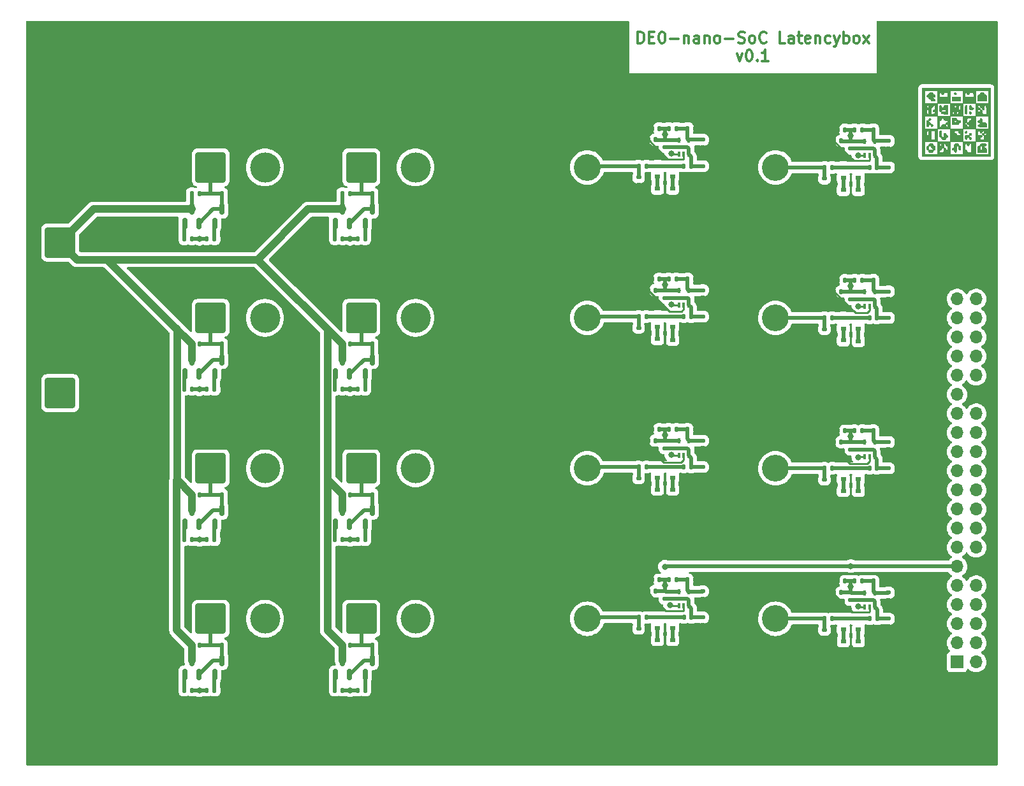
<source format=gbr>
%TF.GenerationSoftware,KiCad,Pcbnew,6.0.0-d3dd2cf0fa~116~ubuntu21.10.1*%
%TF.CreationDate,2022-01-19T11:26:26+00:00*%
%TF.ProjectId,latbox_cycloneV,6c617462-6f78-45f6-9379-636c6f6e6556,rev?*%
%TF.SameCoordinates,Original*%
%TF.FileFunction,Copper,L1,Top*%
%TF.FilePolarity,Positive*%
%FSLAX46Y46*%
G04 Gerber Fmt 4.6, Leading zero omitted, Abs format (unit mm)*
G04 Created by KiCad (PCBNEW 6.0.0-d3dd2cf0fa~116~ubuntu21.10.1) date 2022-01-19 11:26:26*
%MOMM*%
%LPD*%
G01*
G04 APERTURE LIST*
G04 Aperture macros list*
%AMRoundRect*
0 Rectangle with rounded corners*
0 $1 Rounding radius*
0 $2 $3 $4 $5 $6 $7 $8 $9 X,Y pos of 4 corners*
0 Add a 4 corners polygon primitive as box body*
4,1,4,$2,$3,$4,$5,$6,$7,$8,$9,$2,$3,0*
0 Add four circle primitives for the rounded corners*
1,1,$1+$1,$2,$3*
1,1,$1+$1,$4,$5*
1,1,$1+$1,$6,$7*
1,1,$1+$1,$8,$9*
0 Add four rect primitives between the rounded corners*
20,1,$1+$1,$2,$3,$4,$5,0*
20,1,$1+$1,$4,$5,$6,$7,0*
20,1,$1+$1,$6,$7,$8,$9,0*
20,1,$1+$1,$8,$9,$2,$3,0*%
G04 Aperture macros list end*
%ADD10C,0.300000*%
%TA.AperFunction,NonConductor*%
%ADD11C,0.300000*%
%TD*%
%TA.AperFunction,EtchedComponent*%
%ADD12C,0.010000*%
%TD*%
%TA.AperFunction,ComponentPad*%
%ADD13C,5.500000*%
%TD*%
%TA.AperFunction,SMDPad,CuDef*%
%ADD14R,0.700000X0.600000*%
%TD*%
%TA.AperFunction,SMDPad,CuDef*%
%ADD15RoundRect,0.135000X-0.135000X-0.185000X0.135000X-0.185000X0.135000X0.185000X-0.135000X0.185000X0*%
%TD*%
%TA.AperFunction,ComponentPad*%
%ADD16RoundRect,0.250000X-1.750000X-1.750000X1.750000X-1.750000X1.750000X1.750000X-1.750000X1.750000X0*%
%TD*%
%TA.AperFunction,ComponentPad*%
%ADD17C,4.000000*%
%TD*%
%TA.AperFunction,SMDPad,CuDef*%
%ADD18R,0.400000X0.650000*%
%TD*%
%TA.AperFunction,SMDPad,CuDef*%
%ADD19RoundRect,0.135000X0.135000X0.185000X-0.135000X0.185000X-0.135000X-0.185000X0.135000X-0.185000X0*%
%TD*%
%TA.AperFunction,SMDPad,CuDef*%
%ADD20RoundRect,0.140000X-0.140000X-0.170000X0.140000X-0.170000X0.140000X0.170000X-0.140000X0.170000X0*%
%TD*%
%TA.AperFunction,SMDPad,CuDef*%
%ADD21RoundRect,0.135000X0.185000X-0.135000X0.185000X0.135000X-0.185000X0.135000X-0.185000X-0.135000X0*%
%TD*%
%TA.AperFunction,SMDPad,CuDef*%
%ADD22RoundRect,0.150000X0.150000X-0.587500X0.150000X0.587500X-0.150000X0.587500X-0.150000X-0.587500X0*%
%TD*%
%TA.AperFunction,SMDPad,CuDef*%
%ADD23RoundRect,0.135000X-0.185000X0.135000X-0.185000X-0.135000X0.185000X-0.135000X0.185000X0.135000X0*%
%TD*%
%TA.AperFunction,SMDPad,CuDef*%
%ADD24RoundRect,0.140000X0.170000X-0.140000X0.170000X0.140000X-0.170000X0.140000X-0.170000X-0.140000X0*%
%TD*%
%TA.AperFunction,ComponentPad*%
%ADD25C,3.556000*%
%TD*%
%TA.AperFunction,ComponentPad*%
%ADD26C,3.810000*%
%TD*%
%TA.AperFunction,ComponentPad*%
%ADD27R,1.700000X1.700000*%
%TD*%
%TA.AperFunction,ComponentPad*%
%ADD28O,1.700000X1.700000*%
%TD*%
%TA.AperFunction,ViaPad*%
%ADD29C,0.800000*%
%TD*%
%TA.AperFunction,Conductor*%
%ADD30C,0.250000*%
%TD*%
%TA.AperFunction,Conductor*%
%ADD31C,0.500000*%
%TD*%
%TA.AperFunction,Conductor*%
%ADD32C,1.000000*%
%TD*%
G04 APERTURE END LIST*
D10*
D11*
X131714285Y-53471071D02*
X131714285Y-51971071D01*
X132071428Y-51971071D01*
X132285714Y-52042500D01*
X132428571Y-52185357D01*
X132500000Y-52328214D01*
X132571428Y-52613928D01*
X132571428Y-52828214D01*
X132500000Y-53113928D01*
X132428571Y-53256785D01*
X132285714Y-53399642D01*
X132071428Y-53471071D01*
X131714285Y-53471071D01*
X133214285Y-52685357D02*
X133714285Y-52685357D01*
X133928571Y-53471071D02*
X133214285Y-53471071D01*
X133214285Y-51971071D01*
X133928571Y-51971071D01*
X134857142Y-51971071D02*
X135000000Y-51971071D01*
X135142857Y-52042500D01*
X135214285Y-52113928D01*
X135285714Y-52256785D01*
X135357142Y-52542500D01*
X135357142Y-52899642D01*
X135285714Y-53185357D01*
X135214285Y-53328214D01*
X135142857Y-53399642D01*
X135000000Y-53471071D01*
X134857142Y-53471071D01*
X134714285Y-53399642D01*
X134642857Y-53328214D01*
X134571428Y-53185357D01*
X134500000Y-52899642D01*
X134500000Y-52542500D01*
X134571428Y-52256785D01*
X134642857Y-52113928D01*
X134714285Y-52042500D01*
X134857142Y-51971071D01*
X136000000Y-52899642D02*
X137142857Y-52899642D01*
X137857142Y-52471071D02*
X137857142Y-53471071D01*
X137857142Y-52613928D02*
X137928571Y-52542500D01*
X138071428Y-52471071D01*
X138285714Y-52471071D01*
X138428571Y-52542500D01*
X138500000Y-52685357D01*
X138500000Y-53471071D01*
X139857142Y-53471071D02*
X139857142Y-52685357D01*
X139785714Y-52542500D01*
X139642857Y-52471071D01*
X139357142Y-52471071D01*
X139214285Y-52542500D01*
X139857142Y-53399642D02*
X139714285Y-53471071D01*
X139357142Y-53471071D01*
X139214285Y-53399642D01*
X139142857Y-53256785D01*
X139142857Y-53113928D01*
X139214285Y-52971071D01*
X139357142Y-52899642D01*
X139714285Y-52899642D01*
X139857142Y-52828214D01*
X140571428Y-52471071D02*
X140571428Y-53471071D01*
X140571428Y-52613928D02*
X140642857Y-52542500D01*
X140785714Y-52471071D01*
X141000000Y-52471071D01*
X141142857Y-52542500D01*
X141214285Y-52685357D01*
X141214285Y-53471071D01*
X142142857Y-53471071D02*
X142000000Y-53399642D01*
X141928571Y-53328214D01*
X141857142Y-53185357D01*
X141857142Y-52756785D01*
X141928571Y-52613928D01*
X142000000Y-52542500D01*
X142142857Y-52471071D01*
X142357142Y-52471071D01*
X142500000Y-52542500D01*
X142571428Y-52613928D01*
X142642857Y-52756785D01*
X142642857Y-53185357D01*
X142571428Y-53328214D01*
X142500000Y-53399642D01*
X142357142Y-53471071D01*
X142142857Y-53471071D01*
X143285714Y-52899642D02*
X144428571Y-52899642D01*
X145071428Y-53399642D02*
X145285714Y-53471071D01*
X145642857Y-53471071D01*
X145785714Y-53399642D01*
X145857142Y-53328214D01*
X145928571Y-53185357D01*
X145928571Y-53042500D01*
X145857142Y-52899642D01*
X145785714Y-52828214D01*
X145642857Y-52756785D01*
X145357142Y-52685357D01*
X145214285Y-52613928D01*
X145142857Y-52542500D01*
X145071428Y-52399642D01*
X145071428Y-52256785D01*
X145142857Y-52113928D01*
X145214285Y-52042500D01*
X145357142Y-51971071D01*
X145714285Y-51971071D01*
X145928571Y-52042500D01*
X146785714Y-53471071D02*
X146642857Y-53399642D01*
X146571428Y-53328214D01*
X146500000Y-53185357D01*
X146500000Y-52756785D01*
X146571428Y-52613928D01*
X146642857Y-52542500D01*
X146785714Y-52471071D01*
X147000000Y-52471071D01*
X147142857Y-52542500D01*
X147214285Y-52613928D01*
X147285714Y-52756785D01*
X147285714Y-53185357D01*
X147214285Y-53328214D01*
X147142857Y-53399642D01*
X147000000Y-53471071D01*
X146785714Y-53471071D01*
X148785714Y-53328214D02*
X148714285Y-53399642D01*
X148500000Y-53471071D01*
X148357142Y-53471071D01*
X148142857Y-53399642D01*
X148000000Y-53256785D01*
X147928571Y-53113928D01*
X147857142Y-52828214D01*
X147857142Y-52613928D01*
X147928571Y-52328214D01*
X148000000Y-52185357D01*
X148142857Y-52042500D01*
X148357142Y-51971071D01*
X148500000Y-51971071D01*
X148714285Y-52042500D01*
X148785714Y-52113928D01*
X151285714Y-53471071D02*
X150571428Y-53471071D01*
X150571428Y-51971071D01*
X152428571Y-53471071D02*
X152428571Y-52685357D01*
X152357142Y-52542500D01*
X152214285Y-52471071D01*
X151928571Y-52471071D01*
X151785714Y-52542500D01*
X152428571Y-53399642D02*
X152285714Y-53471071D01*
X151928571Y-53471071D01*
X151785714Y-53399642D01*
X151714285Y-53256785D01*
X151714285Y-53113928D01*
X151785714Y-52971071D01*
X151928571Y-52899642D01*
X152285714Y-52899642D01*
X152428571Y-52828214D01*
X152928571Y-52471071D02*
X153500000Y-52471071D01*
X153142857Y-51971071D02*
X153142857Y-53256785D01*
X153214285Y-53399642D01*
X153357142Y-53471071D01*
X153500000Y-53471071D01*
X154571428Y-53399642D02*
X154428571Y-53471071D01*
X154142857Y-53471071D01*
X154000000Y-53399642D01*
X153928571Y-53256785D01*
X153928571Y-52685357D01*
X154000000Y-52542500D01*
X154142857Y-52471071D01*
X154428571Y-52471071D01*
X154571428Y-52542500D01*
X154642857Y-52685357D01*
X154642857Y-52828214D01*
X153928571Y-52971071D01*
X155285714Y-52471071D02*
X155285714Y-53471071D01*
X155285714Y-52613928D02*
X155357142Y-52542500D01*
X155500000Y-52471071D01*
X155714285Y-52471071D01*
X155857142Y-52542500D01*
X155928571Y-52685357D01*
X155928571Y-53471071D01*
X157285714Y-53399642D02*
X157142857Y-53471071D01*
X156857142Y-53471071D01*
X156714285Y-53399642D01*
X156642857Y-53328214D01*
X156571428Y-53185357D01*
X156571428Y-52756785D01*
X156642857Y-52613928D01*
X156714285Y-52542500D01*
X156857142Y-52471071D01*
X157142857Y-52471071D01*
X157285714Y-52542500D01*
X157785714Y-52471071D02*
X158142857Y-53471071D01*
X158500000Y-52471071D02*
X158142857Y-53471071D01*
X158000000Y-53828214D01*
X157928571Y-53899642D01*
X157785714Y-53971071D01*
X159071428Y-53471071D02*
X159071428Y-51971071D01*
X159071428Y-52542500D02*
X159214285Y-52471071D01*
X159500000Y-52471071D01*
X159642857Y-52542500D01*
X159714285Y-52613928D01*
X159785714Y-52756785D01*
X159785714Y-53185357D01*
X159714285Y-53328214D01*
X159642857Y-53399642D01*
X159500000Y-53471071D01*
X159214285Y-53471071D01*
X159071428Y-53399642D01*
X160642857Y-53471071D02*
X160500000Y-53399642D01*
X160428571Y-53328214D01*
X160357142Y-53185357D01*
X160357142Y-52756785D01*
X160428571Y-52613928D01*
X160500000Y-52542500D01*
X160642857Y-52471071D01*
X160857142Y-52471071D01*
X161000000Y-52542500D01*
X161071428Y-52613928D01*
X161142857Y-52756785D01*
X161142857Y-53185357D01*
X161071428Y-53328214D01*
X161000000Y-53399642D01*
X160857142Y-53471071D01*
X160642857Y-53471071D01*
X161642857Y-53471071D02*
X162428571Y-52471071D01*
X161642857Y-52471071D02*
X162428571Y-53471071D01*
X144857142Y-54886071D02*
X145214285Y-55886071D01*
X145571428Y-54886071D01*
X146428571Y-54386071D02*
X146571428Y-54386071D01*
X146714285Y-54457500D01*
X146785714Y-54528928D01*
X146857142Y-54671785D01*
X146928571Y-54957500D01*
X146928571Y-55314642D01*
X146857142Y-55600357D01*
X146785714Y-55743214D01*
X146714285Y-55814642D01*
X146571428Y-55886071D01*
X146428571Y-55886071D01*
X146285714Y-55814642D01*
X146214285Y-55743214D01*
X146142857Y-55600357D01*
X146071428Y-55314642D01*
X146071428Y-54957500D01*
X146142857Y-54671785D01*
X146214285Y-54528928D01*
X146285714Y-54457500D01*
X146428571Y-54386071D01*
X147571428Y-55743214D02*
X147642857Y-55814642D01*
X147571428Y-55886071D01*
X147500000Y-55814642D01*
X147571428Y-55743214D01*
X147571428Y-55886071D01*
X149071428Y-55886071D02*
X148214285Y-55886071D01*
X148642857Y-55886071D02*
X148642857Y-54386071D01*
X148500000Y-54600357D01*
X148357142Y-54743214D01*
X148214285Y-54814642D01*
D12*
%TO.C,G1*%
X175957803Y-62634988D02*
X175981059Y-62726463D01*
X175981059Y-62726463D02*
X175931029Y-62844711D01*
X175931029Y-62844711D02*
X175839555Y-62867967D01*
X175839555Y-62867967D02*
X175721306Y-62817937D01*
X175721306Y-62817937D02*
X175698050Y-62726463D01*
X175698050Y-62726463D02*
X175748080Y-62608214D01*
X175748080Y-62608214D02*
X175839555Y-62584958D01*
X175839555Y-62584958D02*
X175957803Y-62634988D01*
X175957803Y-62634988D02*
X175957803Y-62634988D01*
G36*
X175957803Y-62634988D02*
G01*
X175981059Y-62726463D01*
X175931029Y-62844711D01*
X175839555Y-62867967D01*
X175721306Y-62817937D01*
X175698050Y-62726463D01*
X175748080Y-62608214D01*
X175839555Y-62584958D01*
X175957803Y-62634988D01*
G37*
X175957803Y-62634988D02*
X175981059Y-62726463D01*
X175931029Y-62844711D01*
X175839555Y-62867967D01*
X175721306Y-62817937D01*
X175698050Y-62726463D01*
X175748080Y-62608214D01*
X175839555Y-62584958D01*
X175957803Y-62634988D01*
X175391786Y-65182063D02*
X175415042Y-65273538D01*
X175415042Y-65273538D02*
X175365013Y-65391786D01*
X175365013Y-65391786D02*
X175273538Y-65415042D01*
X175273538Y-65415042D02*
X175155289Y-65365013D01*
X175155289Y-65365013D02*
X175132034Y-65273538D01*
X175132034Y-65273538D02*
X175182063Y-65155289D01*
X175182063Y-65155289D02*
X175273538Y-65132034D01*
X175273538Y-65132034D02*
X175391786Y-65182063D01*
X175391786Y-65182063D02*
X175391786Y-65182063D01*
G36*
X175391786Y-65182063D02*
G01*
X175415042Y-65273538D01*
X175365013Y-65391786D01*
X175273538Y-65415042D01*
X175155289Y-65365013D01*
X175132034Y-65273538D01*
X175182063Y-65155289D01*
X175273538Y-65132034D01*
X175391786Y-65182063D01*
G37*
X175391786Y-65182063D02*
X175415042Y-65273538D01*
X175365013Y-65391786D01*
X175273538Y-65415042D01*
X175155289Y-65365013D01*
X175132034Y-65273538D01*
X175182063Y-65155289D01*
X175273538Y-65132034D01*
X175391786Y-65182063D01*
X177347173Y-63457716D02*
X177388089Y-63553640D01*
X177388089Y-63553640D02*
X177396100Y-63716992D01*
X177396100Y-63716992D02*
X177402909Y-63898140D01*
X177402909Y-63898140D02*
X177450565Y-63978633D01*
X177450565Y-63978633D02*
X177579920Y-63999320D01*
X177579920Y-63999320D02*
X177679109Y-64000000D01*
X177679109Y-64000000D02*
X177860257Y-64006808D01*
X177860257Y-64006808D02*
X177940750Y-64054465D01*
X177940750Y-64054465D02*
X177961437Y-64183820D01*
X177961437Y-64183820D02*
X177962117Y-64283009D01*
X177962117Y-64283009D02*
X177962117Y-64566017D01*
X177962117Y-64566017D02*
X177396100Y-64566017D01*
X177396100Y-64566017D02*
X177114087Y-64563063D01*
X177114087Y-64563063D02*
X176945069Y-64549456D01*
X176945069Y-64549456D02*
X176860583Y-64518081D01*
X176860583Y-64518081D02*
X176832167Y-64461821D01*
X176832167Y-64461821D02*
X176830084Y-64424513D01*
X176830084Y-64424513D02*
X176880113Y-64306264D01*
X176880113Y-64306264D02*
X176971588Y-64283009D01*
X176971588Y-64283009D02*
X177089836Y-64232979D01*
X177089836Y-64232979D02*
X177113092Y-64141504D01*
X177113092Y-64141504D02*
X177063063Y-64023256D01*
X177063063Y-64023256D02*
X176971588Y-64000000D01*
X176971588Y-64000000D02*
X176853339Y-63949971D01*
X176853339Y-63949971D02*
X176830084Y-63858496D01*
X176830084Y-63858496D02*
X176880113Y-63740248D01*
X176880113Y-63740248D02*
X176971588Y-63716992D01*
X176971588Y-63716992D02*
X177089836Y-63666963D01*
X177089836Y-63666963D02*
X177113092Y-63575488D01*
X177113092Y-63575488D02*
X177163121Y-63457239D01*
X177163121Y-63457239D02*
X177254596Y-63433983D01*
X177254596Y-63433983D02*
X177347173Y-63457716D01*
X177347173Y-63457716D02*
X177347173Y-63457716D01*
G36*
X177347173Y-63457716D02*
G01*
X177388089Y-63553640D01*
X177396100Y-63716992D01*
X177402909Y-63898140D01*
X177450565Y-63978633D01*
X177579920Y-63999320D01*
X177679109Y-64000000D01*
X177860257Y-64006808D01*
X177940750Y-64054465D01*
X177961437Y-64183820D01*
X177962117Y-64283009D01*
X177962117Y-64566017D01*
X177396100Y-64566017D01*
X177114087Y-64563063D01*
X176945069Y-64549456D01*
X176860583Y-64518081D01*
X176832167Y-64461821D01*
X176830084Y-64424513D01*
X176880113Y-64306264D01*
X176971588Y-64283009D01*
X177089836Y-64232979D01*
X177113092Y-64141504D01*
X177063063Y-64023256D01*
X176971588Y-64000000D01*
X176853339Y-63949971D01*
X176830084Y-63858496D01*
X176880113Y-63740248D01*
X176971588Y-63716992D01*
X177089836Y-63666963D01*
X177113092Y-63575488D01*
X177163121Y-63457239D01*
X177254596Y-63433983D01*
X177347173Y-63457716D01*
G37*
X177347173Y-63457716D02*
X177388089Y-63553640D01*
X177396100Y-63716992D01*
X177402909Y-63898140D01*
X177450565Y-63978633D01*
X177579920Y-63999320D01*
X177679109Y-64000000D01*
X177860257Y-64006808D01*
X177940750Y-64054465D01*
X177961437Y-64183820D01*
X177962117Y-64283009D01*
X177962117Y-64566017D01*
X177396100Y-64566017D01*
X177114087Y-64563063D01*
X176945069Y-64549456D01*
X176860583Y-64518081D01*
X176832167Y-64461821D01*
X176830084Y-64424513D01*
X176880113Y-64306264D01*
X176971588Y-64283009D01*
X177089836Y-64232979D01*
X177113092Y-64141504D01*
X177063063Y-64023256D01*
X176971588Y-64000000D01*
X176853339Y-63949971D01*
X176830084Y-63858496D01*
X176880113Y-63740248D01*
X176971588Y-63716992D01*
X177089836Y-63666963D01*
X177113092Y-63575488D01*
X177163121Y-63457239D01*
X177254596Y-63433983D01*
X177347173Y-63457716D01*
X176547075Y-63150975D02*
X176547075Y-64849025D01*
X176547075Y-64849025D02*
X174849025Y-64849025D01*
X174849025Y-64849025D02*
X174849025Y-66547075D01*
X174849025Y-66547075D02*
X173150975Y-66547075D01*
X173150975Y-66547075D02*
X173150975Y-65273538D01*
X173150975Y-65273538D02*
X173716992Y-65273538D01*
X173716992Y-65273538D02*
X173767021Y-65391786D01*
X173767021Y-65391786D02*
X173858496Y-65415042D01*
X173858496Y-65415042D02*
X173976745Y-65465071D01*
X173976745Y-65465071D02*
X174000000Y-65556546D01*
X174000000Y-65556546D02*
X174023733Y-65649123D01*
X174023733Y-65649123D02*
X174119657Y-65690039D01*
X174119657Y-65690039D02*
X174283009Y-65698050D01*
X174283009Y-65698050D02*
X174468163Y-65686184D01*
X174468163Y-65686184D02*
X174549994Y-65638222D01*
X174549994Y-65638222D02*
X174566017Y-65556546D01*
X174566017Y-65556546D02*
X174515988Y-65438298D01*
X174515988Y-65438298D02*
X174424513Y-65415042D01*
X174424513Y-65415042D02*
X174306264Y-65365013D01*
X174306264Y-65365013D02*
X174283009Y-65273538D01*
X174283009Y-65273538D02*
X174259276Y-65180961D01*
X174259276Y-65180961D02*
X174163352Y-65140045D01*
X174163352Y-65140045D02*
X174000000Y-65132034D01*
X174000000Y-65132034D02*
X173814846Y-65143900D01*
X173814846Y-65143900D02*
X173733015Y-65191862D01*
X173733015Y-65191862D02*
X173716992Y-65273538D01*
X173716992Y-65273538D02*
X173150975Y-65273538D01*
X173150975Y-65273538D02*
X173150975Y-64849025D01*
X173150975Y-64849025D02*
X171452925Y-64849025D01*
X171452925Y-64849025D02*
X171452925Y-64141504D01*
X171452925Y-64141504D02*
X171735933Y-64141504D01*
X171735933Y-64141504D02*
X171741097Y-64378603D01*
X171741097Y-64378603D02*
X171763777Y-64506719D01*
X171763777Y-64506719D02*
X171814763Y-64558213D01*
X171814763Y-64558213D02*
X171877438Y-64566017D01*
X171877438Y-64566017D02*
X171995686Y-64515988D01*
X171995686Y-64515988D02*
X172018942Y-64424513D01*
X172018942Y-64424513D02*
X172042675Y-64331936D01*
X172042675Y-64331936D02*
X172138598Y-64291020D01*
X172138598Y-64291020D02*
X172301950Y-64283009D01*
X172301950Y-64283009D02*
X172487104Y-64294875D01*
X172487104Y-64294875D02*
X172568935Y-64342837D01*
X172568935Y-64342837D02*
X172584958Y-64424513D01*
X172584958Y-64424513D02*
X172634988Y-64542761D01*
X172634988Y-64542761D02*
X172726463Y-64566017D01*
X172726463Y-64566017D02*
X172844711Y-64515988D01*
X172844711Y-64515988D02*
X172867967Y-64424513D01*
X172867967Y-64424513D02*
X172817937Y-64306264D01*
X172817937Y-64306264D02*
X172726463Y-64283009D01*
X172726463Y-64283009D02*
X172608214Y-64232979D01*
X172608214Y-64232979D02*
X172584958Y-64141504D01*
X172584958Y-64141504D02*
X172634988Y-64023256D01*
X172634988Y-64023256D02*
X172726463Y-64000000D01*
X172726463Y-64000000D02*
X172844711Y-63949971D01*
X172844711Y-63949971D02*
X172867967Y-63858496D01*
X172867967Y-63858496D02*
X172844234Y-63765919D01*
X172844234Y-63765919D02*
X172748310Y-63725003D01*
X172748310Y-63725003D02*
X172584958Y-63716992D01*
X172584958Y-63716992D02*
X172399804Y-63705125D01*
X172399804Y-63705125D02*
X172317973Y-63657164D01*
X172317973Y-63657164D02*
X172301950Y-63575488D01*
X172301950Y-63575488D02*
X172251921Y-63457239D01*
X172251921Y-63457239D02*
X172160446Y-63433983D01*
X172160446Y-63433983D02*
X172042197Y-63484013D01*
X172042197Y-63484013D02*
X172018942Y-63575488D01*
X172018942Y-63575488D02*
X171968912Y-63693736D01*
X171968912Y-63693736D02*
X171877438Y-63716992D01*
X171877438Y-63716992D02*
X171798405Y-63732481D01*
X171798405Y-63732481D02*
X171755699Y-63800524D01*
X171755699Y-63800524D02*
X171738535Y-63953480D01*
X171738535Y-63953480D02*
X171735933Y-64141504D01*
X171735933Y-64141504D02*
X171452925Y-64141504D01*
X171452925Y-64141504D02*
X171452925Y-63150975D01*
X171452925Y-63150975D02*
X173150975Y-63150975D01*
X173150975Y-63150975D02*
X173150975Y-64849025D01*
X173150975Y-64849025D02*
X174849025Y-64849025D01*
X174849025Y-64849025D02*
X174849025Y-64141504D01*
X174849025Y-64141504D02*
X175132034Y-64141504D01*
X175132034Y-64141504D02*
X175182063Y-64259753D01*
X175182063Y-64259753D02*
X175273538Y-64283009D01*
X175273538Y-64283009D02*
X175391786Y-64333038D01*
X175391786Y-64333038D02*
X175415042Y-64424513D01*
X175415042Y-64424513D02*
X175465071Y-64542761D01*
X175465071Y-64542761D02*
X175556546Y-64566017D01*
X175556546Y-64566017D02*
X175674795Y-64515988D01*
X175674795Y-64515988D02*
X175698050Y-64424513D01*
X175698050Y-64424513D02*
X175648021Y-64306264D01*
X175648021Y-64306264D02*
X175556546Y-64283009D01*
X175556546Y-64283009D02*
X175438298Y-64232979D01*
X175438298Y-64232979D02*
X175415042Y-64141504D01*
X175415042Y-64141504D02*
X175465071Y-64023256D01*
X175465071Y-64023256D02*
X175556546Y-64000000D01*
X175556546Y-64000000D02*
X175674795Y-63949971D01*
X175674795Y-63949971D02*
X175698050Y-63858496D01*
X175698050Y-63858496D02*
X175748080Y-63740248D01*
X175748080Y-63740248D02*
X175839555Y-63716992D01*
X175839555Y-63716992D02*
X175957803Y-63666963D01*
X175957803Y-63666963D02*
X175981059Y-63575488D01*
X175981059Y-63575488D02*
X175957326Y-63482911D01*
X175957326Y-63482911D02*
X175861402Y-63441995D01*
X175861402Y-63441995D02*
X175698050Y-63433983D01*
X175698050Y-63433983D02*
X175516902Y-63440792D01*
X175516902Y-63440792D02*
X175436409Y-63488448D01*
X175436409Y-63488448D02*
X175415723Y-63617803D01*
X175415723Y-63617803D02*
X175415042Y-63716992D01*
X175415042Y-63716992D02*
X175403176Y-63902146D01*
X175403176Y-63902146D02*
X175355214Y-63983977D01*
X175355214Y-63983977D02*
X175273538Y-64000000D01*
X175273538Y-64000000D02*
X175155289Y-64050029D01*
X175155289Y-64050029D02*
X175132034Y-64141504D01*
X175132034Y-64141504D02*
X174849025Y-64141504D01*
X174849025Y-64141504D02*
X174849025Y-63150975D01*
X174849025Y-63150975D02*
X173150975Y-63150975D01*
X173150975Y-63150975D02*
X173150975Y-62726463D01*
X173150975Y-62726463D02*
X173433983Y-62726463D01*
X173433983Y-62726463D02*
X173484013Y-62844711D01*
X173484013Y-62844711D02*
X173575488Y-62867967D01*
X173575488Y-62867967D02*
X173693736Y-62817937D01*
X173693736Y-62817937D02*
X173716992Y-62726463D01*
X173716992Y-62726463D02*
X174000000Y-62726463D01*
X174000000Y-62726463D02*
X174050029Y-62844711D01*
X174050029Y-62844711D02*
X174141504Y-62867967D01*
X174141504Y-62867967D02*
X174259753Y-62817937D01*
X174259753Y-62817937D02*
X174283009Y-62726463D01*
X174283009Y-62726463D02*
X174232979Y-62608214D01*
X174232979Y-62608214D02*
X174141504Y-62584958D01*
X174141504Y-62584958D02*
X174023256Y-62634988D01*
X174023256Y-62634988D02*
X174000000Y-62726463D01*
X174000000Y-62726463D02*
X173716992Y-62726463D01*
X173716992Y-62726463D02*
X173666963Y-62608214D01*
X173666963Y-62608214D02*
X173575488Y-62584958D01*
X173575488Y-62584958D02*
X173457239Y-62634988D01*
X173457239Y-62634988D02*
X173433983Y-62726463D01*
X173433983Y-62726463D02*
X173150975Y-62726463D01*
X173150975Y-62726463D02*
X173150975Y-61877438D01*
X173150975Y-61877438D02*
X173716992Y-61877438D01*
X173716992Y-61877438D02*
X173767021Y-61995686D01*
X173767021Y-61995686D02*
X173858496Y-62018942D01*
X173858496Y-62018942D02*
X174283009Y-62018942D01*
X174283009Y-62018942D02*
X174294875Y-62204096D01*
X174294875Y-62204096D02*
X174342837Y-62285927D01*
X174342837Y-62285927D02*
X174424513Y-62301950D01*
X174424513Y-62301950D02*
X174517090Y-62278217D01*
X174517090Y-62278217D02*
X174558005Y-62182293D01*
X174558005Y-62182293D02*
X174566017Y-62018942D01*
X174566017Y-62018942D02*
X174554151Y-61833787D01*
X174554151Y-61833787D02*
X174506189Y-61751956D01*
X174506189Y-61751956D02*
X174424513Y-61735933D01*
X174424513Y-61735933D02*
X174331936Y-61759666D01*
X174331936Y-61759666D02*
X174291020Y-61855590D01*
X174291020Y-61855590D02*
X174283009Y-62018942D01*
X174283009Y-62018942D02*
X173858496Y-62018942D01*
X173858496Y-62018942D02*
X173976745Y-61968912D01*
X173976745Y-61968912D02*
X174000000Y-61877438D01*
X174000000Y-61877438D02*
X173949971Y-61759189D01*
X173949971Y-61759189D02*
X173858496Y-61735933D01*
X173858496Y-61735933D02*
X173740248Y-61785963D01*
X173740248Y-61785963D02*
X173716992Y-61877438D01*
X173716992Y-61877438D02*
X173150975Y-61877438D01*
X173150975Y-61877438D02*
X173150975Y-61452925D01*
X173150975Y-61452925D02*
X174849025Y-61452925D01*
X174849025Y-61452925D02*
X174849025Y-63150975D01*
X174849025Y-63150975D02*
X176547075Y-63150975D01*
X176547075Y-63150975D02*
X176547075Y-63150975D01*
G36*
X171452925Y-64849025D02*
G01*
X171452925Y-64141504D01*
X171735933Y-64141504D01*
X171741097Y-64378603D01*
X171763777Y-64506719D01*
X171814763Y-64558213D01*
X171877438Y-64566017D01*
X171995686Y-64515988D01*
X172018942Y-64424513D01*
X172042675Y-64331936D01*
X172138598Y-64291020D01*
X172301950Y-64283009D01*
X172487104Y-64294875D01*
X172568935Y-64342837D01*
X172584958Y-64424513D01*
X172634988Y-64542761D01*
X172726463Y-64566017D01*
X172844711Y-64515988D01*
X172867967Y-64424513D01*
X172817937Y-64306264D01*
X172726463Y-64283009D01*
X172608214Y-64232979D01*
X172584958Y-64141504D01*
X172634988Y-64023256D01*
X172726463Y-64000000D01*
X172844711Y-63949971D01*
X172867967Y-63858496D01*
X172844234Y-63765919D01*
X172748310Y-63725003D01*
X172584958Y-63716992D01*
X172399804Y-63705125D01*
X172317973Y-63657164D01*
X172301950Y-63575488D01*
X172251921Y-63457239D01*
X172160446Y-63433983D01*
X172042197Y-63484013D01*
X172018942Y-63575488D01*
X171968912Y-63693736D01*
X171877438Y-63716992D01*
X171798405Y-63732481D01*
X171755699Y-63800524D01*
X171738535Y-63953480D01*
X171735933Y-64141504D01*
X171452925Y-64141504D01*
X171452925Y-63150975D01*
X173150975Y-63150975D01*
X173150975Y-62726463D01*
X173433983Y-62726463D01*
X173484013Y-62844711D01*
X173575488Y-62867967D01*
X173693736Y-62817937D01*
X173716992Y-62726463D01*
X174000000Y-62726463D01*
X174050029Y-62844711D01*
X174141504Y-62867967D01*
X174259753Y-62817937D01*
X174283009Y-62726463D01*
X174232979Y-62608214D01*
X174141504Y-62584958D01*
X174023256Y-62634988D01*
X174000000Y-62726463D01*
X173716992Y-62726463D01*
X173666963Y-62608214D01*
X173575488Y-62584958D01*
X173457239Y-62634988D01*
X173433983Y-62726463D01*
X173150975Y-62726463D01*
X173150975Y-61877438D01*
X173716992Y-61877438D01*
X173767021Y-61995686D01*
X173858496Y-62018942D01*
X174283009Y-62018942D01*
X174294875Y-62204096D01*
X174342837Y-62285927D01*
X174424513Y-62301950D01*
X174517090Y-62278217D01*
X174558005Y-62182293D01*
X174566017Y-62018942D01*
X174554151Y-61833787D01*
X174506189Y-61751956D01*
X174424513Y-61735933D01*
X174331936Y-61759666D01*
X174291020Y-61855590D01*
X174283009Y-62018942D01*
X173858496Y-62018942D01*
X173976745Y-61968912D01*
X174000000Y-61877438D01*
X173949971Y-61759189D01*
X173858496Y-61735933D01*
X173740248Y-61785963D01*
X173716992Y-61877438D01*
X173150975Y-61877438D01*
X173150975Y-61452925D01*
X174849025Y-61452925D01*
X174849025Y-63150975D01*
X176547075Y-63150975D01*
X176547075Y-64849025D01*
X174849025Y-64849025D01*
X174849025Y-66547075D01*
X173150975Y-66547075D01*
X173150975Y-65273538D01*
X173716992Y-65273538D01*
X173767021Y-65391786D01*
X173858496Y-65415042D01*
X173976745Y-65465071D01*
X174000000Y-65556546D01*
X174023733Y-65649123D01*
X174119657Y-65690039D01*
X174283009Y-65698050D01*
X174468163Y-65686184D01*
X174549994Y-65638222D01*
X174566017Y-65556546D01*
X174515988Y-65438298D01*
X174424513Y-65415042D01*
X174306264Y-65365013D01*
X174283009Y-65273538D01*
X174259276Y-65180961D01*
X174163352Y-65140045D01*
X174000000Y-65132034D01*
X173814846Y-65143900D01*
X173733015Y-65191862D01*
X173716992Y-65273538D01*
X173150975Y-65273538D01*
X173150975Y-64849025D01*
X174849025Y-64849025D01*
X174849025Y-64141504D01*
X175132034Y-64141504D01*
X175182063Y-64259753D01*
X175273538Y-64283009D01*
X175391786Y-64333038D01*
X175415042Y-64424513D01*
X175465071Y-64542761D01*
X175556546Y-64566017D01*
X175674795Y-64515988D01*
X175698050Y-64424513D01*
X175648021Y-64306264D01*
X175556546Y-64283009D01*
X175438298Y-64232979D01*
X175415042Y-64141504D01*
X175465071Y-64023256D01*
X175556546Y-64000000D01*
X175674795Y-63949971D01*
X175698050Y-63858496D01*
X175748080Y-63740248D01*
X175839555Y-63716992D01*
X175957803Y-63666963D01*
X175981059Y-63575488D01*
X175957326Y-63482911D01*
X175861402Y-63441995D01*
X175698050Y-63433983D01*
X175516902Y-63440792D01*
X175436409Y-63488448D01*
X175415723Y-63617803D01*
X175415042Y-63716992D01*
X175403176Y-63902146D01*
X175355214Y-63983977D01*
X175273538Y-64000000D01*
X175155289Y-64050029D01*
X175132034Y-64141504D01*
X174849025Y-64141504D01*
X174849025Y-63150975D01*
X173150975Y-63150975D01*
X173150975Y-64849025D01*
X171452925Y-64849025D01*
G37*
X171452925Y-64849025D02*
X171452925Y-64141504D01*
X171735933Y-64141504D01*
X171741097Y-64378603D01*
X171763777Y-64506719D01*
X171814763Y-64558213D01*
X171877438Y-64566017D01*
X171995686Y-64515988D01*
X172018942Y-64424513D01*
X172042675Y-64331936D01*
X172138598Y-64291020D01*
X172301950Y-64283009D01*
X172487104Y-64294875D01*
X172568935Y-64342837D01*
X172584958Y-64424513D01*
X172634988Y-64542761D01*
X172726463Y-64566017D01*
X172844711Y-64515988D01*
X172867967Y-64424513D01*
X172817937Y-64306264D01*
X172726463Y-64283009D01*
X172608214Y-64232979D01*
X172584958Y-64141504D01*
X172634988Y-64023256D01*
X172726463Y-64000000D01*
X172844711Y-63949971D01*
X172867967Y-63858496D01*
X172844234Y-63765919D01*
X172748310Y-63725003D01*
X172584958Y-63716992D01*
X172399804Y-63705125D01*
X172317973Y-63657164D01*
X172301950Y-63575488D01*
X172251921Y-63457239D01*
X172160446Y-63433983D01*
X172042197Y-63484013D01*
X172018942Y-63575488D01*
X171968912Y-63693736D01*
X171877438Y-63716992D01*
X171798405Y-63732481D01*
X171755699Y-63800524D01*
X171738535Y-63953480D01*
X171735933Y-64141504D01*
X171452925Y-64141504D01*
X171452925Y-63150975D01*
X173150975Y-63150975D01*
X173150975Y-62726463D01*
X173433983Y-62726463D01*
X173484013Y-62844711D01*
X173575488Y-62867967D01*
X173693736Y-62817937D01*
X173716992Y-62726463D01*
X174000000Y-62726463D01*
X174050029Y-62844711D01*
X174141504Y-62867967D01*
X174259753Y-62817937D01*
X174283009Y-62726463D01*
X174232979Y-62608214D01*
X174141504Y-62584958D01*
X174023256Y-62634988D01*
X174000000Y-62726463D01*
X173716992Y-62726463D01*
X173666963Y-62608214D01*
X173575488Y-62584958D01*
X173457239Y-62634988D01*
X173433983Y-62726463D01*
X173150975Y-62726463D01*
X173150975Y-61877438D01*
X173716992Y-61877438D01*
X173767021Y-61995686D01*
X173858496Y-62018942D01*
X174283009Y-62018942D01*
X174294875Y-62204096D01*
X174342837Y-62285927D01*
X174424513Y-62301950D01*
X174517090Y-62278217D01*
X174558005Y-62182293D01*
X174566017Y-62018942D01*
X174554151Y-61833787D01*
X174506189Y-61751956D01*
X174424513Y-61735933D01*
X174331936Y-61759666D01*
X174291020Y-61855590D01*
X174283009Y-62018942D01*
X173858496Y-62018942D01*
X173976745Y-61968912D01*
X174000000Y-61877438D01*
X173949971Y-61759189D01*
X173858496Y-61735933D01*
X173740248Y-61785963D01*
X173716992Y-61877438D01*
X173150975Y-61877438D01*
X173150975Y-61452925D01*
X174849025Y-61452925D01*
X174849025Y-63150975D01*
X176547075Y-63150975D01*
X176547075Y-64849025D01*
X174849025Y-64849025D01*
X174849025Y-66547075D01*
X173150975Y-66547075D01*
X173150975Y-65273538D01*
X173716992Y-65273538D01*
X173767021Y-65391786D01*
X173858496Y-65415042D01*
X173976745Y-65465071D01*
X174000000Y-65556546D01*
X174023733Y-65649123D01*
X174119657Y-65690039D01*
X174283009Y-65698050D01*
X174468163Y-65686184D01*
X174549994Y-65638222D01*
X174566017Y-65556546D01*
X174515988Y-65438298D01*
X174424513Y-65415042D01*
X174306264Y-65365013D01*
X174283009Y-65273538D01*
X174259276Y-65180961D01*
X174163352Y-65140045D01*
X174000000Y-65132034D01*
X173814846Y-65143900D01*
X173733015Y-65191862D01*
X173716992Y-65273538D01*
X173150975Y-65273538D01*
X173150975Y-64849025D01*
X174849025Y-64849025D01*
X174849025Y-64141504D01*
X175132034Y-64141504D01*
X175182063Y-64259753D01*
X175273538Y-64283009D01*
X175391786Y-64333038D01*
X175415042Y-64424513D01*
X175465071Y-64542761D01*
X175556546Y-64566017D01*
X175674795Y-64515988D01*
X175698050Y-64424513D01*
X175648021Y-64306264D01*
X175556546Y-64283009D01*
X175438298Y-64232979D01*
X175415042Y-64141504D01*
X175465071Y-64023256D01*
X175556546Y-64000000D01*
X175674795Y-63949971D01*
X175698050Y-63858496D01*
X175748080Y-63740248D01*
X175839555Y-63716992D01*
X175957803Y-63666963D01*
X175981059Y-63575488D01*
X175957326Y-63482911D01*
X175861402Y-63441995D01*
X175698050Y-63433983D01*
X175516902Y-63440792D01*
X175436409Y-63488448D01*
X175415723Y-63617803D01*
X175415042Y-63716992D01*
X175403176Y-63902146D01*
X175355214Y-63983977D01*
X175273538Y-64000000D01*
X175155289Y-64050029D01*
X175132034Y-64141504D01*
X174849025Y-64141504D01*
X174849025Y-63150975D01*
X173150975Y-63150975D01*
X173150975Y-64849025D01*
X171452925Y-64849025D01*
X170789054Y-66841950D02*
X170870885Y-66889912D01*
X170870885Y-66889912D02*
X170886908Y-66971588D01*
X170886908Y-66971588D02*
X170936938Y-67089836D01*
X170936938Y-67089836D02*
X171028412Y-67113092D01*
X171028412Y-67113092D02*
X171120990Y-67136825D01*
X171120990Y-67136825D02*
X171161905Y-67232749D01*
X171161905Y-67232749D02*
X171169917Y-67396100D01*
X171169917Y-67396100D02*
X171158050Y-67581255D01*
X171158050Y-67581255D02*
X171110088Y-67663086D01*
X171110088Y-67663086D02*
X171028412Y-67679109D01*
X171028412Y-67679109D02*
X170910164Y-67729138D01*
X170910164Y-67729138D02*
X170886908Y-67820613D01*
X170886908Y-67820613D02*
X170863175Y-67913190D01*
X170863175Y-67913190D02*
X170767252Y-67954106D01*
X170767252Y-67954106D02*
X170603900Y-67962117D01*
X170603900Y-67962117D02*
X170418746Y-67950251D01*
X170418746Y-67950251D02*
X170336915Y-67902289D01*
X170336915Y-67902289D02*
X170320892Y-67820613D01*
X170320892Y-67820613D02*
X170270862Y-67702365D01*
X170270862Y-67702365D02*
X170179387Y-67679109D01*
X170179387Y-67679109D02*
X170086810Y-67655376D01*
X170086810Y-67655376D02*
X170045895Y-67559452D01*
X170045895Y-67559452D02*
X170037883Y-67396100D01*
X170037883Y-67396100D02*
X170320892Y-67396100D01*
X170320892Y-67396100D02*
X170327700Y-67577249D01*
X170327700Y-67577249D02*
X170375357Y-67657742D01*
X170375357Y-67657742D02*
X170504711Y-67678428D01*
X170504711Y-67678428D02*
X170603900Y-67679109D01*
X170603900Y-67679109D02*
X170789054Y-67667242D01*
X170789054Y-67667242D02*
X170870885Y-67619281D01*
X170870885Y-67619281D02*
X170886908Y-67537605D01*
X170886908Y-67537605D02*
X170836879Y-67419356D01*
X170836879Y-67419356D02*
X170745404Y-67396100D01*
X170745404Y-67396100D02*
X170627156Y-67346071D01*
X170627156Y-67346071D02*
X170603900Y-67254596D01*
X170603900Y-67254596D02*
X170553871Y-67136348D01*
X170553871Y-67136348D02*
X170462396Y-67113092D01*
X170462396Y-67113092D02*
X170369819Y-67136825D01*
X170369819Y-67136825D02*
X170328903Y-67232749D01*
X170328903Y-67232749D02*
X170320892Y-67396100D01*
X170320892Y-67396100D02*
X170037883Y-67396100D01*
X170037883Y-67396100D02*
X170049750Y-67210946D01*
X170049750Y-67210946D02*
X170097712Y-67129115D01*
X170097712Y-67129115D02*
X170179387Y-67113092D01*
X170179387Y-67113092D02*
X170297636Y-67063063D01*
X170297636Y-67063063D02*
X170320892Y-66971588D01*
X170320892Y-66971588D02*
X170344624Y-66879011D01*
X170344624Y-66879011D02*
X170440548Y-66838095D01*
X170440548Y-66838095D02*
X170603900Y-66830084D01*
X170603900Y-66830084D02*
X170789054Y-66841950D01*
X170789054Y-66841950D02*
X170789054Y-66841950D01*
G36*
X170097712Y-67129115D02*
G01*
X170179387Y-67113092D01*
X170297636Y-67063063D01*
X170320892Y-66971588D01*
X170344624Y-66879011D01*
X170440548Y-66838095D01*
X170603900Y-66830084D01*
X170789054Y-66841950D01*
X170870885Y-66889912D01*
X170886908Y-66971588D01*
X170936938Y-67089836D01*
X171028412Y-67113092D01*
X171120990Y-67136825D01*
X171161905Y-67232749D01*
X171169917Y-67396100D01*
X171158050Y-67581255D01*
X171110088Y-67663086D01*
X171028412Y-67679109D01*
X170910164Y-67729138D01*
X170886908Y-67820613D01*
X170863175Y-67913190D01*
X170767252Y-67954106D01*
X170603900Y-67962117D01*
X170418746Y-67950251D01*
X170336915Y-67902289D01*
X170320892Y-67820613D01*
X170270862Y-67702365D01*
X170179387Y-67679109D01*
X170086810Y-67655376D01*
X170045895Y-67559452D01*
X170037883Y-67396100D01*
X170320892Y-67396100D01*
X170327700Y-67577249D01*
X170375357Y-67657742D01*
X170504711Y-67678428D01*
X170603900Y-67679109D01*
X170789054Y-67667242D01*
X170870885Y-67619281D01*
X170886908Y-67537605D01*
X170836879Y-67419356D01*
X170745404Y-67396100D01*
X170627156Y-67346071D01*
X170603900Y-67254596D01*
X170553871Y-67136348D01*
X170462396Y-67113092D01*
X170369819Y-67136825D01*
X170328903Y-67232749D01*
X170320892Y-67396100D01*
X170037883Y-67396100D01*
X170049750Y-67210946D01*
X170097712Y-67129115D01*
G37*
X170097712Y-67129115D02*
X170179387Y-67113092D01*
X170297636Y-67063063D01*
X170320892Y-66971588D01*
X170344624Y-66879011D01*
X170440548Y-66838095D01*
X170603900Y-66830084D01*
X170789054Y-66841950D01*
X170870885Y-66889912D01*
X170886908Y-66971588D01*
X170936938Y-67089836D01*
X171028412Y-67113092D01*
X171120990Y-67136825D01*
X171161905Y-67232749D01*
X171169917Y-67396100D01*
X171158050Y-67581255D01*
X171110088Y-67663086D01*
X171028412Y-67679109D01*
X170910164Y-67729138D01*
X170886908Y-67820613D01*
X170863175Y-67913190D01*
X170767252Y-67954106D01*
X170603900Y-67962117D01*
X170418746Y-67950251D01*
X170336915Y-67902289D01*
X170320892Y-67820613D01*
X170270862Y-67702365D01*
X170179387Y-67679109D01*
X170086810Y-67655376D01*
X170045895Y-67559452D01*
X170037883Y-67396100D01*
X170320892Y-67396100D01*
X170327700Y-67577249D01*
X170375357Y-67657742D01*
X170504711Y-67678428D01*
X170603900Y-67679109D01*
X170789054Y-67667242D01*
X170870885Y-67619281D01*
X170886908Y-67537605D01*
X170836879Y-67419356D01*
X170745404Y-67396100D01*
X170627156Y-67346071D01*
X170603900Y-67254596D01*
X170553871Y-67136348D01*
X170462396Y-67113092D01*
X170369819Y-67136825D01*
X170328903Y-67232749D01*
X170320892Y-67396100D01*
X170037883Y-67396100D01*
X170049750Y-67210946D01*
X170097712Y-67129115D01*
X170580644Y-63484013D02*
X170603900Y-63575488D01*
X170603900Y-63575488D02*
X170553871Y-63693736D01*
X170553871Y-63693736D02*
X170462396Y-63716992D01*
X170462396Y-63716992D02*
X170344147Y-63767021D01*
X170344147Y-63767021D02*
X170320892Y-63858496D01*
X170320892Y-63858496D02*
X170370921Y-63976745D01*
X170370921Y-63976745D02*
X170462396Y-64000000D01*
X170462396Y-64000000D02*
X170580644Y-64050029D01*
X170580644Y-64050029D02*
X170603900Y-64141504D01*
X170603900Y-64141504D02*
X170653929Y-64259753D01*
X170653929Y-64259753D02*
X170745404Y-64283009D01*
X170745404Y-64283009D02*
X170863653Y-64333038D01*
X170863653Y-64333038D02*
X170886908Y-64424513D01*
X170886908Y-64424513D02*
X170836879Y-64542761D01*
X170836879Y-64542761D02*
X170745404Y-64566017D01*
X170745404Y-64566017D02*
X170627156Y-64515988D01*
X170627156Y-64515988D02*
X170603900Y-64424513D01*
X170603900Y-64424513D02*
X170553871Y-64306264D01*
X170553871Y-64306264D02*
X170462396Y-64283009D01*
X170462396Y-64283009D02*
X170344147Y-64333038D01*
X170344147Y-64333038D02*
X170320892Y-64424513D01*
X170320892Y-64424513D02*
X170270862Y-64542761D01*
X170270862Y-64542761D02*
X170179387Y-64566017D01*
X170179387Y-64566017D02*
X170100354Y-64550527D01*
X170100354Y-64550527D02*
X170057649Y-64482485D01*
X170057649Y-64482485D02*
X170040485Y-64329529D01*
X170040485Y-64329529D02*
X170037883Y-64141504D01*
X170037883Y-64141504D02*
X170043046Y-63904406D01*
X170043046Y-63904406D02*
X170065727Y-63776290D01*
X170065727Y-63776290D02*
X170116713Y-63724796D01*
X170116713Y-63724796D02*
X170179387Y-63716992D01*
X170179387Y-63716992D02*
X170297636Y-63666963D01*
X170297636Y-63666963D02*
X170320892Y-63575488D01*
X170320892Y-63575488D02*
X170370921Y-63457239D01*
X170370921Y-63457239D02*
X170462396Y-63433983D01*
X170462396Y-63433983D02*
X170580644Y-63484013D01*
X170580644Y-63484013D02*
X170580644Y-63484013D01*
G36*
X170580644Y-63484013D02*
G01*
X170603900Y-63575488D01*
X170553871Y-63693736D01*
X170462396Y-63716992D01*
X170344147Y-63767021D01*
X170320892Y-63858496D01*
X170370921Y-63976745D01*
X170462396Y-64000000D01*
X170580644Y-64050029D01*
X170603900Y-64141504D01*
X170653929Y-64259753D01*
X170745404Y-64283009D01*
X170863653Y-64333038D01*
X170886908Y-64424513D01*
X170836879Y-64542761D01*
X170745404Y-64566017D01*
X170627156Y-64515988D01*
X170603900Y-64424513D01*
X170553871Y-64306264D01*
X170462396Y-64283009D01*
X170344147Y-64333038D01*
X170320892Y-64424513D01*
X170270862Y-64542761D01*
X170179387Y-64566017D01*
X170100354Y-64550527D01*
X170057649Y-64482485D01*
X170040485Y-64329529D01*
X170037883Y-64141504D01*
X170043046Y-63904406D01*
X170065727Y-63776290D01*
X170116713Y-63724796D01*
X170179387Y-63716992D01*
X170297636Y-63666963D01*
X170320892Y-63575488D01*
X170370921Y-63457239D01*
X170462396Y-63433983D01*
X170580644Y-63484013D01*
G37*
X170580644Y-63484013D02*
X170603900Y-63575488D01*
X170553871Y-63693736D01*
X170462396Y-63716992D01*
X170344147Y-63767021D01*
X170320892Y-63858496D01*
X170370921Y-63976745D01*
X170462396Y-64000000D01*
X170580644Y-64050029D01*
X170603900Y-64141504D01*
X170653929Y-64259753D01*
X170745404Y-64283009D01*
X170863653Y-64333038D01*
X170886908Y-64424513D01*
X170836879Y-64542761D01*
X170745404Y-64566017D01*
X170627156Y-64515988D01*
X170603900Y-64424513D01*
X170553871Y-64306264D01*
X170462396Y-64283009D01*
X170344147Y-64333038D01*
X170320892Y-64424513D01*
X170270862Y-64542761D01*
X170179387Y-64566017D01*
X170100354Y-64550527D01*
X170057649Y-64482485D01*
X170040485Y-64329529D01*
X170037883Y-64141504D01*
X170043046Y-63904406D01*
X170065727Y-63776290D01*
X170116713Y-63724796D01*
X170179387Y-63716992D01*
X170297636Y-63666963D01*
X170320892Y-63575488D01*
X170370921Y-63457239D01*
X170462396Y-63433983D01*
X170580644Y-63484013D01*
X178528134Y-68528134D02*
X169471867Y-68528134D01*
X169471867Y-68528134D02*
X169471867Y-66547075D01*
X169471867Y-66547075D02*
X169754875Y-66547075D01*
X169754875Y-66547075D02*
X169754875Y-68245126D01*
X169754875Y-68245126D02*
X171452925Y-68245126D01*
X171452925Y-68245126D02*
X171452925Y-67820613D01*
X171452925Y-67820613D02*
X171735933Y-67820613D01*
X171735933Y-67820613D02*
X171759666Y-67913190D01*
X171759666Y-67913190D02*
X171855590Y-67954106D01*
X171855590Y-67954106D02*
X172018942Y-67962117D01*
X172018942Y-67962117D02*
X172200090Y-67955309D01*
X172200090Y-67955309D02*
X172280583Y-67907652D01*
X172280583Y-67907652D02*
X172301270Y-67778298D01*
X172301270Y-67778298D02*
X172301950Y-67679109D01*
X172301950Y-67679109D02*
X172313816Y-67493955D01*
X172313816Y-67493955D02*
X172361778Y-67412123D01*
X172361778Y-67412123D02*
X172443454Y-67396100D01*
X172443454Y-67396100D02*
X172561703Y-67446130D01*
X172561703Y-67446130D02*
X172584958Y-67537605D01*
X172584958Y-67537605D02*
X172634988Y-67655853D01*
X172634988Y-67655853D02*
X172726463Y-67679109D01*
X172726463Y-67679109D02*
X172819040Y-67655376D01*
X172819040Y-67655376D02*
X172859955Y-67559452D01*
X172859955Y-67559452D02*
X172867967Y-67396100D01*
X172867967Y-67396100D02*
X172856100Y-67210946D01*
X172856100Y-67210946D02*
X172808138Y-67129115D01*
X172808138Y-67129115D02*
X172726463Y-67113092D01*
X172726463Y-67113092D02*
X172608214Y-67063063D01*
X172608214Y-67063063D02*
X172584958Y-66971588D01*
X172584958Y-66971588D02*
X172534929Y-66853339D01*
X172534929Y-66853339D02*
X172443454Y-66830084D01*
X172443454Y-66830084D02*
X172350877Y-66853817D01*
X172350877Y-66853817D02*
X172309962Y-66949740D01*
X172309962Y-66949740D02*
X172301950Y-67113092D01*
X172301950Y-67113092D02*
X172290084Y-67298246D01*
X172290084Y-67298246D02*
X172242122Y-67380078D01*
X172242122Y-67380078D02*
X172160446Y-67396100D01*
X172160446Y-67396100D02*
X172042197Y-67446130D01*
X172042197Y-67446130D02*
X172018942Y-67537605D01*
X172018942Y-67537605D02*
X171968912Y-67655853D01*
X171968912Y-67655853D02*
X171877438Y-67679109D01*
X171877438Y-67679109D02*
X171759189Y-67729138D01*
X171759189Y-67729138D02*
X171735933Y-67820613D01*
X171735933Y-67820613D02*
X171452925Y-67820613D01*
X171452925Y-67820613D02*
X171452925Y-66971588D01*
X171452925Y-66971588D02*
X171735933Y-66971588D01*
X171735933Y-66971588D02*
X171785963Y-67089836D01*
X171785963Y-67089836D02*
X171877438Y-67113092D01*
X171877438Y-67113092D02*
X171995686Y-67063063D01*
X171995686Y-67063063D02*
X172018942Y-66971588D01*
X172018942Y-66971588D02*
X171968912Y-66853339D01*
X171968912Y-66853339D02*
X171877438Y-66830084D01*
X171877438Y-66830084D02*
X171759189Y-66880113D01*
X171759189Y-66880113D02*
X171735933Y-66971588D01*
X171735933Y-66971588D02*
X171452925Y-66971588D01*
X171452925Y-66971588D02*
X171452925Y-66547075D01*
X171452925Y-66547075D02*
X169754875Y-66547075D01*
X169754875Y-66547075D02*
X169471867Y-66547075D01*
X169471867Y-66547075D02*
X169471867Y-65415042D01*
X169471867Y-65415042D02*
X170037883Y-65415042D01*
X170037883Y-65415042D02*
X170049750Y-65600196D01*
X170049750Y-65600196D02*
X170097712Y-65682027D01*
X170097712Y-65682027D02*
X170179387Y-65698050D01*
X170179387Y-65698050D02*
X170271965Y-65674318D01*
X170271965Y-65674318D02*
X170312880Y-65578394D01*
X170312880Y-65578394D02*
X170320892Y-65415042D01*
X170320892Y-65415042D02*
X170309025Y-65229888D01*
X170309025Y-65229888D02*
X170261063Y-65148057D01*
X170261063Y-65148057D02*
X170179387Y-65132034D01*
X170179387Y-65132034D02*
X170603900Y-65132034D01*
X170603900Y-65132034D02*
X170603900Y-66264067D01*
X170603900Y-66264067D02*
X171169917Y-66264067D01*
X171169917Y-66264067D02*
X171169917Y-65132034D01*
X171169917Y-65132034D02*
X170603900Y-65132034D01*
X170603900Y-65132034D02*
X170179387Y-65132034D01*
X170179387Y-65132034D02*
X170086810Y-65155766D01*
X170086810Y-65155766D02*
X170045895Y-65251690D01*
X170045895Y-65251690D02*
X170037883Y-65415042D01*
X170037883Y-65415042D02*
X169471867Y-65415042D01*
X169471867Y-65415042D02*
X169471867Y-63150975D01*
X169471867Y-63150975D02*
X169754875Y-63150975D01*
X169754875Y-63150975D02*
X169754875Y-64849025D01*
X169754875Y-64849025D02*
X171452925Y-64849025D01*
X171452925Y-64849025D02*
X171452925Y-66547075D01*
X171452925Y-66547075D02*
X173150975Y-66547075D01*
X173150975Y-66547075D02*
X173150975Y-68245126D01*
X173150975Y-68245126D02*
X174849025Y-68245126D01*
X174849025Y-68245126D02*
X174849025Y-67254596D01*
X174849025Y-67254596D02*
X175132034Y-67254596D01*
X175132034Y-67254596D02*
X175137197Y-67491695D01*
X175137197Y-67491695D02*
X175159878Y-67619811D01*
X175159878Y-67619811D02*
X175210863Y-67671304D01*
X175210863Y-67671304D02*
X175273538Y-67679109D01*
X175273538Y-67679109D02*
X175391786Y-67729138D01*
X175391786Y-67729138D02*
X175415042Y-67820613D01*
X175415042Y-67820613D02*
X175438775Y-67913190D01*
X175438775Y-67913190D02*
X175534699Y-67954106D01*
X175534699Y-67954106D02*
X175698050Y-67962117D01*
X175698050Y-67962117D02*
X175981059Y-67962117D01*
X175981059Y-67962117D02*
X175981059Y-67396100D01*
X175981059Y-67396100D02*
X175978104Y-67114087D01*
X175978104Y-67114087D02*
X175964498Y-66945069D01*
X175964498Y-66945069D02*
X175933123Y-66860583D01*
X175933123Y-66860583D02*
X175876863Y-66832167D01*
X175876863Y-66832167D02*
X175839555Y-66830084D01*
X175839555Y-66830084D02*
X175721306Y-66880113D01*
X175721306Y-66880113D02*
X175698050Y-66971588D01*
X175698050Y-66971588D02*
X175648021Y-67089836D01*
X175648021Y-67089836D02*
X175556546Y-67113092D01*
X175556546Y-67113092D02*
X175438298Y-67063063D01*
X175438298Y-67063063D02*
X175415042Y-66971588D01*
X175415042Y-66971588D02*
X175365013Y-66853339D01*
X175365013Y-66853339D02*
X175273538Y-66830084D01*
X175273538Y-66830084D02*
X175194505Y-66845573D01*
X175194505Y-66845573D02*
X175151800Y-66913616D01*
X175151800Y-66913616D02*
X175134635Y-67066572D01*
X175134635Y-67066572D02*
X175132034Y-67254596D01*
X175132034Y-67254596D02*
X174849025Y-67254596D01*
X174849025Y-67254596D02*
X174849025Y-66547075D01*
X174849025Y-66547075D02*
X176547075Y-66547075D01*
X176547075Y-66547075D02*
X176547075Y-68245126D01*
X176547075Y-68245126D02*
X178245126Y-68245126D01*
X178245126Y-68245126D02*
X178245126Y-66547075D01*
X178245126Y-66547075D02*
X176547075Y-66547075D01*
X176547075Y-66547075D02*
X176547075Y-65415042D01*
X176547075Y-65415042D02*
X176830084Y-65415042D01*
X176830084Y-65415042D02*
X176836892Y-65596190D01*
X176836892Y-65596190D02*
X176884549Y-65676683D01*
X176884549Y-65676683D02*
X177013903Y-65697370D01*
X177013903Y-65697370D02*
X177113092Y-65698050D01*
X177113092Y-65698050D02*
X177298246Y-65709917D01*
X177298246Y-65709917D02*
X177380078Y-65757879D01*
X177380078Y-65757879D02*
X177396100Y-65839555D01*
X177396100Y-65839555D02*
X177346071Y-65957803D01*
X177346071Y-65957803D02*
X177254596Y-65981059D01*
X177254596Y-65981059D02*
X177136348Y-66031088D01*
X177136348Y-66031088D02*
X177113092Y-66122563D01*
X177113092Y-66122563D02*
X177136825Y-66215140D01*
X177136825Y-66215140D02*
X177232749Y-66256056D01*
X177232749Y-66256056D02*
X177396100Y-66264067D01*
X177396100Y-66264067D02*
X177577249Y-66257259D01*
X177577249Y-66257259D02*
X177657742Y-66209602D01*
X177657742Y-66209602D02*
X177678428Y-66080248D01*
X177678428Y-66080248D02*
X177679109Y-65981059D01*
X177679109Y-65981059D02*
X177690975Y-65795904D01*
X177690975Y-65795904D02*
X177738937Y-65714073D01*
X177738937Y-65714073D02*
X177820613Y-65698050D01*
X177820613Y-65698050D02*
X177938862Y-65648021D01*
X177938862Y-65648021D02*
X177962117Y-65556546D01*
X177962117Y-65556546D02*
X177912088Y-65438298D01*
X177912088Y-65438298D02*
X177820613Y-65415042D01*
X177820613Y-65415042D02*
X177702365Y-65365013D01*
X177702365Y-65365013D02*
X177679109Y-65273538D01*
X177679109Y-65273538D02*
X177629080Y-65155289D01*
X177629080Y-65155289D02*
X177537605Y-65132034D01*
X177537605Y-65132034D02*
X177419356Y-65182063D01*
X177419356Y-65182063D02*
X177396100Y-65273538D01*
X177396100Y-65273538D02*
X177346071Y-65391786D01*
X177346071Y-65391786D02*
X177254596Y-65415042D01*
X177254596Y-65415042D02*
X177136348Y-65365013D01*
X177136348Y-65365013D02*
X177113092Y-65273538D01*
X177113092Y-65273538D02*
X177063063Y-65155289D01*
X177063063Y-65155289D02*
X176971588Y-65132034D01*
X176971588Y-65132034D02*
X176879011Y-65155766D01*
X176879011Y-65155766D02*
X176838095Y-65251690D01*
X176838095Y-65251690D02*
X176830084Y-65415042D01*
X176830084Y-65415042D02*
X176547075Y-65415042D01*
X176547075Y-65415042D02*
X176547075Y-64849025D01*
X176547075Y-64849025D02*
X178245126Y-64849025D01*
X178245126Y-64849025D02*
X178245126Y-63150975D01*
X178245126Y-63150975D02*
X176547075Y-63150975D01*
X176547075Y-63150975D02*
X176547075Y-61877438D01*
X176547075Y-61877438D02*
X176830084Y-61877438D01*
X176830084Y-61877438D02*
X176880113Y-61995686D01*
X176880113Y-61995686D02*
X176971588Y-62018942D01*
X176971588Y-62018942D02*
X177089836Y-62068971D01*
X177089836Y-62068971D02*
X177113092Y-62160446D01*
X177113092Y-62160446D02*
X177063063Y-62278694D01*
X177063063Y-62278694D02*
X176971588Y-62301950D01*
X176971588Y-62301950D02*
X176853339Y-62351979D01*
X176853339Y-62351979D02*
X176830084Y-62443454D01*
X176830084Y-62443454D02*
X176880113Y-62561703D01*
X176880113Y-62561703D02*
X176971588Y-62584958D01*
X176971588Y-62584958D02*
X177089836Y-62534929D01*
X177089836Y-62534929D02*
X177113092Y-62443454D01*
X177113092Y-62443454D02*
X177163121Y-62325206D01*
X177163121Y-62325206D02*
X177254596Y-62301950D01*
X177254596Y-62301950D02*
X177347173Y-62325683D01*
X177347173Y-62325683D02*
X177388089Y-62421607D01*
X177388089Y-62421607D02*
X177396100Y-62584958D01*
X177396100Y-62584958D02*
X177402909Y-62766107D01*
X177402909Y-62766107D02*
X177450565Y-62846600D01*
X177450565Y-62846600D02*
X177579920Y-62867286D01*
X177579920Y-62867286D02*
X177679109Y-62867967D01*
X177679109Y-62867967D02*
X177962117Y-62867967D01*
X177962117Y-62867967D02*
X177962117Y-62301950D01*
X177962117Y-62301950D02*
X177959163Y-62019936D01*
X177959163Y-62019936D02*
X177945556Y-61850918D01*
X177945556Y-61850918D02*
X177914181Y-61766433D01*
X177914181Y-61766433D02*
X177857922Y-61738016D01*
X177857922Y-61738016D02*
X177820613Y-61735933D01*
X177820613Y-61735933D02*
X177728036Y-61759666D01*
X177728036Y-61759666D02*
X177687120Y-61855590D01*
X177687120Y-61855590D02*
X177679109Y-62018942D01*
X177679109Y-62018942D02*
X177667242Y-62204096D01*
X177667242Y-62204096D02*
X177619281Y-62285927D01*
X177619281Y-62285927D02*
X177537605Y-62301950D01*
X177537605Y-62301950D02*
X177419356Y-62251921D01*
X177419356Y-62251921D02*
X177396100Y-62160446D01*
X177396100Y-62160446D02*
X177346071Y-62042197D01*
X177346071Y-62042197D02*
X177254596Y-62018942D01*
X177254596Y-62018942D02*
X177136348Y-61968912D01*
X177136348Y-61968912D02*
X177113092Y-61877438D01*
X177113092Y-61877438D02*
X177063063Y-61759189D01*
X177063063Y-61759189D02*
X176971588Y-61735933D01*
X176971588Y-61735933D02*
X176853339Y-61785963D01*
X176853339Y-61785963D02*
X176830084Y-61877438D01*
X176830084Y-61877438D02*
X176547075Y-61877438D01*
X176547075Y-61877438D02*
X176547075Y-61452925D01*
X176547075Y-61452925D02*
X174849025Y-61452925D01*
X174849025Y-61452925D02*
X174849025Y-60320892D01*
X174849025Y-60320892D02*
X175132034Y-60320892D01*
X175132034Y-60320892D02*
X175132034Y-60603900D01*
X175132034Y-60603900D02*
X176264067Y-60603900D01*
X176264067Y-60603900D02*
X176264067Y-60320892D01*
X176264067Y-60320892D02*
X176257259Y-60139743D01*
X176257259Y-60139743D02*
X176209602Y-60059250D01*
X176209602Y-60059250D02*
X176080248Y-60038564D01*
X176080248Y-60038564D02*
X175981059Y-60037883D01*
X175981059Y-60037883D02*
X175795904Y-60049750D01*
X175795904Y-60049750D02*
X175714073Y-60097712D01*
X175714073Y-60097712D02*
X175698050Y-60179387D01*
X175698050Y-60179387D02*
X175648021Y-60297636D01*
X175648021Y-60297636D02*
X175556546Y-60320892D01*
X175556546Y-60320892D02*
X175438298Y-60270862D01*
X175438298Y-60270862D02*
X175415042Y-60179387D01*
X175415042Y-60179387D02*
X175365013Y-60061139D01*
X175365013Y-60061139D02*
X175273538Y-60037883D01*
X175273538Y-60037883D02*
X175180961Y-60061616D01*
X175180961Y-60061616D02*
X175140045Y-60157540D01*
X175140045Y-60157540D02*
X175132034Y-60320892D01*
X175132034Y-60320892D02*
X174849025Y-60320892D01*
X174849025Y-60320892D02*
X174849025Y-59754875D01*
X174849025Y-59754875D02*
X176547075Y-59754875D01*
X176547075Y-59754875D02*
X176547075Y-61452925D01*
X176547075Y-61452925D02*
X178245126Y-61452925D01*
X178245126Y-61452925D02*
X178245126Y-59754875D01*
X178245126Y-59754875D02*
X176547075Y-59754875D01*
X176547075Y-59754875D02*
X174849025Y-59754875D01*
X174849025Y-59754875D02*
X173150975Y-59754875D01*
X173150975Y-59754875D02*
X173150975Y-61452925D01*
X173150975Y-61452925D02*
X171452925Y-61452925D01*
X171452925Y-61452925D02*
X171452925Y-63150975D01*
X171452925Y-63150975D02*
X169754875Y-63150975D01*
X169754875Y-63150975D02*
X169471867Y-63150975D01*
X169471867Y-63150975D02*
X169471867Y-62584958D01*
X169471867Y-62584958D02*
X170037883Y-62584958D01*
X170037883Y-62584958D02*
X170049750Y-62770113D01*
X170049750Y-62770113D02*
X170097712Y-62851944D01*
X170097712Y-62851944D02*
X170179387Y-62867967D01*
X170179387Y-62867967D02*
X170271965Y-62844234D01*
X170271965Y-62844234D02*
X170312880Y-62748310D01*
X170312880Y-62748310D02*
X170320892Y-62584958D01*
X170320892Y-62584958D02*
X170311823Y-62443454D01*
X170311823Y-62443454D02*
X170603900Y-62443454D01*
X170603900Y-62443454D02*
X170603900Y-62867967D01*
X170603900Y-62867967D02*
X170886908Y-62867967D01*
X170886908Y-62867967D02*
X171072063Y-62856100D01*
X171072063Y-62856100D02*
X171153894Y-62808138D01*
X171153894Y-62808138D02*
X171169917Y-62726463D01*
X171169917Y-62726463D02*
X171119887Y-62608214D01*
X171119887Y-62608214D02*
X171028412Y-62584958D01*
X171028412Y-62584958D02*
X170910164Y-62534929D01*
X170910164Y-62534929D02*
X170886908Y-62443454D01*
X170886908Y-62443454D02*
X170936938Y-62325206D01*
X170936938Y-62325206D02*
X171028412Y-62301950D01*
X171028412Y-62301950D02*
X171120990Y-62278217D01*
X171120990Y-62278217D02*
X171161905Y-62182293D01*
X171161905Y-62182293D02*
X171169917Y-62018942D01*
X171169917Y-62018942D02*
X171158050Y-61833787D01*
X171158050Y-61833787D02*
X171110088Y-61751956D01*
X171110088Y-61751956D02*
X171028412Y-61735933D01*
X171028412Y-61735933D02*
X170910164Y-61785963D01*
X170910164Y-61785963D02*
X170886908Y-61877438D01*
X170886908Y-61877438D02*
X170836879Y-61995686D01*
X170836879Y-61995686D02*
X170745404Y-62018942D01*
X170745404Y-62018942D02*
X170666371Y-62034431D01*
X170666371Y-62034431D02*
X170623666Y-62102474D01*
X170623666Y-62102474D02*
X170606501Y-62255430D01*
X170606501Y-62255430D02*
X170603900Y-62443454D01*
X170603900Y-62443454D02*
X170311823Y-62443454D01*
X170311823Y-62443454D02*
X170309025Y-62399804D01*
X170309025Y-62399804D02*
X170261063Y-62317973D01*
X170261063Y-62317973D02*
X170179387Y-62301950D01*
X170179387Y-62301950D02*
X170086810Y-62325683D01*
X170086810Y-62325683D02*
X170045895Y-62421607D01*
X170045895Y-62421607D02*
X170037883Y-62584958D01*
X170037883Y-62584958D02*
X169471867Y-62584958D01*
X169471867Y-62584958D02*
X169471867Y-61877438D01*
X169471867Y-61877438D02*
X170037883Y-61877438D01*
X170037883Y-61877438D02*
X170087912Y-61995686D01*
X170087912Y-61995686D02*
X170179387Y-62018942D01*
X170179387Y-62018942D02*
X170297636Y-61968912D01*
X170297636Y-61968912D02*
X170320892Y-61877438D01*
X170320892Y-61877438D02*
X170270862Y-61759189D01*
X170270862Y-61759189D02*
X170179387Y-61735933D01*
X170179387Y-61735933D02*
X170061139Y-61785963D01*
X170061139Y-61785963D02*
X170037883Y-61877438D01*
X170037883Y-61877438D02*
X169471867Y-61877438D01*
X169471867Y-61877438D02*
X169471867Y-59754875D01*
X169471867Y-59754875D02*
X169754875Y-59754875D01*
X169754875Y-59754875D02*
X169754875Y-61452925D01*
X169754875Y-61452925D02*
X171452925Y-61452925D01*
X171452925Y-61452925D02*
X171452925Y-60320892D01*
X171452925Y-60320892D02*
X171735933Y-60320892D01*
X171735933Y-60320892D02*
X171735933Y-60603900D01*
X171735933Y-60603900D02*
X172867967Y-60603900D01*
X172867967Y-60603900D02*
X172867967Y-60320892D01*
X172867967Y-60320892D02*
X172861159Y-60139743D01*
X172861159Y-60139743D02*
X172813502Y-60059250D01*
X172813502Y-60059250D02*
X172684147Y-60038564D01*
X172684147Y-60038564D02*
X172584958Y-60037883D01*
X172584958Y-60037883D02*
X172399804Y-60049750D01*
X172399804Y-60049750D02*
X172317973Y-60097712D01*
X172317973Y-60097712D02*
X172301950Y-60179387D01*
X172301950Y-60179387D02*
X172251921Y-60297636D01*
X172251921Y-60297636D02*
X172160446Y-60320892D01*
X172160446Y-60320892D02*
X172042197Y-60270862D01*
X172042197Y-60270862D02*
X172018942Y-60179387D01*
X172018942Y-60179387D02*
X171968912Y-60061139D01*
X171968912Y-60061139D02*
X171877438Y-60037883D01*
X171877438Y-60037883D02*
X171784860Y-60061616D01*
X171784860Y-60061616D02*
X171743945Y-60157540D01*
X171743945Y-60157540D02*
X171735933Y-60320892D01*
X171735933Y-60320892D02*
X171452925Y-60320892D01*
X171452925Y-60320892D02*
X171452925Y-59754875D01*
X171452925Y-59754875D02*
X169754875Y-59754875D01*
X169754875Y-59754875D02*
X169471867Y-59754875D01*
X169471867Y-59754875D02*
X169471867Y-59471867D01*
X169471867Y-59471867D02*
X178528134Y-59471867D01*
X178528134Y-59471867D02*
X178528134Y-68528134D01*
X178528134Y-68528134D02*
X178528134Y-68528134D01*
G36*
X178528134Y-59471867D02*
G01*
X178528134Y-68528134D01*
X169471867Y-68528134D01*
X169471867Y-68245126D01*
X169754875Y-68245126D01*
X171452925Y-68245126D01*
X171452925Y-67820613D01*
X171735933Y-67820613D01*
X171759666Y-67913190D01*
X171855590Y-67954106D01*
X172018942Y-67962117D01*
X172200090Y-67955309D01*
X172280583Y-67907652D01*
X172301270Y-67778298D01*
X172301950Y-67679109D01*
X172313816Y-67493955D01*
X172361778Y-67412123D01*
X172443454Y-67396100D01*
X172561703Y-67446130D01*
X172584958Y-67537605D01*
X172634988Y-67655853D01*
X172726463Y-67679109D01*
X172819040Y-67655376D01*
X172859955Y-67559452D01*
X172867967Y-67396100D01*
X172856100Y-67210946D01*
X172808138Y-67129115D01*
X172726463Y-67113092D01*
X172608214Y-67063063D01*
X172584958Y-66971588D01*
X172534929Y-66853339D01*
X172443454Y-66830084D01*
X172350877Y-66853817D01*
X172309962Y-66949740D01*
X172301950Y-67113092D01*
X172290084Y-67298246D01*
X172242122Y-67380078D01*
X172160446Y-67396100D01*
X172042197Y-67446130D01*
X172018942Y-67537605D01*
X171968912Y-67655853D01*
X171877438Y-67679109D01*
X171759189Y-67729138D01*
X171735933Y-67820613D01*
X171452925Y-67820613D01*
X171452925Y-66971588D01*
X171735933Y-66971588D01*
X171785963Y-67089836D01*
X171877438Y-67113092D01*
X171995686Y-67063063D01*
X172018942Y-66971588D01*
X171968912Y-66853339D01*
X171877438Y-66830084D01*
X171759189Y-66880113D01*
X171735933Y-66971588D01*
X171452925Y-66971588D01*
X171452925Y-66547075D01*
X169754875Y-66547075D01*
X169754875Y-68245126D01*
X169471867Y-68245126D01*
X169471867Y-65415042D01*
X170037883Y-65415042D01*
X170049750Y-65600196D01*
X170097712Y-65682027D01*
X170179387Y-65698050D01*
X170271965Y-65674318D01*
X170312880Y-65578394D01*
X170320892Y-65415042D01*
X170309025Y-65229888D01*
X170261063Y-65148057D01*
X170179387Y-65132034D01*
X170603900Y-65132034D01*
X170603900Y-66264067D01*
X171169917Y-66264067D01*
X171169917Y-65132034D01*
X170603900Y-65132034D01*
X170179387Y-65132034D01*
X170086810Y-65155766D01*
X170045895Y-65251690D01*
X170037883Y-65415042D01*
X169471867Y-65415042D01*
X169471867Y-64849025D01*
X169754875Y-64849025D01*
X171452925Y-64849025D01*
X171452925Y-66547075D01*
X173150975Y-66547075D01*
X173150975Y-68245126D01*
X174849025Y-68245126D01*
X176547075Y-68245126D01*
X178245126Y-68245126D01*
X178245126Y-66547075D01*
X176547075Y-66547075D01*
X176547075Y-68245126D01*
X174849025Y-68245126D01*
X174849025Y-67254596D01*
X175132034Y-67254596D01*
X175137197Y-67491695D01*
X175159878Y-67619811D01*
X175210863Y-67671304D01*
X175273538Y-67679109D01*
X175391786Y-67729138D01*
X175415042Y-67820613D01*
X175438775Y-67913190D01*
X175534699Y-67954106D01*
X175698050Y-67962117D01*
X175981059Y-67962117D01*
X175981059Y-67396100D01*
X175978104Y-67114087D01*
X175964498Y-66945069D01*
X175933123Y-66860583D01*
X175876863Y-66832167D01*
X175839555Y-66830084D01*
X175721306Y-66880113D01*
X175698050Y-66971588D01*
X175648021Y-67089836D01*
X175556546Y-67113092D01*
X175438298Y-67063063D01*
X175415042Y-66971588D01*
X175365013Y-66853339D01*
X175273538Y-66830084D01*
X175194505Y-66845573D01*
X175151800Y-66913616D01*
X175134635Y-67066572D01*
X175132034Y-67254596D01*
X174849025Y-67254596D01*
X174849025Y-66547075D01*
X176547075Y-66547075D01*
X176547075Y-65415042D01*
X176830084Y-65415042D01*
X176836892Y-65596190D01*
X176884549Y-65676683D01*
X177013903Y-65697370D01*
X177113092Y-65698050D01*
X177298246Y-65709917D01*
X177380078Y-65757879D01*
X177396100Y-65839555D01*
X177346071Y-65957803D01*
X177254596Y-65981059D01*
X177136348Y-66031088D01*
X177113092Y-66122563D01*
X177136825Y-66215140D01*
X177232749Y-66256056D01*
X177396100Y-66264067D01*
X177577249Y-66257259D01*
X177657742Y-66209602D01*
X177678428Y-66080248D01*
X177679109Y-65981059D01*
X177690975Y-65795904D01*
X177738937Y-65714073D01*
X177820613Y-65698050D01*
X177938862Y-65648021D01*
X177962117Y-65556546D01*
X177912088Y-65438298D01*
X177820613Y-65415042D01*
X177702365Y-65365013D01*
X177679109Y-65273538D01*
X177629080Y-65155289D01*
X177537605Y-65132034D01*
X177419356Y-65182063D01*
X177396100Y-65273538D01*
X177346071Y-65391786D01*
X177254596Y-65415042D01*
X177136348Y-65365013D01*
X177113092Y-65273538D01*
X177063063Y-65155289D01*
X176971588Y-65132034D01*
X176879011Y-65155766D01*
X176838095Y-65251690D01*
X176830084Y-65415042D01*
X176547075Y-65415042D01*
X176547075Y-64849025D01*
X178245126Y-64849025D01*
X178245126Y-63150975D01*
X176547075Y-63150975D01*
X176547075Y-61877438D01*
X176830084Y-61877438D01*
X176880113Y-61995686D01*
X176971588Y-62018942D01*
X177089836Y-62068971D01*
X177113092Y-62160446D01*
X177063063Y-62278694D01*
X176971588Y-62301950D01*
X176853339Y-62351979D01*
X176830084Y-62443454D01*
X176880113Y-62561703D01*
X176971588Y-62584958D01*
X177089836Y-62534929D01*
X177113092Y-62443454D01*
X177163121Y-62325206D01*
X177254596Y-62301950D01*
X177347173Y-62325683D01*
X177388089Y-62421607D01*
X177396100Y-62584958D01*
X177402909Y-62766107D01*
X177450565Y-62846600D01*
X177579920Y-62867286D01*
X177679109Y-62867967D01*
X177962117Y-62867967D01*
X177962117Y-62301950D01*
X177959163Y-62019936D01*
X177945556Y-61850918D01*
X177914181Y-61766433D01*
X177857922Y-61738016D01*
X177820613Y-61735933D01*
X177728036Y-61759666D01*
X177687120Y-61855590D01*
X177679109Y-62018942D01*
X177667242Y-62204096D01*
X177619281Y-62285927D01*
X177537605Y-62301950D01*
X177419356Y-62251921D01*
X177396100Y-62160446D01*
X177346071Y-62042197D01*
X177254596Y-62018942D01*
X177136348Y-61968912D01*
X177113092Y-61877438D01*
X177063063Y-61759189D01*
X176971588Y-61735933D01*
X176853339Y-61785963D01*
X176830084Y-61877438D01*
X176547075Y-61877438D01*
X176547075Y-61452925D01*
X178245126Y-61452925D01*
X178245126Y-59754875D01*
X176547075Y-59754875D01*
X176547075Y-61452925D01*
X174849025Y-61452925D01*
X174849025Y-60603900D01*
X175132034Y-60603900D01*
X176264067Y-60603900D01*
X176264067Y-60320892D01*
X176257259Y-60139743D01*
X176209602Y-60059250D01*
X176080248Y-60038564D01*
X175981059Y-60037883D01*
X175795904Y-60049750D01*
X175714073Y-60097712D01*
X175698050Y-60179387D01*
X175648021Y-60297636D01*
X175556546Y-60320892D01*
X175438298Y-60270862D01*
X175415042Y-60179387D01*
X175365013Y-60061139D01*
X175273538Y-60037883D01*
X175180961Y-60061616D01*
X175140045Y-60157540D01*
X175132034Y-60320892D01*
X175132034Y-60603900D01*
X174849025Y-60603900D01*
X174849025Y-59754875D01*
X173150975Y-59754875D01*
X173150975Y-61452925D01*
X171452925Y-61452925D01*
X171452925Y-63150975D01*
X169754875Y-63150975D01*
X169754875Y-64849025D01*
X169471867Y-64849025D01*
X169471867Y-62584958D01*
X170037883Y-62584958D01*
X170049750Y-62770113D01*
X170097712Y-62851944D01*
X170179387Y-62867967D01*
X170603900Y-62867967D01*
X170886908Y-62867967D01*
X171072063Y-62856100D01*
X171153894Y-62808138D01*
X171169917Y-62726463D01*
X171119887Y-62608214D01*
X171028412Y-62584958D01*
X170910164Y-62534929D01*
X170886908Y-62443454D01*
X170936938Y-62325206D01*
X171028412Y-62301950D01*
X171120990Y-62278217D01*
X171161905Y-62182293D01*
X171169917Y-62018942D01*
X171158050Y-61833787D01*
X171110088Y-61751956D01*
X171028412Y-61735933D01*
X170910164Y-61785963D01*
X170886908Y-61877438D01*
X170836879Y-61995686D01*
X170745404Y-62018942D01*
X170666371Y-62034431D01*
X170623666Y-62102474D01*
X170606501Y-62255430D01*
X170603900Y-62443454D01*
X170603900Y-62867967D01*
X170179387Y-62867967D01*
X170271965Y-62844234D01*
X170312880Y-62748310D01*
X170320892Y-62584958D01*
X170311823Y-62443454D01*
X170309025Y-62399804D01*
X170261063Y-62317973D01*
X170179387Y-62301950D01*
X170086810Y-62325683D01*
X170045895Y-62421607D01*
X170037883Y-62584958D01*
X169471867Y-62584958D01*
X169471867Y-61877438D01*
X170037883Y-61877438D01*
X170087912Y-61995686D01*
X170179387Y-62018942D01*
X170297636Y-61968912D01*
X170320892Y-61877438D01*
X170270862Y-61759189D01*
X170179387Y-61735933D01*
X170061139Y-61785963D01*
X170037883Y-61877438D01*
X169471867Y-61877438D01*
X169471867Y-61452925D01*
X169754875Y-61452925D01*
X171452925Y-61452925D01*
X171452925Y-60603900D01*
X171735933Y-60603900D01*
X172867967Y-60603900D01*
X172867967Y-60320892D01*
X172861159Y-60139743D01*
X172813502Y-60059250D01*
X172684147Y-60038564D01*
X172584958Y-60037883D01*
X172399804Y-60049750D01*
X172317973Y-60097712D01*
X172301950Y-60179387D01*
X172251921Y-60297636D01*
X172160446Y-60320892D01*
X172042197Y-60270862D01*
X172018942Y-60179387D01*
X171968912Y-60061139D01*
X171877438Y-60037883D01*
X171784860Y-60061616D01*
X171743945Y-60157540D01*
X171735933Y-60320892D01*
X171735933Y-60603900D01*
X171452925Y-60603900D01*
X171452925Y-59754875D01*
X169754875Y-59754875D01*
X169754875Y-61452925D01*
X169471867Y-61452925D01*
X169471867Y-59471867D01*
X178528134Y-59471867D01*
G37*
X178528134Y-59471867D02*
X178528134Y-68528134D01*
X169471867Y-68528134D01*
X169471867Y-68245126D01*
X169754875Y-68245126D01*
X171452925Y-68245126D01*
X171452925Y-67820613D01*
X171735933Y-67820613D01*
X171759666Y-67913190D01*
X171855590Y-67954106D01*
X172018942Y-67962117D01*
X172200090Y-67955309D01*
X172280583Y-67907652D01*
X172301270Y-67778298D01*
X172301950Y-67679109D01*
X172313816Y-67493955D01*
X172361778Y-67412123D01*
X172443454Y-67396100D01*
X172561703Y-67446130D01*
X172584958Y-67537605D01*
X172634988Y-67655853D01*
X172726463Y-67679109D01*
X172819040Y-67655376D01*
X172859955Y-67559452D01*
X172867967Y-67396100D01*
X172856100Y-67210946D01*
X172808138Y-67129115D01*
X172726463Y-67113092D01*
X172608214Y-67063063D01*
X172584958Y-66971588D01*
X172534929Y-66853339D01*
X172443454Y-66830084D01*
X172350877Y-66853817D01*
X172309962Y-66949740D01*
X172301950Y-67113092D01*
X172290084Y-67298246D01*
X172242122Y-67380078D01*
X172160446Y-67396100D01*
X172042197Y-67446130D01*
X172018942Y-67537605D01*
X171968912Y-67655853D01*
X171877438Y-67679109D01*
X171759189Y-67729138D01*
X171735933Y-67820613D01*
X171452925Y-67820613D01*
X171452925Y-66971588D01*
X171735933Y-66971588D01*
X171785963Y-67089836D01*
X171877438Y-67113092D01*
X171995686Y-67063063D01*
X172018942Y-66971588D01*
X171968912Y-66853339D01*
X171877438Y-66830084D01*
X171759189Y-66880113D01*
X171735933Y-66971588D01*
X171452925Y-66971588D01*
X171452925Y-66547075D01*
X169754875Y-66547075D01*
X169754875Y-68245126D01*
X169471867Y-68245126D01*
X169471867Y-65415042D01*
X170037883Y-65415042D01*
X170049750Y-65600196D01*
X170097712Y-65682027D01*
X170179387Y-65698050D01*
X170271965Y-65674318D01*
X170312880Y-65578394D01*
X170320892Y-65415042D01*
X170309025Y-65229888D01*
X170261063Y-65148057D01*
X170179387Y-65132034D01*
X170603900Y-65132034D01*
X170603900Y-66264067D01*
X171169917Y-66264067D01*
X171169917Y-65132034D01*
X170603900Y-65132034D01*
X170179387Y-65132034D01*
X170086810Y-65155766D01*
X170045895Y-65251690D01*
X170037883Y-65415042D01*
X169471867Y-65415042D01*
X169471867Y-64849025D01*
X169754875Y-64849025D01*
X171452925Y-64849025D01*
X171452925Y-66547075D01*
X173150975Y-66547075D01*
X173150975Y-68245126D01*
X174849025Y-68245126D01*
X176547075Y-68245126D01*
X178245126Y-68245126D01*
X178245126Y-66547075D01*
X176547075Y-66547075D01*
X176547075Y-68245126D01*
X174849025Y-68245126D01*
X174849025Y-67254596D01*
X175132034Y-67254596D01*
X175137197Y-67491695D01*
X175159878Y-67619811D01*
X175210863Y-67671304D01*
X175273538Y-67679109D01*
X175391786Y-67729138D01*
X175415042Y-67820613D01*
X175438775Y-67913190D01*
X175534699Y-67954106D01*
X175698050Y-67962117D01*
X175981059Y-67962117D01*
X175981059Y-67396100D01*
X175978104Y-67114087D01*
X175964498Y-66945069D01*
X175933123Y-66860583D01*
X175876863Y-66832167D01*
X175839555Y-66830084D01*
X175721306Y-66880113D01*
X175698050Y-66971588D01*
X175648021Y-67089836D01*
X175556546Y-67113092D01*
X175438298Y-67063063D01*
X175415042Y-66971588D01*
X175365013Y-66853339D01*
X175273538Y-66830084D01*
X175194505Y-66845573D01*
X175151800Y-66913616D01*
X175134635Y-67066572D01*
X175132034Y-67254596D01*
X174849025Y-67254596D01*
X174849025Y-66547075D01*
X176547075Y-66547075D01*
X176547075Y-65415042D01*
X176830084Y-65415042D01*
X176836892Y-65596190D01*
X176884549Y-65676683D01*
X177013903Y-65697370D01*
X177113092Y-65698050D01*
X177298246Y-65709917D01*
X177380078Y-65757879D01*
X177396100Y-65839555D01*
X177346071Y-65957803D01*
X177254596Y-65981059D01*
X177136348Y-66031088D01*
X177113092Y-66122563D01*
X177136825Y-66215140D01*
X177232749Y-66256056D01*
X177396100Y-66264067D01*
X177577249Y-66257259D01*
X177657742Y-66209602D01*
X177678428Y-66080248D01*
X177679109Y-65981059D01*
X177690975Y-65795904D01*
X177738937Y-65714073D01*
X177820613Y-65698050D01*
X177938862Y-65648021D01*
X177962117Y-65556546D01*
X177912088Y-65438298D01*
X177820613Y-65415042D01*
X177702365Y-65365013D01*
X177679109Y-65273538D01*
X177629080Y-65155289D01*
X177537605Y-65132034D01*
X177419356Y-65182063D01*
X177396100Y-65273538D01*
X177346071Y-65391786D01*
X177254596Y-65415042D01*
X177136348Y-65365013D01*
X177113092Y-65273538D01*
X177063063Y-65155289D01*
X176971588Y-65132034D01*
X176879011Y-65155766D01*
X176838095Y-65251690D01*
X176830084Y-65415042D01*
X176547075Y-65415042D01*
X176547075Y-64849025D01*
X178245126Y-64849025D01*
X178245126Y-63150975D01*
X176547075Y-63150975D01*
X176547075Y-61877438D01*
X176830084Y-61877438D01*
X176880113Y-61995686D01*
X176971588Y-62018942D01*
X177089836Y-62068971D01*
X177113092Y-62160446D01*
X177063063Y-62278694D01*
X176971588Y-62301950D01*
X176853339Y-62351979D01*
X176830084Y-62443454D01*
X176880113Y-62561703D01*
X176971588Y-62584958D01*
X177089836Y-62534929D01*
X177113092Y-62443454D01*
X177163121Y-62325206D01*
X177254596Y-62301950D01*
X177347173Y-62325683D01*
X177388089Y-62421607D01*
X177396100Y-62584958D01*
X177402909Y-62766107D01*
X177450565Y-62846600D01*
X177579920Y-62867286D01*
X177679109Y-62867967D01*
X177962117Y-62867967D01*
X177962117Y-62301950D01*
X177959163Y-62019936D01*
X177945556Y-61850918D01*
X177914181Y-61766433D01*
X177857922Y-61738016D01*
X177820613Y-61735933D01*
X177728036Y-61759666D01*
X177687120Y-61855590D01*
X177679109Y-62018942D01*
X177667242Y-62204096D01*
X177619281Y-62285927D01*
X177537605Y-62301950D01*
X177419356Y-62251921D01*
X177396100Y-62160446D01*
X177346071Y-62042197D01*
X177254596Y-62018942D01*
X177136348Y-61968912D01*
X177113092Y-61877438D01*
X177063063Y-61759189D01*
X176971588Y-61735933D01*
X176853339Y-61785963D01*
X176830084Y-61877438D01*
X176547075Y-61877438D01*
X176547075Y-61452925D01*
X178245126Y-61452925D01*
X178245126Y-59754875D01*
X176547075Y-59754875D01*
X176547075Y-61452925D01*
X174849025Y-61452925D01*
X174849025Y-60603900D01*
X175132034Y-60603900D01*
X176264067Y-60603900D01*
X176264067Y-60320892D01*
X176257259Y-60139743D01*
X176209602Y-60059250D01*
X176080248Y-60038564D01*
X175981059Y-60037883D01*
X175795904Y-60049750D01*
X175714073Y-60097712D01*
X175698050Y-60179387D01*
X175648021Y-60297636D01*
X175556546Y-60320892D01*
X175438298Y-60270862D01*
X175415042Y-60179387D01*
X175365013Y-60061139D01*
X175273538Y-60037883D01*
X175180961Y-60061616D01*
X175140045Y-60157540D01*
X175132034Y-60320892D01*
X175132034Y-60603900D01*
X174849025Y-60603900D01*
X174849025Y-59754875D01*
X173150975Y-59754875D01*
X173150975Y-61452925D01*
X171452925Y-61452925D01*
X171452925Y-63150975D01*
X169754875Y-63150975D01*
X169754875Y-64849025D01*
X169471867Y-64849025D01*
X169471867Y-62584958D01*
X170037883Y-62584958D01*
X170049750Y-62770113D01*
X170097712Y-62851944D01*
X170179387Y-62867967D01*
X170603900Y-62867967D01*
X170886908Y-62867967D01*
X171072063Y-62856100D01*
X171153894Y-62808138D01*
X171169917Y-62726463D01*
X171119887Y-62608214D01*
X171028412Y-62584958D01*
X170910164Y-62534929D01*
X170886908Y-62443454D01*
X170936938Y-62325206D01*
X171028412Y-62301950D01*
X171120990Y-62278217D01*
X171161905Y-62182293D01*
X171169917Y-62018942D01*
X171158050Y-61833787D01*
X171110088Y-61751956D01*
X171028412Y-61735933D01*
X170910164Y-61785963D01*
X170886908Y-61877438D01*
X170836879Y-61995686D01*
X170745404Y-62018942D01*
X170666371Y-62034431D01*
X170623666Y-62102474D01*
X170606501Y-62255430D01*
X170603900Y-62443454D01*
X170603900Y-62867967D01*
X170179387Y-62867967D01*
X170271965Y-62844234D01*
X170312880Y-62748310D01*
X170320892Y-62584958D01*
X170311823Y-62443454D01*
X170309025Y-62399804D01*
X170261063Y-62317973D01*
X170179387Y-62301950D01*
X170086810Y-62325683D01*
X170045895Y-62421607D01*
X170037883Y-62584958D01*
X169471867Y-62584958D01*
X169471867Y-61877438D01*
X170037883Y-61877438D01*
X170087912Y-61995686D01*
X170179387Y-62018942D01*
X170297636Y-61968912D01*
X170320892Y-61877438D01*
X170270862Y-61759189D01*
X170179387Y-61735933D01*
X170061139Y-61785963D01*
X170037883Y-61877438D01*
X169471867Y-61877438D01*
X169471867Y-61452925D01*
X169754875Y-61452925D01*
X171452925Y-61452925D01*
X171452925Y-60603900D01*
X171735933Y-60603900D01*
X172867967Y-60603900D01*
X172867967Y-60320892D01*
X172861159Y-60139743D01*
X172813502Y-60059250D01*
X172684147Y-60038564D01*
X172584958Y-60037883D01*
X172399804Y-60049750D01*
X172317973Y-60097712D01*
X172301950Y-60179387D01*
X172251921Y-60297636D01*
X172160446Y-60320892D01*
X172042197Y-60270862D01*
X172018942Y-60179387D01*
X171968912Y-60061139D01*
X171877438Y-60037883D01*
X171784860Y-60061616D01*
X171743945Y-60157540D01*
X171735933Y-60320892D01*
X171735933Y-60603900D01*
X171452925Y-60603900D01*
X171452925Y-59754875D01*
X169754875Y-59754875D01*
X169754875Y-61452925D01*
X169471867Y-61452925D01*
X169471867Y-59471867D01*
X178528134Y-59471867D01*
X174566017Y-61169917D02*
X173433983Y-61169917D01*
X173433983Y-61169917D02*
X173433983Y-60603900D01*
X173433983Y-60603900D02*
X174566017Y-60603900D01*
X174566017Y-60603900D02*
X174566017Y-61169917D01*
X174566017Y-61169917D02*
X174566017Y-61169917D01*
G36*
X174566017Y-61169917D02*
G01*
X173433983Y-61169917D01*
X173433983Y-60603900D01*
X174566017Y-60603900D01*
X174566017Y-61169917D01*
G37*
X174566017Y-61169917D02*
X173433983Y-61169917D01*
X173433983Y-60603900D01*
X174566017Y-60603900D01*
X174566017Y-61169917D01*
X177581255Y-60049750D02*
X177663086Y-60097712D01*
X177663086Y-60097712D02*
X177679109Y-60179387D01*
X177679109Y-60179387D02*
X177729138Y-60297636D01*
X177729138Y-60297636D02*
X177820613Y-60320892D01*
X177820613Y-60320892D02*
X177899646Y-60336381D01*
X177899646Y-60336381D02*
X177942351Y-60404423D01*
X177942351Y-60404423D02*
X177959516Y-60557380D01*
X177959516Y-60557380D02*
X177962117Y-60745404D01*
X177962117Y-60745404D02*
X177962117Y-61169917D01*
X177962117Y-61169917D02*
X176830084Y-61169917D01*
X176830084Y-61169917D02*
X176830084Y-60745404D01*
X176830084Y-60745404D02*
X176835247Y-60508305D01*
X176835247Y-60508305D02*
X176857928Y-60380189D01*
X176857928Y-60380189D02*
X176908913Y-60328696D01*
X176908913Y-60328696D02*
X176971588Y-60320892D01*
X176971588Y-60320892D02*
X177089836Y-60270862D01*
X177089836Y-60270862D02*
X177113092Y-60179387D01*
X177113092Y-60179387D02*
X177136825Y-60086810D01*
X177136825Y-60086810D02*
X177232749Y-60045895D01*
X177232749Y-60045895D02*
X177396100Y-60037883D01*
X177396100Y-60037883D02*
X177581255Y-60049750D01*
X177581255Y-60049750D02*
X177581255Y-60049750D01*
G36*
X177581255Y-60049750D02*
G01*
X177663086Y-60097712D01*
X177679109Y-60179387D01*
X177729138Y-60297636D01*
X177820613Y-60320892D01*
X177899646Y-60336381D01*
X177942351Y-60404423D01*
X177959516Y-60557380D01*
X177962117Y-60745404D01*
X177962117Y-61169917D01*
X176830084Y-61169917D01*
X176830084Y-60745404D01*
X176835247Y-60508305D01*
X176857928Y-60380189D01*
X176908913Y-60328696D01*
X176971588Y-60320892D01*
X177089836Y-60270862D01*
X177113092Y-60179387D01*
X177136825Y-60086810D01*
X177232749Y-60045895D01*
X177396100Y-60037883D01*
X177581255Y-60049750D01*
G37*
X177581255Y-60049750D02*
X177663086Y-60097712D01*
X177679109Y-60179387D01*
X177729138Y-60297636D01*
X177820613Y-60320892D01*
X177899646Y-60336381D01*
X177942351Y-60404423D01*
X177959516Y-60557380D01*
X177962117Y-60745404D01*
X177962117Y-61169917D01*
X176830084Y-61169917D01*
X176830084Y-60745404D01*
X176835247Y-60508305D01*
X176857928Y-60380189D01*
X176908913Y-60328696D01*
X176971588Y-60320892D01*
X177089836Y-60270862D01*
X177113092Y-60179387D01*
X177136825Y-60086810D01*
X177232749Y-60045895D01*
X177396100Y-60037883D01*
X177581255Y-60049750D01*
X175957803Y-65465071D02*
X175981059Y-65556546D01*
X175981059Y-65556546D02*
X175931029Y-65674795D01*
X175931029Y-65674795D02*
X175839555Y-65698050D01*
X175839555Y-65698050D02*
X175721306Y-65748080D01*
X175721306Y-65748080D02*
X175698050Y-65839555D01*
X175698050Y-65839555D02*
X175748080Y-65957803D01*
X175748080Y-65957803D02*
X175839555Y-65981059D01*
X175839555Y-65981059D02*
X175957803Y-66031088D01*
X175957803Y-66031088D02*
X175981059Y-66122563D01*
X175981059Y-66122563D02*
X175931029Y-66240811D01*
X175931029Y-66240811D02*
X175839555Y-66264067D01*
X175839555Y-66264067D02*
X175721306Y-66214038D01*
X175721306Y-66214038D02*
X175698050Y-66122563D01*
X175698050Y-66122563D02*
X175648021Y-66004314D01*
X175648021Y-66004314D02*
X175556546Y-65981059D01*
X175556546Y-65981059D02*
X175438298Y-66031088D01*
X175438298Y-66031088D02*
X175415042Y-66122563D01*
X175415042Y-66122563D02*
X175365013Y-66240811D01*
X175365013Y-66240811D02*
X175273538Y-66264067D01*
X175273538Y-66264067D02*
X175180961Y-66240334D01*
X175180961Y-66240334D02*
X175140045Y-66144410D01*
X175140045Y-66144410D02*
X175132034Y-65981059D01*
X175132034Y-65981059D02*
X175138842Y-65799910D01*
X175138842Y-65799910D02*
X175186499Y-65719417D01*
X175186499Y-65719417D02*
X175315853Y-65698731D01*
X175315853Y-65698731D02*
X175415042Y-65698050D01*
X175415042Y-65698050D02*
X175600196Y-65686184D01*
X175600196Y-65686184D02*
X175682027Y-65638222D01*
X175682027Y-65638222D02*
X175698050Y-65556546D01*
X175698050Y-65556546D02*
X175748080Y-65438298D01*
X175748080Y-65438298D02*
X175839555Y-65415042D01*
X175839555Y-65415042D02*
X175957803Y-65465071D01*
X175957803Y-65465071D02*
X175957803Y-65465071D01*
G36*
X175957803Y-65465071D02*
G01*
X175981059Y-65556546D01*
X175931029Y-65674795D01*
X175839555Y-65698050D01*
X175721306Y-65748080D01*
X175698050Y-65839555D01*
X175748080Y-65957803D01*
X175839555Y-65981059D01*
X175957803Y-66031088D01*
X175981059Y-66122563D01*
X175931029Y-66240811D01*
X175839555Y-66264067D01*
X175721306Y-66214038D01*
X175698050Y-66122563D01*
X175648021Y-66004314D01*
X175556546Y-65981059D01*
X175438298Y-66031088D01*
X175415042Y-66122563D01*
X175365013Y-66240811D01*
X175273538Y-66264067D01*
X175180961Y-66240334D01*
X175140045Y-66144410D01*
X175132034Y-65981059D01*
X175138842Y-65799910D01*
X175186499Y-65719417D01*
X175315853Y-65698731D01*
X175415042Y-65698050D01*
X175600196Y-65686184D01*
X175682027Y-65638222D01*
X175698050Y-65556546D01*
X175748080Y-65438298D01*
X175839555Y-65415042D01*
X175957803Y-65465071D01*
G37*
X175957803Y-65465071D02*
X175981059Y-65556546D01*
X175931029Y-65674795D01*
X175839555Y-65698050D01*
X175721306Y-65748080D01*
X175698050Y-65839555D01*
X175748080Y-65957803D01*
X175839555Y-65981059D01*
X175957803Y-66031088D01*
X175981059Y-66122563D01*
X175931029Y-66240811D01*
X175839555Y-66264067D01*
X175721306Y-66214038D01*
X175698050Y-66122563D01*
X175648021Y-66004314D01*
X175556546Y-65981059D01*
X175438298Y-66031088D01*
X175415042Y-66122563D01*
X175365013Y-66240811D01*
X175273538Y-66264067D01*
X175180961Y-66240334D01*
X175140045Y-66144410D01*
X175132034Y-65981059D01*
X175138842Y-65799910D01*
X175186499Y-65719417D01*
X175315853Y-65698731D01*
X175415042Y-65698050D01*
X175600196Y-65686184D01*
X175682027Y-65638222D01*
X175698050Y-65556546D01*
X175748080Y-65438298D01*
X175839555Y-65415042D01*
X175957803Y-65465071D01*
X170789054Y-60049750D02*
X170870885Y-60097712D01*
X170870885Y-60097712D02*
X170886908Y-60179387D01*
X170886908Y-60179387D02*
X170936938Y-60297636D01*
X170936938Y-60297636D02*
X171028412Y-60320892D01*
X171028412Y-60320892D02*
X171146661Y-60370921D01*
X171146661Y-60370921D02*
X171169917Y-60462396D01*
X171169917Y-60462396D02*
X171119887Y-60580644D01*
X171119887Y-60580644D02*
X171028412Y-60603900D01*
X171028412Y-60603900D02*
X170910164Y-60653929D01*
X170910164Y-60653929D02*
X170886908Y-60745404D01*
X170886908Y-60745404D02*
X170936938Y-60863653D01*
X170936938Y-60863653D02*
X171028412Y-60886908D01*
X171028412Y-60886908D02*
X171146661Y-60936938D01*
X171146661Y-60936938D02*
X171169917Y-61028412D01*
X171169917Y-61028412D02*
X171146184Y-61120990D01*
X171146184Y-61120990D02*
X171050260Y-61161905D01*
X171050260Y-61161905D02*
X170886908Y-61169917D01*
X170886908Y-61169917D02*
X170701754Y-61158050D01*
X170701754Y-61158050D02*
X170619923Y-61110088D01*
X170619923Y-61110088D02*
X170603900Y-61028412D01*
X170603900Y-61028412D02*
X170553871Y-60910164D01*
X170553871Y-60910164D02*
X170462396Y-60886908D01*
X170462396Y-60886908D02*
X170344147Y-60836879D01*
X170344147Y-60836879D02*
X170320892Y-60745404D01*
X170320892Y-60745404D02*
X170270862Y-60627156D01*
X170270862Y-60627156D02*
X170179387Y-60603900D01*
X170179387Y-60603900D02*
X170061139Y-60553871D01*
X170061139Y-60553871D02*
X170037883Y-60462396D01*
X170037883Y-60462396D02*
X170087912Y-60344147D01*
X170087912Y-60344147D02*
X170179387Y-60320892D01*
X170179387Y-60320892D02*
X170297636Y-60270862D01*
X170297636Y-60270862D02*
X170320892Y-60179387D01*
X170320892Y-60179387D02*
X170344624Y-60086810D01*
X170344624Y-60086810D02*
X170440548Y-60045895D01*
X170440548Y-60045895D02*
X170603900Y-60037883D01*
X170603900Y-60037883D02*
X170789054Y-60049750D01*
X170789054Y-60049750D02*
X170789054Y-60049750D01*
G36*
X170789054Y-60049750D02*
G01*
X170870885Y-60097712D01*
X170886908Y-60179387D01*
X170936938Y-60297636D01*
X171028412Y-60320892D01*
X171146661Y-60370921D01*
X171169917Y-60462396D01*
X171119887Y-60580644D01*
X171028412Y-60603900D01*
X170910164Y-60653929D01*
X170886908Y-60745404D01*
X170936938Y-60863653D01*
X171028412Y-60886908D01*
X171146661Y-60936938D01*
X171169917Y-61028412D01*
X171146184Y-61120990D01*
X171050260Y-61161905D01*
X170886908Y-61169917D01*
X170701754Y-61158050D01*
X170619923Y-61110088D01*
X170603900Y-61028412D01*
X170553871Y-60910164D01*
X170462396Y-60886908D01*
X170344147Y-60836879D01*
X170320892Y-60745404D01*
X170270862Y-60627156D01*
X170179387Y-60603900D01*
X170061139Y-60553871D01*
X170037883Y-60462396D01*
X170087912Y-60344147D01*
X170179387Y-60320892D01*
X170297636Y-60270862D01*
X170320892Y-60179387D01*
X170344624Y-60086810D01*
X170440548Y-60045895D01*
X170603900Y-60037883D01*
X170789054Y-60049750D01*
G37*
X170789054Y-60049750D02*
X170870885Y-60097712D01*
X170886908Y-60179387D01*
X170936938Y-60297636D01*
X171028412Y-60320892D01*
X171146661Y-60370921D01*
X171169917Y-60462396D01*
X171119887Y-60580644D01*
X171028412Y-60603900D01*
X170910164Y-60653929D01*
X170886908Y-60745404D01*
X170936938Y-60863653D01*
X171028412Y-60886908D01*
X171146661Y-60936938D01*
X171169917Y-61028412D01*
X171146184Y-61120990D01*
X171050260Y-61161905D01*
X170886908Y-61169917D01*
X170701754Y-61158050D01*
X170619923Y-61110088D01*
X170603900Y-61028412D01*
X170553871Y-60910164D01*
X170462396Y-60886908D01*
X170344147Y-60836879D01*
X170320892Y-60745404D01*
X170270862Y-60627156D01*
X170179387Y-60603900D01*
X170061139Y-60553871D01*
X170037883Y-60462396D01*
X170087912Y-60344147D01*
X170179387Y-60320892D01*
X170297636Y-60270862D01*
X170320892Y-60179387D01*
X170344624Y-60086810D01*
X170440548Y-60045895D01*
X170603900Y-60037883D01*
X170789054Y-60049750D01*
X175344041Y-61747750D02*
X175386296Y-61802177D01*
X175386296Y-61802177D02*
X175407417Y-61927678D01*
X175407417Y-61927678D02*
X175414521Y-62152715D01*
X175414521Y-62152715D02*
X175415042Y-62301950D01*
X175415042Y-62301950D02*
X175412088Y-62583964D01*
X175412088Y-62583964D02*
X175398481Y-62752982D01*
X175398481Y-62752982D02*
X175367106Y-62837467D01*
X175367106Y-62837467D02*
X175310846Y-62865884D01*
X175310846Y-62865884D02*
X175273538Y-62867967D01*
X175273538Y-62867967D02*
X175203034Y-62856150D01*
X175203034Y-62856150D02*
X175160780Y-62801723D01*
X175160780Y-62801723D02*
X175139659Y-62676223D01*
X175139659Y-62676223D02*
X175132554Y-62451185D01*
X175132554Y-62451185D02*
X175132034Y-62301950D01*
X175132034Y-62301950D02*
X175134988Y-62019936D01*
X175134988Y-62019936D02*
X175148595Y-61850918D01*
X175148595Y-61850918D02*
X175179970Y-61766433D01*
X175179970Y-61766433D02*
X175236229Y-61738016D01*
X175236229Y-61738016D02*
X175273538Y-61735933D01*
X175273538Y-61735933D02*
X175344041Y-61747750D01*
X175344041Y-61747750D02*
X175344041Y-61747750D01*
G36*
X175344041Y-61747750D02*
G01*
X175386296Y-61802177D01*
X175407417Y-61927678D01*
X175414521Y-62152715D01*
X175415042Y-62301950D01*
X175412088Y-62583964D01*
X175398481Y-62752982D01*
X175367106Y-62837467D01*
X175310846Y-62865884D01*
X175273538Y-62867967D01*
X175203034Y-62856150D01*
X175160780Y-62801723D01*
X175139659Y-62676223D01*
X175132554Y-62451185D01*
X175132034Y-62301950D01*
X175134988Y-62019936D01*
X175148595Y-61850918D01*
X175179970Y-61766433D01*
X175236229Y-61738016D01*
X175273538Y-61735933D01*
X175344041Y-61747750D01*
G37*
X175344041Y-61747750D02*
X175386296Y-61802177D01*
X175407417Y-61927678D01*
X175414521Y-62152715D01*
X175415042Y-62301950D01*
X175412088Y-62583964D01*
X175398481Y-62752982D01*
X175367106Y-62837467D01*
X175310846Y-62865884D01*
X175273538Y-62867967D01*
X175203034Y-62856150D01*
X175160780Y-62801723D01*
X175139659Y-62676223D01*
X175132554Y-62451185D01*
X175132034Y-62301950D01*
X175134988Y-62019936D01*
X175148595Y-61850918D01*
X175179970Y-61766433D01*
X175236229Y-61738016D01*
X175273538Y-61735933D01*
X175344041Y-61747750D01*
X172867967Y-62867967D02*
X172443454Y-62867967D01*
X172443454Y-62867967D02*
X172206355Y-62862804D01*
X172206355Y-62862804D02*
X172078240Y-62840123D01*
X172078240Y-62840123D02*
X172026746Y-62789137D01*
X172026746Y-62789137D02*
X172018942Y-62726463D01*
X172018942Y-62726463D02*
X171968912Y-62608214D01*
X171968912Y-62608214D02*
X171877438Y-62584958D01*
X171877438Y-62584958D02*
X171798405Y-62569469D01*
X171798405Y-62569469D02*
X171755699Y-62501427D01*
X171755699Y-62501427D02*
X171749194Y-62443454D01*
X171749194Y-62443454D02*
X172018942Y-62443454D01*
X172018942Y-62443454D02*
X172042675Y-62536031D01*
X172042675Y-62536031D02*
X172138598Y-62576947D01*
X172138598Y-62576947D02*
X172301950Y-62584958D01*
X172301950Y-62584958D02*
X172487104Y-62573092D01*
X172487104Y-62573092D02*
X172568935Y-62525130D01*
X172568935Y-62525130D02*
X172584958Y-62443454D01*
X172584958Y-62443454D02*
X172561226Y-62350877D01*
X172561226Y-62350877D02*
X172465302Y-62309962D01*
X172465302Y-62309962D02*
X172301950Y-62301950D01*
X172301950Y-62301950D02*
X172116796Y-62313816D01*
X172116796Y-62313816D02*
X172034965Y-62361778D01*
X172034965Y-62361778D02*
X172018942Y-62443454D01*
X172018942Y-62443454D02*
X171749194Y-62443454D01*
X171749194Y-62443454D02*
X171738535Y-62348470D01*
X171738535Y-62348470D02*
X171735933Y-62160446D01*
X171735933Y-62160446D02*
X171741097Y-61923347D01*
X171741097Y-61923347D02*
X171763777Y-61795231D01*
X171763777Y-61795231D02*
X171814763Y-61743738D01*
X171814763Y-61743738D02*
X171877438Y-61735933D01*
X171877438Y-61735933D02*
X171995686Y-61785963D01*
X171995686Y-61785963D02*
X172018942Y-61877438D01*
X172018942Y-61877438D02*
X172068971Y-61995686D01*
X172068971Y-61995686D02*
X172160446Y-62018942D01*
X172160446Y-62018942D02*
X172278694Y-61968912D01*
X172278694Y-61968912D02*
X172301950Y-61877438D01*
X172301950Y-61877438D02*
X172325683Y-61784860D01*
X172325683Y-61784860D02*
X172421607Y-61743945D01*
X172421607Y-61743945D02*
X172584958Y-61735933D01*
X172584958Y-61735933D02*
X172867967Y-61735933D01*
X172867967Y-61735933D02*
X172867967Y-62867967D01*
X172867967Y-62867967D02*
X172867967Y-62867967D01*
G36*
X171735933Y-62160446D02*
G01*
X171741097Y-61923347D01*
X171763777Y-61795231D01*
X171814763Y-61743738D01*
X171877438Y-61735933D01*
X171995686Y-61785963D01*
X172018942Y-61877438D01*
X172068971Y-61995686D01*
X172160446Y-62018942D01*
X172278694Y-61968912D01*
X172301950Y-61877438D01*
X172325683Y-61784860D01*
X172421607Y-61743945D01*
X172584958Y-61735933D01*
X172867967Y-61735933D01*
X172867967Y-62867967D01*
X172443454Y-62867967D01*
X172206355Y-62862804D01*
X172078240Y-62840123D01*
X172026746Y-62789137D01*
X172018942Y-62726463D01*
X171968912Y-62608214D01*
X171877438Y-62584958D01*
X171798405Y-62569469D01*
X171755699Y-62501427D01*
X171749194Y-62443454D01*
X172018942Y-62443454D01*
X172042675Y-62536031D01*
X172138598Y-62576947D01*
X172301950Y-62584958D01*
X172487104Y-62573092D01*
X172568935Y-62525130D01*
X172584958Y-62443454D01*
X172561226Y-62350877D01*
X172465302Y-62309962D01*
X172301950Y-62301950D01*
X172116796Y-62313816D01*
X172034965Y-62361778D01*
X172018942Y-62443454D01*
X171749194Y-62443454D01*
X171738535Y-62348470D01*
X171735933Y-62160446D01*
G37*
X171735933Y-62160446D02*
X171741097Y-61923347D01*
X171763777Y-61795231D01*
X171814763Y-61743738D01*
X171877438Y-61735933D01*
X171995686Y-61785963D01*
X172018942Y-61877438D01*
X172068971Y-61995686D01*
X172160446Y-62018942D01*
X172278694Y-61968912D01*
X172301950Y-61877438D01*
X172325683Y-61784860D01*
X172421607Y-61743945D01*
X172584958Y-61735933D01*
X172867967Y-61735933D01*
X172867967Y-62867967D01*
X172443454Y-62867967D01*
X172206355Y-62862804D01*
X172078240Y-62840123D01*
X172026746Y-62789137D01*
X172018942Y-62726463D01*
X171968912Y-62608214D01*
X171877438Y-62584958D01*
X171798405Y-62569469D01*
X171755699Y-62501427D01*
X171749194Y-62443454D01*
X172018942Y-62443454D01*
X172042675Y-62536031D01*
X172138598Y-62576947D01*
X172301950Y-62584958D01*
X172487104Y-62573092D01*
X172568935Y-62525130D01*
X172584958Y-62443454D01*
X172561226Y-62350877D01*
X172465302Y-62309962D01*
X172301950Y-62301950D01*
X172116796Y-62313816D01*
X172034965Y-62361778D01*
X172018942Y-62443454D01*
X171749194Y-62443454D01*
X171738535Y-62348470D01*
X171735933Y-62160446D01*
X173976745Y-60087912D02*
X174000000Y-60179387D01*
X174000000Y-60179387D02*
X173949971Y-60297636D01*
X173949971Y-60297636D02*
X173858496Y-60320892D01*
X173858496Y-60320892D02*
X173740248Y-60270862D01*
X173740248Y-60270862D02*
X173716992Y-60179387D01*
X173716992Y-60179387D02*
X173767021Y-60061139D01*
X173767021Y-60061139D02*
X173858496Y-60037883D01*
X173858496Y-60037883D02*
X173976745Y-60087912D01*
X173976745Y-60087912D02*
X173976745Y-60087912D01*
G36*
X173976745Y-60087912D02*
G01*
X174000000Y-60179387D01*
X173949971Y-60297636D01*
X173858496Y-60320892D01*
X173740248Y-60270862D01*
X173716992Y-60179387D01*
X173767021Y-60061139D01*
X173858496Y-60037883D01*
X173976745Y-60087912D01*
G37*
X173976745Y-60087912D02*
X174000000Y-60179387D01*
X173949971Y-60297636D01*
X173858496Y-60320892D01*
X173740248Y-60270862D01*
X173716992Y-60179387D01*
X173767021Y-60061139D01*
X173858496Y-60037883D01*
X173976745Y-60087912D01*
X173902146Y-63445850D02*
X173983977Y-63493812D01*
X173983977Y-63493812D02*
X174000000Y-63575488D01*
X174000000Y-63575488D02*
X174023733Y-63668065D01*
X174023733Y-63668065D02*
X174119657Y-63708980D01*
X174119657Y-63708980D02*
X174283009Y-63716992D01*
X174283009Y-63716992D02*
X174468163Y-63728858D01*
X174468163Y-63728858D02*
X174549994Y-63776820D01*
X174549994Y-63776820D02*
X174566017Y-63858496D01*
X174566017Y-63858496D02*
X174515988Y-63976745D01*
X174515988Y-63976745D02*
X174424513Y-64000000D01*
X174424513Y-64000000D02*
X174306264Y-64050029D01*
X174306264Y-64050029D02*
X174283009Y-64141504D01*
X174283009Y-64141504D02*
X174267519Y-64220537D01*
X174267519Y-64220537D02*
X174199477Y-64263243D01*
X174199477Y-64263243D02*
X174046520Y-64280407D01*
X174046520Y-64280407D02*
X173858496Y-64283009D01*
X173858496Y-64283009D02*
X173433983Y-64283009D01*
X173433983Y-64283009D02*
X173433983Y-63858496D01*
X173433983Y-63858496D02*
X173716992Y-63858496D01*
X173716992Y-63858496D02*
X173767021Y-63976745D01*
X173767021Y-63976745D02*
X173858496Y-64000000D01*
X173858496Y-64000000D02*
X173976745Y-63949971D01*
X173976745Y-63949971D02*
X174000000Y-63858496D01*
X174000000Y-63858496D02*
X173949971Y-63740248D01*
X173949971Y-63740248D02*
X173858496Y-63716992D01*
X173858496Y-63716992D02*
X173740248Y-63767021D01*
X173740248Y-63767021D02*
X173716992Y-63858496D01*
X173716992Y-63858496D02*
X173433983Y-63858496D01*
X173433983Y-63858496D02*
X173433983Y-63433983D01*
X173433983Y-63433983D02*
X173716992Y-63433983D01*
X173716992Y-63433983D02*
X173902146Y-63445850D01*
X173902146Y-63445850D02*
X173902146Y-63445850D01*
G36*
X173716992Y-63433983D02*
G01*
X173902146Y-63445850D01*
X173983977Y-63493812D01*
X174000000Y-63575488D01*
X174023733Y-63668065D01*
X174119657Y-63708980D01*
X174283009Y-63716992D01*
X174468163Y-63728858D01*
X174549994Y-63776820D01*
X174566017Y-63858496D01*
X174515988Y-63976745D01*
X174424513Y-64000000D01*
X174306264Y-64050029D01*
X174283009Y-64141504D01*
X174267519Y-64220537D01*
X174199477Y-64263243D01*
X174046520Y-64280407D01*
X173858496Y-64283009D01*
X173433983Y-64283009D01*
X173433983Y-63858496D01*
X173716992Y-63858496D01*
X173767021Y-63976745D01*
X173858496Y-64000000D01*
X173976745Y-63949971D01*
X174000000Y-63858496D01*
X173949971Y-63740248D01*
X173858496Y-63716992D01*
X173740248Y-63767021D01*
X173716992Y-63858496D01*
X173433983Y-63858496D01*
X173433983Y-63433983D01*
X173716992Y-63433983D01*
G37*
X173716992Y-63433983D02*
X173902146Y-63445850D01*
X173983977Y-63493812D01*
X174000000Y-63575488D01*
X174023733Y-63668065D01*
X174119657Y-63708980D01*
X174283009Y-63716992D01*
X174468163Y-63728858D01*
X174549994Y-63776820D01*
X174566017Y-63858496D01*
X174515988Y-63976745D01*
X174424513Y-64000000D01*
X174306264Y-64050029D01*
X174283009Y-64141504D01*
X174267519Y-64220537D01*
X174199477Y-64263243D01*
X174046520Y-64280407D01*
X173858496Y-64283009D01*
X173433983Y-64283009D01*
X173433983Y-63858496D01*
X173716992Y-63858496D01*
X173767021Y-63976745D01*
X173858496Y-64000000D01*
X173976745Y-63949971D01*
X174000000Y-63858496D01*
X173949971Y-63740248D01*
X173858496Y-63716992D01*
X173740248Y-63767021D01*
X173716992Y-63858496D01*
X173433983Y-63858496D01*
X173433983Y-63433983D01*
X173716992Y-63433983D01*
X174185155Y-66841950D02*
X174266986Y-66889912D01*
X174266986Y-66889912D02*
X174283009Y-66971588D01*
X174283009Y-66971588D02*
X174333038Y-67089836D01*
X174333038Y-67089836D02*
X174424513Y-67113092D01*
X174424513Y-67113092D02*
X174517090Y-67136825D01*
X174517090Y-67136825D02*
X174558005Y-67232749D01*
X174558005Y-67232749D02*
X174566017Y-67396100D01*
X174566017Y-67396100D02*
X174554151Y-67581255D01*
X174554151Y-67581255D02*
X174506189Y-67663086D01*
X174506189Y-67663086D02*
X174424513Y-67679109D01*
X174424513Y-67679109D02*
X174331936Y-67655376D01*
X174331936Y-67655376D02*
X174291020Y-67559452D01*
X174291020Y-67559452D02*
X174283009Y-67396100D01*
X174283009Y-67396100D02*
X174271142Y-67210946D01*
X174271142Y-67210946D02*
X174223180Y-67129115D01*
X174223180Y-67129115D02*
X174141504Y-67113092D01*
X174141504Y-67113092D02*
X174062471Y-67128582D01*
X174062471Y-67128582D02*
X174019766Y-67196624D01*
X174019766Y-67196624D02*
X174002602Y-67349580D01*
X174002602Y-67349580D02*
X174000000Y-67537605D01*
X174000000Y-67537605D02*
X173994837Y-67774704D01*
X173994837Y-67774704D02*
X173972156Y-67902819D01*
X173972156Y-67902819D02*
X173921171Y-67954313D01*
X173921171Y-67954313D02*
X173858496Y-67962117D01*
X173858496Y-67962117D02*
X173740248Y-67912088D01*
X173740248Y-67912088D02*
X173716992Y-67820613D01*
X173716992Y-67820613D02*
X173666963Y-67702365D01*
X173666963Y-67702365D02*
X173575488Y-67679109D01*
X173575488Y-67679109D02*
X173457239Y-67629080D01*
X173457239Y-67629080D02*
X173433983Y-67537605D01*
X173433983Y-67537605D02*
X173484013Y-67419356D01*
X173484013Y-67419356D02*
X173575488Y-67396100D01*
X173575488Y-67396100D02*
X173668065Y-67372368D01*
X173668065Y-67372368D02*
X173708980Y-67276444D01*
X173708980Y-67276444D02*
X173716992Y-67113092D01*
X173716992Y-67113092D02*
X173723800Y-66931944D01*
X173723800Y-66931944D02*
X173771457Y-66851451D01*
X173771457Y-66851451D02*
X173900811Y-66830764D01*
X173900811Y-66830764D02*
X174000000Y-66830084D01*
X174000000Y-66830084D02*
X174185155Y-66841950D01*
X174185155Y-66841950D02*
X174185155Y-66841950D01*
G36*
X174185155Y-66841950D02*
G01*
X174266986Y-66889912D01*
X174283009Y-66971588D01*
X174333038Y-67089836D01*
X174424513Y-67113092D01*
X174517090Y-67136825D01*
X174558005Y-67232749D01*
X174566017Y-67396100D01*
X174554151Y-67581255D01*
X174506189Y-67663086D01*
X174424513Y-67679109D01*
X174331936Y-67655376D01*
X174291020Y-67559452D01*
X174283009Y-67396100D01*
X174271142Y-67210946D01*
X174223180Y-67129115D01*
X174141504Y-67113092D01*
X174062471Y-67128582D01*
X174019766Y-67196624D01*
X174002602Y-67349580D01*
X174000000Y-67537605D01*
X173994837Y-67774704D01*
X173972156Y-67902819D01*
X173921171Y-67954313D01*
X173858496Y-67962117D01*
X173740248Y-67912088D01*
X173716992Y-67820613D01*
X173666963Y-67702365D01*
X173575488Y-67679109D01*
X173457239Y-67629080D01*
X173433983Y-67537605D01*
X173484013Y-67419356D01*
X173575488Y-67396100D01*
X173668065Y-67372368D01*
X173708980Y-67276444D01*
X173716992Y-67113092D01*
X173723800Y-66931944D01*
X173771457Y-66851451D01*
X173900811Y-66830764D01*
X174000000Y-66830084D01*
X174185155Y-66841950D01*
G37*
X174185155Y-66841950D02*
X174266986Y-66889912D01*
X174283009Y-66971588D01*
X174333038Y-67089836D01*
X174424513Y-67113092D01*
X174517090Y-67136825D01*
X174558005Y-67232749D01*
X174566017Y-67396100D01*
X174554151Y-67581255D01*
X174506189Y-67663086D01*
X174424513Y-67679109D01*
X174331936Y-67655376D01*
X174291020Y-67559452D01*
X174283009Y-67396100D01*
X174271142Y-67210946D01*
X174223180Y-67129115D01*
X174141504Y-67113092D01*
X174062471Y-67128582D01*
X174019766Y-67196624D01*
X174002602Y-67349580D01*
X174000000Y-67537605D01*
X173994837Y-67774704D01*
X173972156Y-67902819D01*
X173921171Y-67954313D01*
X173858496Y-67962117D01*
X173740248Y-67912088D01*
X173716992Y-67820613D01*
X173666963Y-67702365D01*
X173575488Y-67679109D01*
X173457239Y-67629080D01*
X173433983Y-67537605D01*
X173484013Y-67419356D01*
X173575488Y-67396100D01*
X173668065Y-67372368D01*
X173708980Y-67276444D01*
X173716992Y-67113092D01*
X173723800Y-66931944D01*
X173771457Y-66851451D01*
X173900811Y-66830764D01*
X174000000Y-66830084D01*
X174185155Y-66841950D01*
X171956470Y-65147523D02*
X171999176Y-65215566D01*
X171999176Y-65215566D02*
X172016340Y-65368522D01*
X172016340Y-65368522D02*
X172018942Y-65556546D01*
X172018942Y-65556546D02*
X172024105Y-65793645D01*
X172024105Y-65793645D02*
X172046786Y-65921761D01*
X172046786Y-65921761D02*
X172097771Y-65973254D01*
X172097771Y-65973254D02*
X172160446Y-65981059D01*
X172160446Y-65981059D02*
X172253023Y-65957326D01*
X172253023Y-65957326D02*
X172293939Y-65861402D01*
X172293939Y-65861402D02*
X172301950Y-65698050D01*
X172301950Y-65698050D02*
X172313816Y-65512896D01*
X172313816Y-65512896D02*
X172361778Y-65431065D01*
X172361778Y-65431065D02*
X172443454Y-65415042D01*
X172443454Y-65415042D02*
X172561703Y-65465071D01*
X172561703Y-65465071D02*
X172584958Y-65556546D01*
X172584958Y-65556546D02*
X172634988Y-65674795D01*
X172634988Y-65674795D02*
X172726463Y-65698050D01*
X172726463Y-65698050D02*
X172844711Y-65748080D01*
X172844711Y-65748080D02*
X172867967Y-65839555D01*
X172867967Y-65839555D02*
X172817937Y-65957803D01*
X172817937Y-65957803D02*
X172726463Y-65981059D01*
X172726463Y-65981059D02*
X172608214Y-66031088D01*
X172608214Y-66031088D02*
X172584958Y-66122563D01*
X172584958Y-66122563D02*
X172561226Y-66215140D01*
X172561226Y-66215140D02*
X172465302Y-66256056D01*
X172465302Y-66256056D02*
X172301950Y-66264067D01*
X172301950Y-66264067D02*
X172116796Y-66252201D01*
X172116796Y-66252201D02*
X172034965Y-66204239D01*
X172034965Y-66204239D02*
X172018942Y-66122563D01*
X172018942Y-66122563D02*
X171968912Y-66004314D01*
X171968912Y-66004314D02*
X171877438Y-65981059D01*
X171877438Y-65981059D02*
X171798405Y-65965569D01*
X171798405Y-65965569D02*
X171755699Y-65897527D01*
X171755699Y-65897527D02*
X171738535Y-65744571D01*
X171738535Y-65744571D02*
X171735933Y-65556546D01*
X171735933Y-65556546D02*
X171741097Y-65319447D01*
X171741097Y-65319447D02*
X171763777Y-65191332D01*
X171763777Y-65191332D02*
X171814763Y-65139838D01*
X171814763Y-65139838D02*
X171877438Y-65132034D01*
X171877438Y-65132034D02*
X171956470Y-65147523D01*
X171956470Y-65147523D02*
X171956470Y-65147523D01*
G36*
X171956470Y-65147523D02*
G01*
X171999176Y-65215566D01*
X172016340Y-65368522D01*
X172018942Y-65556546D01*
X172024105Y-65793645D01*
X172046786Y-65921761D01*
X172097771Y-65973254D01*
X172160446Y-65981059D01*
X172253023Y-65957326D01*
X172293939Y-65861402D01*
X172301950Y-65698050D01*
X172313816Y-65512896D01*
X172361778Y-65431065D01*
X172443454Y-65415042D01*
X172561703Y-65465071D01*
X172584958Y-65556546D01*
X172634988Y-65674795D01*
X172726463Y-65698050D01*
X172844711Y-65748080D01*
X172867967Y-65839555D01*
X172817937Y-65957803D01*
X172726463Y-65981059D01*
X172608214Y-66031088D01*
X172584958Y-66122563D01*
X172561226Y-66215140D01*
X172465302Y-66256056D01*
X172301950Y-66264067D01*
X172116796Y-66252201D01*
X172034965Y-66204239D01*
X172018942Y-66122563D01*
X171968912Y-66004314D01*
X171877438Y-65981059D01*
X171798405Y-65965569D01*
X171755699Y-65897527D01*
X171738535Y-65744571D01*
X171735933Y-65556546D01*
X171741097Y-65319447D01*
X171763777Y-65191332D01*
X171814763Y-65139838D01*
X171877438Y-65132034D01*
X171956470Y-65147523D01*
G37*
X171956470Y-65147523D02*
X171999176Y-65215566D01*
X172016340Y-65368522D01*
X172018942Y-65556546D01*
X172024105Y-65793645D01*
X172046786Y-65921761D01*
X172097771Y-65973254D01*
X172160446Y-65981059D01*
X172253023Y-65957326D01*
X172293939Y-65861402D01*
X172301950Y-65698050D01*
X172313816Y-65512896D01*
X172361778Y-65431065D01*
X172443454Y-65415042D01*
X172561703Y-65465071D01*
X172584958Y-65556546D01*
X172634988Y-65674795D01*
X172726463Y-65698050D01*
X172844711Y-65748080D01*
X172867967Y-65839555D01*
X172817937Y-65957803D01*
X172726463Y-65981059D01*
X172608214Y-66031088D01*
X172584958Y-66122563D01*
X172561226Y-66215140D01*
X172465302Y-66256056D01*
X172301950Y-66264067D01*
X172116796Y-66252201D01*
X172034965Y-66204239D01*
X172018942Y-66122563D01*
X171968912Y-66004314D01*
X171877438Y-65981059D01*
X171798405Y-65965569D01*
X171755699Y-65897527D01*
X171738535Y-65744571D01*
X171735933Y-65556546D01*
X171741097Y-65319447D01*
X171763777Y-65191332D01*
X171814763Y-65139838D01*
X171877438Y-65132034D01*
X171956470Y-65147523D01*
X177655853Y-65465071D02*
X177679109Y-65556546D01*
X177679109Y-65556546D02*
X177629080Y-65674795D01*
X177629080Y-65674795D02*
X177537605Y-65698050D01*
X177537605Y-65698050D02*
X177419356Y-65648021D01*
X177419356Y-65648021D02*
X177396100Y-65556546D01*
X177396100Y-65556546D02*
X177446130Y-65438298D01*
X177446130Y-65438298D02*
X177537605Y-65415042D01*
X177537605Y-65415042D02*
X177655853Y-65465071D01*
X177655853Y-65465071D02*
X177655853Y-65465071D01*
G36*
X177655853Y-65465071D02*
G01*
X177679109Y-65556546D01*
X177629080Y-65674795D01*
X177537605Y-65698050D01*
X177419356Y-65648021D01*
X177396100Y-65556546D01*
X177446130Y-65438298D01*
X177537605Y-65415042D01*
X177655853Y-65465071D01*
G37*
X177655853Y-65465071D02*
X177679109Y-65556546D01*
X177629080Y-65674795D01*
X177537605Y-65698050D01*
X177419356Y-65648021D01*
X177396100Y-65556546D01*
X177446130Y-65438298D01*
X177537605Y-65415042D01*
X177655853Y-65465071D01*
X177774704Y-66835247D02*
X177902819Y-66857928D01*
X177902819Y-66857928D02*
X177954313Y-66908913D01*
X177954313Y-66908913D02*
X177962117Y-66971588D01*
X177962117Y-66971588D02*
X177912088Y-67089836D01*
X177912088Y-67089836D02*
X177820613Y-67113092D01*
X177820613Y-67113092D02*
X177702365Y-67163121D01*
X177702365Y-67163121D02*
X177679109Y-67254596D01*
X177679109Y-67254596D02*
X177729138Y-67372845D01*
X177729138Y-67372845D02*
X177820613Y-67396100D01*
X177820613Y-67396100D02*
X177913190Y-67419833D01*
X177913190Y-67419833D02*
X177954106Y-67515757D01*
X177954106Y-67515757D02*
X177962117Y-67679109D01*
X177962117Y-67679109D02*
X177962117Y-67962117D01*
X177962117Y-67962117D02*
X176830084Y-67962117D01*
X176830084Y-67962117D02*
X176830084Y-67537605D01*
X176830084Y-67537605D02*
X176833165Y-67396100D01*
X176833165Y-67396100D02*
X177113092Y-67396100D01*
X177113092Y-67396100D02*
X177124959Y-67581255D01*
X177124959Y-67581255D02*
X177172920Y-67663086D01*
X177172920Y-67663086D02*
X177254596Y-67679109D01*
X177254596Y-67679109D02*
X177347173Y-67655376D01*
X177347173Y-67655376D02*
X177388089Y-67559452D01*
X177388089Y-67559452D02*
X177396100Y-67396100D01*
X177396100Y-67396100D02*
X177384234Y-67210946D01*
X177384234Y-67210946D02*
X177336272Y-67129115D01*
X177336272Y-67129115D02*
X177254596Y-67113092D01*
X177254596Y-67113092D02*
X177162019Y-67136825D01*
X177162019Y-67136825D02*
X177121104Y-67232749D01*
X177121104Y-67232749D02*
X177113092Y-67396100D01*
X177113092Y-67396100D02*
X176833165Y-67396100D01*
X176833165Y-67396100D02*
X176835247Y-67300506D01*
X176835247Y-67300506D02*
X176857928Y-67172390D01*
X176857928Y-67172390D02*
X176908913Y-67120896D01*
X176908913Y-67120896D02*
X176971588Y-67113092D01*
X176971588Y-67113092D02*
X177089836Y-67063063D01*
X177089836Y-67063063D02*
X177113092Y-66971588D01*
X177113092Y-66971588D02*
X177128582Y-66892555D01*
X177128582Y-66892555D02*
X177196624Y-66849850D01*
X177196624Y-66849850D02*
X177349580Y-66832685D01*
X177349580Y-66832685D02*
X177537605Y-66830084D01*
X177537605Y-66830084D02*
X177774704Y-66835247D01*
X177774704Y-66835247D02*
X177774704Y-66835247D01*
G36*
X176857928Y-67172390D02*
G01*
X176908913Y-67120896D01*
X176971588Y-67113092D01*
X177089836Y-67063063D01*
X177113092Y-66971588D01*
X177128582Y-66892555D01*
X177196624Y-66849850D01*
X177349580Y-66832685D01*
X177537605Y-66830084D01*
X177774704Y-66835247D01*
X177902819Y-66857928D01*
X177954313Y-66908913D01*
X177962117Y-66971588D01*
X177912088Y-67089836D01*
X177820613Y-67113092D01*
X177702365Y-67163121D01*
X177679109Y-67254596D01*
X177729138Y-67372845D01*
X177820613Y-67396100D01*
X177913190Y-67419833D01*
X177954106Y-67515757D01*
X177962117Y-67679109D01*
X177962117Y-67962117D01*
X176830084Y-67962117D01*
X176830084Y-67537605D01*
X176833165Y-67396100D01*
X177113092Y-67396100D01*
X177124959Y-67581255D01*
X177172920Y-67663086D01*
X177254596Y-67679109D01*
X177347173Y-67655376D01*
X177388089Y-67559452D01*
X177396100Y-67396100D01*
X177384234Y-67210946D01*
X177336272Y-67129115D01*
X177254596Y-67113092D01*
X177162019Y-67136825D01*
X177121104Y-67232749D01*
X177113092Y-67396100D01*
X176833165Y-67396100D01*
X176835247Y-67300506D01*
X176857928Y-67172390D01*
G37*
X176857928Y-67172390D02*
X176908913Y-67120896D01*
X176971588Y-67113092D01*
X177089836Y-67063063D01*
X177113092Y-66971588D01*
X177128582Y-66892555D01*
X177196624Y-66849850D01*
X177349580Y-66832685D01*
X177537605Y-66830084D01*
X177774704Y-66835247D01*
X177902819Y-66857928D01*
X177954313Y-66908913D01*
X177962117Y-66971588D01*
X177912088Y-67089836D01*
X177820613Y-67113092D01*
X177702365Y-67163121D01*
X177679109Y-67254596D01*
X177729138Y-67372845D01*
X177820613Y-67396100D01*
X177913190Y-67419833D01*
X177954106Y-67515757D01*
X177962117Y-67679109D01*
X177962117Y-67962117D01*
X176830084Y-67962117D01*
X176830084Y-67537605D01*
X176833165Y-67396100D01*
X177113092Y-67396100D01*
X177124959Y-67581255D01*
X177172920Y-67663086D01*
X177254596Y-67679109D01*
X177347173Y-67655376D01*
X177388089Y-67559452D01*
X177396100Y-67396100D01*
X177384234Y-67210946D01*
X177336272Y-67129115D01*
X177254596Y-67113092D01*
X177162019Y-67136825D01*
X177121104Y-67232749D01*
X177113092Y-67396100D01*
X176833165Y-67396100D01*
X176835247Y-67300506D01*
X176857928Y-67172390D01*
X175957803Y-61785963D02*
X175981059Y-61877438D01*
X175981059Y-61877438D02*
X176031088Y-61995686D01*
X176031088Y-61995686D02*
X176122563Y-62018942D01*
X176122563Y-62018942D02*
X176240811Y-62068971D01*
X176240811Y-62068971D02*
X176264067Y-62160446D01*
X176264067Y-62160446D02*
X176240334Y-62253023D01*
X176240334Y-62253023D02*
X176144410Y-62293939D01*
X176144410Y-62293939D02*
X175981059Y-62301950D01*
X175981059Y-62301950D02*
X175799910Y-62295142D01*
X175799910Y-62295142D02*
X175719417Y-62247485D01*
X175719417Y-62247485D02*
X175698731Y-62118131D01*
X175698731Y-62118131D02*
X175698050Y-62018942D01*
X175698050Y-62018942D02*
X175709917Y-61833787D01*
X175709917Y-61833787D02*
X175757879Y-61751956D01*
X175757879Y-61751956D02*
X175839555Y-61735933D01*
X175839555Y-61735933D02*
X175957803Y-61785963D01*
X175957803Y-61785963D02*
X175957803Y-61785963D01*
G36*
X175957803Y-61785963D02*
G01*
X175981059Y-61877438D01*
X176031088Y-61995686D01*
X176122563Y-62018942D01*
X176240811Y-62068971D01*
X176264067Y-62160446D01*
X176240334Y-62253023D01*
X176144410Y-62293939D01*
X175981059Y-62301950D01*
X175799910Y-62295142D01*
X175719417Y-62247485D01*
X175698731Y-62118131D01*
X175698050Y-62018942D01*
X175709917Y-61833787D01*
X175757879Y-61751956D01*
X175839555Y-61735933D01*
X175957803Y-61785963D01*
G37*
X175957803Y-61785963D02*
X175981059Y-61877438D01*
X176031088Y-61995686D01*
X176122563Y-62018942D01*
X176240811Y-62068971D01*
X176264067Y-62160446D01*
X176240334Y-62253023D01*
X176144410Y-62293939D01*
X175981059Y-62301950D01*
X175799910Y-62295142D01*
X175719417Y-62247485D01*
X175698731Y-62118131D01*
X175698050Y-62018942D01*
X175709917Y-61833787D01*
X175757879Y-61751956D01*
X175839555Y-61735933D01*
X175957803Y-61785963D01*
%TD*%
D13*
%TO.P,H101,1,1*%
%TO.N,GND*%
X55000000Y-55000000D03*
%TD*%
D14*
%TO.P,D301,1,K*%
%TO.N,Net-(D301-Pad1)*%
X136335000Y-71225000D03*
%TO.P,D301,2,A*%
%TO.N,Net-(C309-Pad1)*%
X136335000Y-69825000D03*
%TD*%
D15*
%TO.P,R409,1*%
%TO.N,/OUT1*%
X74480000Y-79500000D03*
%TO.P,R409,2*%
%TO.N,Net-(Q405-Pad1)*%
X75500000Y-79500000D03*
%TD*%
D16*
%TO.P,J406,1,Pin_1*%
%TO.N,Net-(J406-Pad1)*%
X95000000Y-110000000D03*
D17*
%TO.P,J406,2,Pin_2*%
%TO.N,Earth_Clean*%
X102200000Y-110000000D03*
%TD*%
D18*
%TO.P,U303,1*%
%TO.N,/IN2*%
X137175000Y-108275000D03*
%TO.P,U303,2,V-*%
%TO.N,GND*%
X137825000Y-108275000D03*
%TO.P,U303,3,+*%
%TO.N,Net-(C311-Pad2)*%
X138475000Y-108275000D03*
%TO.P,U303,4,-*%
%TO.N,Net-(C315-Pad2)*%
X138475000Y-106375000D03*
%TO.P,U303,5,V+*%
%TO.N,+5V*%
X137175000Y-106375000D03*
%TD*%
D19*
%TO.P,R417,1*%
%TO.N,/OUT5*%
X72520000Y-119500000D03*
%TO.P,R417,2*%
%TO.N,Net-(Q409-Pad1)*%
X71500000Y-119500000D03*
%TD*%
D16*
%TO.P,J402,1,Pin_1*%
%TO.N,Net-(J402-Pad1)*%
X95000000Y-70000000D03*
D17*
%TO.P,J402,2,Pin_2*%
%TO.N,Earth_Clean*%
X102200000Y-70000000D03*
%TD*%
D20*
%TO.P,C203,1*%
%TO.N,GND*%
X157770000Y-106500000D03*
%TO.P,C203,2*%
%TO.N,+5V*%
X158730000Y-106500000D03*
%TD*%
D14*
%TO.P,D303,1,K*%
%TO.N,Net-(D303-Pad1)*%
X136325000Y-91225000D03*
%TO.P,D303,2,A*%
%TO.N,Net-(C310-Pad1)*%
X136325000Y-89825000D03*
%TD*%
D19*
%TO.P,R432,1*%
%TO.N,GND*%
X97510000Y-133500000D03*
%TO.P,R432,2*%
%TO.N,Net-(J408-Pad1)*%
X96490000Y-133500000D03*
%TD*%
D14*
%TO.P,D202,1,K*%
%TO.N,GND*%
X161000000Y-74400000D03*
%TO.P,D202,2,A*%
%TO.N,Net-(D201-Pad1)*%
X161000000Y-73000000D03*
%TD*%
D18*
%TO.P,U304,1*%
%TO.N,/IN3*%
X137175000Y-128275000D03*
%TO.P,U304,2,V-*%
%TO.N,GND*%
X137825000Y-128275000D03*
%TO.P,U304,3,+*%
%TO.N,Net-(C312-Pad2)*%
X138475000Y-128275000D03*
%TO.P,U304,4,-*%
%TO.N,Net-(C316-Pad2)*%
X138475000Y-126375000D03*
%TO.P,U304,5,V+*%
%TO.N,+5V*%
X137175000Y-126375000D03*
%TD*%
D21*
%TO.P,R314,1*%
%TO.N,GND*%
X140325000Y-110845000D03*
%TO.P,R314,2*%
%TO.N,Net-(C311-Pad2)*%
X140325000Y-109825000D03*
%TD*%
%TO.P,R213,1*%
%TO.N,Net-(C211-Pad2)*%
X160000000Y-107510000D03*
%TO.P,R213,2*%
%TO.N,+5V*%
X160000000Y-106490000D03*
%TD*%
D19*
%TO.P,R222,1*%
%TO.N,GND*%
X164020000Y-105000000D03*
%TO.P,R222,2*%
%TO.N,Net-(C215-Pad2)*%
X163000000Y-105000000D03*
%TD*%
D22*
%TO.P,Q401,1,B*%
%TO.N,Net-(Q401-Pad1)*%
X71550000Y-77437500D03*
%TO.P,Q401,2,E*%
%TO.N,Net-(J401-Pad1)*%
X73450000Y-77437500D03*
%TO.P,Q401,3,C*%
%TO.N,VDC*%
X72500000Y-75562500D03*
%TD*%
%TO.P,Q402,1,B*%
%TO.N,Net-(Q402-Pad1)*%
X91550000Y-77437500D03*
%TO.P,Q402,2,E*%
%TO.N,Net-(J402-Pad1)*%
X93450000Y-77437500D03*
%TO.P,Q402,3,C*%
%TO.N,VDC*%
X92500000Y-75562500D03*
%TD*%
D20*
%TO.P,C206,1*%
%TO.N,GND*%
X158270000Y-85000000D03*
%TO.P,C206,2*%
%TO.N,+5V*%
X159230000Y-85000000D03*
%TD*%
D16*
%TO.P,J407,1,Pin_1*%
%TO.N,Net-(J407-Pad1)*%
X75000000Y-130000000D03*
D17*
%TO.P,J407,2,Pin_2*%
%TO.N,Earth_Clean*%
X82200000Y-130000000D03*
%TD*%
D16*
%TO.P,J408,1,Pin_1*%
%TO.N,Net-(J408-Pad1)*%
X95000000Y-130000000D03*
D17*
%TO.P,J408,2,Pin_2*%
%TO.N,Earth_Clean*%
X102200000Y-130000000D03*
%TD*%
D15*
%TO.P,R413,1*%
%TO.N,/OUT3*%
X74480000Y-99500000D03*
%TO.P,R413,2*%
%TO.N,Net-(Q407-Pad1)*%
X75500000Y-99500000D03*
%TD*%
D20*
%TO.P,C212,1*%
%TO.N,Net-(C212-Pad1)*%
X162530000Y-130000000D03*
%TO.P,C212,2*%
%TO.N,Net-(C212-Pad2)*%
X163490000Y-130000000D03*
%TD*%
D22*
%TO.P,Q411,1,B*%
%TO.N,Net-(Q411-Pad1)*%
X71550000Y-137437500D03*
%TO.P,Q411,2,E*%
%TO.N,Net-(J407-Pad1)*%
X73450000Y-137437500D03*
%TO.P,Q411,3,C*%
%TO.N,VDC*%
X72500000Y-135562500D03*
%TD*%
D21*
%TO.P,R211,1*%
%TO.N,Net-(C210-Pad2)*%
X160000000Y-87510000D03*
%TO.P,R211,2*%
%TO.N,+5V*%
X160000000Y-86490000D03*
%TD*%
D15*
%TO.P,R308,1*%
%TO.N,Net-(J304-Pad1)*%
X131815000Y-129825000D03*
%TO.P,R308,2*%
%TO.N,Net-(C312-Pad1)*%
X132835000Y-129825000D03*
%TD*%
D19*
%TO.P,R406,1*%
%TO.N,Net-(J403-Pad1)*%
X73510000Y-93500000D03*
%TO.P,R406,2*%
%TO.N,VDC*%
X72490000Y-93500000D03*
%TD*%
%TO.P,R410,1*%
%TO.N,GND*%
X77510000Y-73500000D03*
%TO.P,R410,2*%
%TO.N,Net-(J401-Pad1)*%
X76490000Y-73500000D03*
%TD*%
D20*
%TO.P,C309,1*%
%TO.N,Net-(C309-Pad1)*%
X137825000Y-69825000D03*
%TO.P,C309,2*%
%TO.N,Net-(C309-Pad2)*%
X138785000Y-69825000D03*
%TD*%
D19*
%TO.P,R408,1*%
%TO.N,Net-(J404-Pad1)*%
X93510000Y-93500000D03*
%TO.P,R408,2*%
%TO.N,VDC*%
X92490000Y-93500000D03*
%TD*%
%TO.P,R320,1*%
%TO.N,GND*%
X139345000Y-84825000D03*
%TO.P,R320,2*%
%TO.N,Net-(C314-Pad2)*%
X138325000Y-84825000D03*
%TD*%
D15*
%TO.P,R411,1*%
%TO.N,/OUT2*%
X94480000Y-79500000D03*
%TO.P,R411,2*%
%TO.N,Net-(Q406-Pad1)*%
X95500000Y-79500000D03*
%TD*%
%TO.P,R307,1*%
%TO.N,Net-(J303-Pad1)*%
X131825000Y-109825000D03*
%TO.P,R307,2*%
%TO.N,Net-(C311-Pad1)*%
X132845000Y-109825000D03*
%TD*%
D14*
%TO.P,D213,1,K*%
%TO.N,Net-(C211-Pad1)*%
X159000000Y-110000000D03*
%TO.P,D213,2,A*%
%TO.N,Net-(D213-Pad2)*%
X159000000Y-111400000D03*
%TD*%
D15*
%TO.P,R206,1*%
%TO.N,Net-(J202-Pad1)*%
X156490000Y-90000000D03*
%TO.P,R206,2*%
%TO.N,Net-(C210-Pad1)*%
X157510000Y-90000000D03*
%TD*%
D21*
%TO.P,R310,1*%
%TO.N,GND*%
X140325000Y-70845000D03*
%TO.P,R310,2*%
%TO.N,Net-(C309-Pad2)*%
X140325000Y-69825000D03*
%TD*%
D14*
%TO.P,D304,1,K*%
%TO.N,GND*%
X136325000Y-94325000D03*
%TO.P,D304,2,A*%
%TO.N,Net-(D303-Pad1)*%
X136325000Y-92925000D03*
%TD*%
D22*
%TO.P,Q412,1,B*%
%TO.N,Net-(Q412-Pad1)*%
X91550000Y-137437500D03*
%TO.P,Q412,2,E*%
%TO.N,Net-(J408-Pad1)*%
X93450000Y-137437500D03*
%TO.P,Q412,3,C*%
%TO.N,VDC*%
X92500000Y-135562500D03*
%TD*%
D16*
%TO.P,J411,1,Pin_1*%
%TO.N,VDC*%
X55000000Y-80000000D03*
%TD*%
D14*
%TO.P,D313,1,K*%
%TO.N,Net-(C311-Pad1)*%
X134325000Y-109825000D03*
%TO.P,D313,2,A*%
%TO.N,Net-(D313-Pad2)*%
X134325000Y-111225000D03*
%TD*%
D19*
%TO.P,R405,1*%
%TO.N,/OUT3*%
X72520000Y-99500000D03*
%TO.P,R405,2*%
%TO.N,Net-(Q403-Pad1)*%
X71500000Y-99500000D03*
%TD*%
%TO.P,R322,1*%
%TO.N,GND*%
X139345000Y-104825000D03*
%TO.P,R322,2*%
%TO.N,Net-(C315-Pad2)*%
X138325000Y-104825000D03*
%TD*%
D15*
%TO.P,R425,1*%
%TO.N,/OUT5*%
X74480000Y-119500000D03*
%TO.P,R425,2*%
%TO.N,Net-(Q413-Pad1)*%
X75500000Y-119500000D03*
%TD*%
%TO.P,R207,1*%
%TO.N,Net-(J203-Pad1)*%
X156500000Y-110000000D03*
%TO.P,R207,2*%
%TO.N,Net-(C211-Pad1)*%
X157520000Y-110000000D03*
%TD*%
D23*
%TO.P,R301,1*%
%TO.N,Net-(J301-Pad1)*%
X131825000Y-71325000D03*
%TO.P,R301,2*%
%TO.N,GND*%
X131825000Y-72345000D03*
%TD*%
D14*
%TO.P,D212,1,K*%
%TO.N,Net-(D211-Pad2)*%
X159000000Y-93000000D03*
%TO.P,D212,2,A*%
%TO.N,GND*%
X159000000Y-94400000D03*
%TD*%
%TO.P,D315,1,K*%
%TO.N,Net-(C312-Pad1)*%
X134325000Y-129825000D03*
%TO.P,D315,2,A*%
%TO.N,Net-(D315-Pad2)*%
X134325000Y-131225000D03*
%TD*%
D19*
%TO.P,R317,1*%
%TO.N,Net-(C313-Pad2)*%
X136835000Y-64825000D03*
%TO.P,R317,2*%
%TO.N,+5V*%
X135815000Y-64825000D03*
%TD*%
D23*
%TO.P,R204,1*%
%TO.N,Net-(J204-Pad1)*%
X156500000Y-131490000D03*
%TO.P,R204,2*%
%TO.N,GND*%
X156500000Y-132510000D03*
%TD*%
D24*
%TO.P,C214,1*%
%TO.N,GND*%
X165000000Y-87460000D03*
%TO.P,C214,2*%
%TO.N,Net-(C214-Pad2)*%
X165000000Y-86500000D03*
%TD*%
D19*
%TO.P,R321,1*%
%TO.N,Net-(C315-Pad2)*%
X136835000Y-104825000D03*
%TO.P,R321,2*%
%TO.N,+5V*%
X135815000Y-104825000D03*
%TD*%
D20*
%TO.P,C302,1*%
%TO.N,GND*%
X133095000Y-86325000D03*
%TO.P,C302,2*%
%TO.N,+5V*%
X134055000Y-86325000D03*
%TD*%
D25*
%TO.P,J304,1,In*%
%TO.N,Net-(J304-Pad1)*%
X125000000Y-130000000D03*
D26*
%TO.P,J304,2,Ext*%
%TO.N,GND*%
X121825000Y-133175000D03*
X121825000Y-126825000D03*
X128175000Y-133175000D03*
X128175000Y-126825000D03*
%TD*%
D14*
%TO.P,D204,1,K*%
%TO.N,GND*%
X161000000Y-94500000D03*
%TO.P,D204,2,A*%
%TO.N,Net-(D203-Pad1)*%
X161000000Y-93100000D03*
%TD*%
D25*
%TO.P,J204,1,In*%
%TO.N,Net-(J204-Pad1)*%
X150000000Y-130000000D03*
D26*
%TO.P,J204,2,Ext*%
%TO.N,GND*%
X153175000Y-126825000D03*
X153175000Y-133175000D03*
X146825000Y-126825000D03*
X146825000Y-133175000D03*
%TD*%
D20*
%TO.P,C306,1*%
%TO.N,GND*%
X133595000Y-84825000D03*
%TO.P,C306,2*%
%TO.N,+5V*%
X134555000Y-84825000D03*
%TD*%
D16*
%TO.P,J401,1,Pin_1*%
%TO.N,Net-(J401-Pad1)*%
X75000000Y-70000000D03*
D17*
%TO.P,J401,2,Pin_2*%
%TO.N,Earth_Clean*%
X82200000Y-70000000D03*
%TD*%
D14*
%TO.P,D308,1,K*%
%TO.N,GND*%
X136335000Y-134225000D03*
%TO.P,D308,2,A*%
%TO.N,Net-(D307-Pad1)*%
X136335000Y-132825000D03*
%TD*%
D21*
%TO.P,R316,1*%
%TO.N,GND*%
X140325000Y-130845000D03*
%TO.P,R316,2*%
%TO.N,Net-(C312-Pad2)*%
X140325000Y-129825000D03*
%TD*%
D19*
%TO.P,R430,1*%
%TO.N,GND*%
X77510000Y-133500000D03*
%TO.P,R430,2*%
%TO.N,Net-(J407-Pad1)*%
X76490000Y-133500000D03*
%TD*%
%TO.P,R403,1*%
%TO.N,/OUT2*%
X92520000Y-79500000D03*
%TO.P,R403,2*%
%TO.N,Net-(Q402-Pad1)*%
X91500000Y-79500000D03*
%TD*%
%TO.P,R414,1*%
%TO.N,GND*%
X77510000Y-93500000D03*
%TO.P,R414,2*%
%TO.N,Net-(J403-Pad1)*%
X76490000Y-93500000D03*
%TD*%
D14*
%TO.P,D311,1,K*%
%TO.N,Net-(C310-Pad1)*%
X134325000Y-89825000D03*
%TO.P,D311,2,A*%
%TO.N,Net-(D311-Pad2)*%
X134325000Y-91225000D03*
%TD*%
D19*
%TO.P,R319,1*%
%TO.N,Net-(C314-Pad2)*%
X136835000Y-84825000D03*
%TO.P,R319,2*%
%TO.N,+5V*%
X135815000Y-84825000D03*
%TD*%
D23*
%TO.P,R202,1*%
%TO.N,Net-(J202-Pad1)*%
X156500000Y-91500000D03*
%TO.P,R202,2*%
%TO.N,GND*%
X156500000Y-92520000D03*
%TD*%
D24*
%TO.P,C313,1*%
%TO.N,GND*%
X140325000Y-67285000D03*
%TO.P,C313,2*%
%TO.N,Net-(C313-Pad2)*%
X140325000Y-66325000D03*
%TD*%
D16*
%TO.P,J405,1,Pin_1*%
%TO.N,Net-(J405-Pad1)*%
X75000000Y-110000000D03*
D17*
%TO.P,J405,2,Pin_2*%
%TO.N,Earth_Clean*%
X82200000Y-110000000D03*
%TD*%
D20*
%TO.P,C210,1*%
%TO.N,Net-(C210-Pad1)*%
X162500000Y-90000000D03*
%TO.P,C210,2*%
%TO.N,Net-(C210-Pad2)*%
X163460000Y-90000000D03*
%TD*%
D19*
%TO.P,R401,1*%
%TO.N,/OUT1*%
X72520000Y-79500000D03*
%TO.P,R401,2*%
%TO.N,Net-(Q401-Pad1)*%
X71500000Y-79500000D03*
%TD*%
%TO.P,R424,1*%
%TO.N,Net-(J408-Pad1)*%
X93510000Y-133500000D03*
%TO.P,R424,2*%
%TO.N,VDC*%
X92490000Y-133500000D03*
%TD*%
D20*
%TO.P,C208,1*%
%TO.N,GND*%
X158270000Y-125000000D03*
%TO.P,C208,2*%
%TO.N,+5V*%
X159230000Y-125000000D03*
%TD*%
D19*
%TO.P,R218,1*%
%TO.N,GND*%
X164020000Y-65000000D03*
%TO.P,R218,2*%
%TO.N,Net-(C213-Pad2)*%
X163000000Y-65000000D03*
%TD*%
D13*
%TO.P,H102,1,1*%
%TO.N,GND*%
X175000000Y-55350000D03*
%TD*%
D20*
%TO.P,C207,1*%
%TO.N,GND*%
X158270000Y-105000000D03*
%TO.P,C207,2*%
%TO.N,+5V*%
X159230000Y-105000000D03*
%TD*%
D15*
%TO.P,R415,1*%
%TO.N,/OUT4*%
X94480000Y-99500000D03*
%TO.P,R415,2*%
%TO.N,Net-(Q408-Pad1)*%
X95500000Y-99500000D03*
%TD*%
D19*
%TO.P,R420,1*%
%TO.N,Net-(J406-Pad1)*%
X93510000Y-113500000D03*
%TO.P,R420,2*%
%TO.N,VDC*%
X92490000Y-113500000D03*
%TD*%
D23*
%TO.P,R201,1*%
%TO.N,Net-(J201-Pad1)*%
X156500000Y-71500000D03*
%TO.P,R201,2*%
%TO.N,GND*%
X156500000Y-72520000D03*
%TD*%
D21*
%TO.P,R309,1*%
%TO.N,Net-(C309-Pad2)*%
X135325000Y-67335000D03*
%TO.P,R309,2*%
%TO.N,+5V*%
X135325000Y-66315000D03*
%TD*%
D19*
%TO.P,R412,1*%
%TO.N,GND*%
X97510000Y-73500000D03*
%TO.P,R412,2*%
%TO.N,Net-(J402-Pad1)*%
X96490000Y-73500000D03*
%TD*%
D23*
%TO.P,R303,1*%
%TO.N,Net-(J303-Pad1)*%
X131825000Y-111325000D03*
%TO.P,R303,2*%
%TO.N,GND*%
X131825000Y-112345000D03*
%TD*%
D19*
%TO.P,R419,1*%
%TO.N,/OUT6*%
X92520000Y-119500000D03*
%TO.P,R419,2*%
%TO.N,Net-(Q410-Pad1)*%
X91500000Y-119500000D03*
%TD*%
%TO.P,R402,1*%
%TO.N,Net-(J401-Pad1)*%
X73510000Y-73500000D03*
%TO.P,R402,2*%
%TO.N,VDC*%
X72490000Y-73500000D03*
%TD*%
D21*
%TO.P,R315,1*%
%TO.N,Net-(C312-Pad2)*%
X135325000Y-127335000D03*
%TO.P,R315,2*%
%TO.N,+5V*%
X135325000Y-126315000D03*
%TD*%
D19*
%TO.P,R324,1*%
%TO.N,GND*%
X139345000Y-124825000D03*
%TO.P,R324,2*%
%TO.N,Net-(C316-Pad2)*%
X138325000Y-124825000D03*
%TD*%
D20*
%TO.P,C307,1*%
%TO.N,GND*%
X133595000Y-104825000D03*
%TO.P,C307,2*%
%TO.N,+5V*%
X134555000Y-104825000D03*
%TD*%
D25*
%TO.P,J301,1,In*%
%TO.N,Net-(J301-Pad1)*%
X125000000Y-70000000D03*
D26*
%TO.P,J301,2,Ext*%
%TO.N,GND*%
X121825000Y-73175000D03*
X121825000Y-66825000D03*
X128175000Y-73175000D03*
X128175000Y-66825000D03*
%TD*%
D14*
%TO.P,D201,1,K*%
%TO.N,Net-(D201-Pad1)*%
X161010000Y-71400000D03*
%TO.P,D201,2,A*%
%TO.N,Net-(C209-Pad1)*%
X161010000Y-70000000D03*
%TD*%
D19*
%TO.P,R219,1*%
%TO.N,Net-(C214-Pad2)*%
X161510000Y-85000000D03*
%TO.P,R219,2*%
%TO.N,+5V*%
X160490000Y-85000000D03*
%TD*%
%TO.P,R418,1*%
%TO.N,Net-(J405-Pad1)*%
X73510000Y-113500000D03*
%TO.P,R418,2*%
%TO.N,VDC*%
X72490000Y-113500000D03*
%TD*%
D15*
%TO.P,R306,1*%
%TO.N,Net-(J302-Pad1)*%
X131815000Y-89825000D03*
%TO.P,R306,2*%
%TO.N,Net-(C310-Pad1)*%
X132835000Y-89825000D03*
%TD*%
D14*
%TO.P,D309,1,K*%
%TO.N,Net-(C309-Pad1)*%
X134325000Y-69825000D03*
%TO.P,D309,2,A*%
%TO.N,Net-(D309-Pad2)*%
X134325000Y-71225000D03*
%TD*%
D15*
%TO.P,R205,1*%
%TO.N,Net-(J201-Pad1)*%
X156500000Y-70000000D03*
%TO.P,R205,2*%
%TO.N,Net-(C209-Pad1)*%
X157520000Y-70000000D03*
%TD*%
D20*
%TO.P,C209,1*%
%TO.N,Net-(C209-Pad1)*%
X162500000Y-70000000D03*
%TO.P,C209,2*%
%TO.N,Net-(C209-Pad2)*%
X163460000Y-70000000D03*
%TD*%
D14*
%TO.P,D211,1,K*%
%TO.N,Net-(C210-Pad1)*%
X159000000Y-90000000D03*
%TO.P,D211,2,A*%
%TO.N,Net-(D211-Pad2)*%
X159000000Y-91400000D03*
%TD*%
D20*
%TO.P,C311,1*%
%TO.N,Net-(C311-Pad1)*%
X137825000Y-109825000D03*
%TO.P,C311,2*%
%TO.N,Net-(C311-Pad2)*%
X138785000Y-109825000D03*
%TD*%
D22*
%TO.P,Q406,1,B*%
%TO.N,Net-(Q406-Pad1)*%
X95550000Y-77437500D03*
%TO.P,Q406,2,E*%
%TO.N,GND*%
X97450000Y-77437500D03*
%TO.P,Q406,3,C*%
%TO.N,Net-(J402-Pad1)*%
X96500000Y-75562500D03*
%TD*%
D21*
%TO.P,R312,1*%
%TO.N,GND*%
X140325000Y-90845000D03*
%TO.P,R312,2*%
%TO.N,Net-(C310-Pad2)*%
X140325000Y-89825000D03*
%TD*%
D20*
%TO.P,C303,1*%
%TO.N,GND*%
X133095000Y-106325000D03*
%TO.P,C303,2*%
%TO.N,+5V*%
X134055000Y-106325000D03*
%TD*%
D19*
%TO.P,R407,1*%
%TO.N,/OUT4*%
X92520000Y-99500000D03*
%TO.P,R407,2*%
%TO.N,Net-(Q404-Pad1)*%
X91500000Y-99500000D03*
%TD*%
D15*
%TO.P,R427,1*%
%TO.N,/OUT6*%
X94480000Y-119500000D03*
%TO.P,R427,2*%
%TO.N,Net-(Q414-Pad1)*%
X95500000Y-119500000D03*
%TD*%
D16*
%TO.P,J403,1,Pin_1*%
%TO.N,Net-(J403-Pad1)*%
X75000000Y-90000000D03*
D17*
%TO.P,J403,2,Pin_2*%
%TO.N,Earth_Clean*%
X82200000Y-90000000D03*
%TD*%
D19*
%TO.P,R426,1*%
%TO.N,GND*%
X77510000Y-113500000D03*
%TO.P,R426,2*%
%TO.N,Net-(J405-Pad1)*%
X76490000Y-113500000D03*
%TD*%
D14*
%TO.P,D216,1,K*%
%TO.N,Net-(D215-Pad2)*%
X159010000Y-133000000D03*
%TO.P,D216,2,A*%
%TO.N,GND*%
X159010000Y-134400000D03*
%TD*%
%TO.P,D310,1,K*%
%TO.N,Net-(D309-Pad2)*%
X134325000Y-72825000D03*
%TO.P,D310,2,A*%
%TO.N,GND*%
X134325000Y-74225000D03*
%TD*%
%TO.P,D206,1,K*%
%TO.N,GND*%
X161010000Y-114400000D03*
%TO.P,D206,2,A*%
%TO.N,Net-(D205-Pad1)*%
X161010000Y-113000000D03*
%TD*%
D18*
%TO.P,U204,1*%
%TO.N,/IN7*%
X161850000Y-128450000D03*
%TO.P,U204,2,V-*%
%TO.N,GND*%
X162500000Y-128450000D03*
%TO.P,U204,3,+*%
%TO.N,Net-(C212-Pad2)*%
X163150000Y-128450000D03*
%TO.P,U204,4,-*%
%TO.N,Net-(C216-Pad2)*%
X163150000Y-126550000D03*
%TO.P,U204,5,V+*%
%TO.N,+5V*%
X161850000Y-126550000D03*
%TD*%
D15*
%TO.P,R431,1*%
%TO.N,/OUT8*%
X94480000Y-139500000D03*
%TO.P,R431,2*%
%TO.N,Net-(Q416-Pad1)*%
X95500000Y-139500000D03*
%TD*%
D21*
%TO.P,R313,1*%
%TO.N,Net-(C311-Pad2)*%
X135325000Y-107335000D03*
%TO.P,R313,2*%
%TO.N,+5V*%
X135325000Y-106315000D03*
%TD*%
D24*
%TO.P,C314,1*%
%TO.N,GND*%
X140325000Y-87285000D03*
%TO.P,C314,2*%
%TO.N,Net-(C314-Pad2)*%
X140325000Y-86325000D03*
%TD*%
D14*
%TO.P,D307,1,K*%
%TO.N,Net-(D307-Pad1)*%
X136335000Y-131225000D03*
%TO.P,D307,2,A*%
%TO.N,Net-(C312-Pad1)*%
X136335000Y-129825000D03*
%TD*%
D16*
%TO.P,J410,1,Pin_1*%
%TO.N,Earth_Clean*%
X55000000Y-100000000D03*
%TD*%
D14*
%TO.P,D316,1,K*%
%TO.N,Net-(D315-Pad2)*%
X134335000Y-132825000D03*
%TO.P,D316,2,A*%
%TO.N,GND*%
X134335000Y-134225000D03*
%TD*%
D23*
%TO.P,R304,1*%
%TO.N,Net-(J304-Pad1)*%
X131825000Y-131315000D03*
%TO.P,R304,2*%
%TO.N,GND*%
X131825000Y-132335000D03*
%TD*%
D21*
%TO.P,R209,1*%
%TO.N,Net-(C209-Pad2)*%
X160000000Y-67510000D03*
%TO.P,R209,2*%
%TO.N,+5V*%
X160000000Y-66490000D03*
%TD*%
D20*
%TO.P,C301,1*%
%TO.N,GND*%
X133095000Y-66325000D03*
%TO.P,C301,2*%
%TO.N,+5V*%
X134055000Y-66325000D03*
%TD*%
D14*
%TO.P,D314,1,K*%
%TO.N,Net-(D313-Pad2)*%
X134325000Y-112825000D03*
%TO.P,D314,2,A*%
%TO.N,GND*%
X134325000Y-114225000D03*
%TD*%
D19*
%TO.P,R421,1*%
%TO.N,/OUT7*%
X72520000Y-139500000D03*
%TO.P,R421,2*%
%TO.N,Net-(Q411-Pad1)*%
X71500000Y-139500000D03*
%TD*%
D24*
%TO.P,C216,1*%
%TO.N,GND*%
X165000000Y-127480000D03*
%TO.P,C216,2*%
%TO.N,Net-(C216-Pad2)*%
X165000000Y-126520000D03*
%TD*%
D19*
%TO.P,R221,1*%
%TO.N,Net-(C215-Pad2)*%
X161510000Y-105000000D03*
%TO.P,R221,2*%
%TO.N,+5V*%
X160490000Y-105000000D03*
%TD*%
D22*
%TO.P,Q404,1,B*%
%TO.N,Net-(Q404-Pad1)*%
X91550000Y-97437500D03*
%TO.P,Q404,2,E*%
%TO.N,Net-(J404-Pad1)*%
X93450000Y-97437500D03*
%TO.P,Q404,3,C*%
%TO.N,VDC*%
X92500000Y-95562500D03*
%TD*%
D24*
%TO.P,C215,1*%
%TO.N,GND*%
X165000000Y-107460000D03*
%TO.P,C215,2*%
%TO.N,Net-(C215-Pad2)*%
X165000000Y-106500000D03*
%TD*%
D25*
%TO.P,J202,1,In*%
%TO.N,Net-(J202-Pad1)*%
X150000000Y-90000000D03*
D26*
%TO.P,J202,2,Ext*%
%TO.N,GND*%
X146825000Y-93175000D03*
X153175000Y-93175000D03*
X153175000Y-86825000D03*
X146825000Y-86825000D03*
%TD*%
D19*
%TO.P,R323,1*%
%TO.N,Net-(C316-Pad2)*%
X136835000Y-124825000D03*
%TO.P,R323,2*%
%TO.N,+5V*%
X135815000Y-124825000D03*
%TD*%
D22*
%TO.P,Q407,1,B*%
%TO.N,Net-(Q407-Pad1)*%
X75550000Y-97437500D03*
%TO.P,Q407,2,E*%
%TO.N,GND*%
X77450000Y-97437500D03*
%TO.P,Q407,3,C*%
%TO.N,Net-(J403-Pad1)*%
X76500000Y-95562500D03*
%TD*%
D27*
%TO.P,J101,1,Pin_1*%
%TO.N,/IN3*%
X174110000Y-135750000D03*
D28*
%TO.P,J101,2,Pin_2*%
%TO.N,unconnected-(J101-Pad2)*%
X176650000Y-135750000D03*
%TO.P,J101,3,Pin_3*%
%TO.N,/IN2*%
X174110000Y-133210000D03*
%TO.P,J101,4,Pin_4*%
%TO.N,unconnected-(J101-Pad4)*%
X176650000Y-133210000D03*
%TO.P,J101,5,Pin_5*%
%TO.N,/IN7*%
X174110000Y-130670000D03*
%TO.P,J101,6,Pin_6*%
%TO.N,unconnected-(J101-Pad6)*%
X176650000Y-130670000D03*
%TO.P,J101,7,Pin_7*%
%TO.N,/IN6*%
X174110000Y-128130000D03*
%TO.P,J101,8,Pin_8*%
%TO.N,unconnected-(J101-Pad8)*%
X176650000Y-128130000D03*
%TO.P,J101,9,Pin_9*%
%TO.N,unconnected-(J101-Pad9)*%
X174110000Y-125590000D03*
%TO.P,J101,10,Pin_10*%
%TO.N,unconnected-(J101-Pad10)*%
X176650000Y-125590000D03*
%TO.P,J101,11,Pin_11*%
%TO.N,+5V*%
X174110000Y-123050000D03*
%TO.P,J101,12,Pin_12*%
%TO.N,GND*%
X176650000Y-123050000D03*
%TO.P,J101,13,Pin_13*%
%TO.N,/OUT8*%
X174110000Y-120510000D03*
%TO.P,J101,14,Pin_14*%
%TO.N,unconnected-(J101-Pad14)*%
X176650000Y-120510000D03*
%TO.P,J101,15,Pin_15*%
%TO.N,/OUT7*%
X174110000Y-117970000D03*
%TO.P,J101,16,Pin_16*%
%TO.N,unconnected-(J101-Pad16)*%
X176650000Y-117970000D03*
%TO.P,J101,17,Pin_17*%
%TO.N,/OUT6*%
X174110000Y-115430000D03*
%TO.P,J101,18,Pin_18*%
%TO.N,unconnected-(J101-Pad18)*%
X176650000Y-115430000D03*
%TO.P,J101,19,Pin_19*%
%TO.N,/OUT5*%
X174110000Y-112890000D03*
%TO.P,J101,20,Pin_20*%
%TO.N,unconnected-(J101-Pad20)*%
X176650000Y-112890000D03*
%TO.P,J101,21,Pin_21*%
%TO.N,/OUT3*%
X174110000Y-110350000D03*
%TO.P,J101,22,Pin_22*%
%TO.N,unconnected-(J101-Pad22)*%
X176650000Y-110350000D03*
%TO.P,J101,23,Pin_23*%
%TO.N,/OUT4*%
X174110000Y-107810000D03*
%TO.P,J101,24,Pin_24*%
%TO.N,unconnected-(J101-Pad24)*%
X176650000Y-107810000D03*
%TO.P,J101,25,Pin_25*%
%TO.N,/OUT1*%
X174110000Y-105270000D03*
%TO.P,J101,26,Pin_26*%
%TO.N,unconnected-(J101-Pad26)*%
X176650000Y-105270000D03*
%TO.P,J101,27,Pin_27*%
%TO.N,/OUT2*%
X174110000Y-102730000D03*
%TO.P,J101,28,Pin_28*%
%TO.N,unconnected-(J101-Pad28)*%
X176650000Y-102730000D03*
%TO.P,J101,29,Pin_29*%
%TO.N,+3V3*%
X174110000Y-100190000D03*
%TO.P,J101,30,Pin_30*%
%TO.N,GND*%
X176650000Y-100190000D03*
%TO.P,J101,31,Pin_31*%
%TO.N,unconnected-(J101-Pad31)*%
X174110000Y-97650000D03*
%TO.P,J101,32,Pin_32*%
%TO.N,unconnected-(J101-Pad32)*%
X176650000Y-97650000D03*
%TO.P,J101,33,Pin_33*%
%TO.N,/IN5*%
X174110000Y-95110000D03*
%TO.P,J101,34,Pin_34*%
%TO.N,unconnected-(J101-Pad34)*%
X176650000Y-95110000D03*
%TO.P,J101,35,Pin_35*%
%TO.N,/IN4*%
X174110000Y-92570000D03*
%TO.P,J101,36,Pin_36*%
%TO.N,unconnected-(J101-Pad36)*%
X176650000Y-92570000D03*
%TO.P,J101,37,Pin_37*%
%TO.N,/IN1*%
X174110000Y-90030000D03*
%TO.P,J101,38,Pin_38*%
%TO.N,unconnected-(J101-Pad38)*%
X176650000Y-90030000D03*
%TO.P,J101,39,Pin_39*%
%TO.N,/IN0*%
X174110000Y-87490000D03*
%TO.P,J101,40,Pin_40*%
%TO.N,unconnected-(J101-Pad40)*%
X176650000Y-87490000D03*
%TD*%
D22*
%TO.P,Q416,1,B*%
%TO.N,Net-(Q416-Pad1)*%
X95550000Y-137437500D03*
%TO.P,Q416,2,E*%
%TO.N,GND*%
X97450000Y-137437500D03*
%TO.P,Q416,3,C*%
%TO.N,Net-(J408-Pad1)*%
X96500000Y-135562500D03*
%TD*%
D19*
%TO.P,R416,1*%
%TO.N,GND*%
X97510000Y-93500000D03*
%TO.P,R416,2*%
%TO.N,Net-(J404-Pad1)*%
X96490000Y-93500000D03*
%TD*%
D14*
%TO.P,D210,1,K*%
%TO.N,Net-(D209-Pad2)*%
X159000000Y-73000000D03*
%TO.P,D210,2,A*%
%TO.N,GND*%
X159000000Y-74400000D03*
%TD*%
D20*
%TO.P,C201,1*%
%TO.N,GND*%
X157770000Y-66500000D03*
%TO.P,C201,2*%
%TO.N,+5V*%
X158730000Y-66500000D03*
%TD*%
D21*
%TO.P,R216,1*%
%TO.N,GND*%
X165000000Y-131020000D03*
%TO.P,R216,2*%
%TO.N,Net-(C212-Pad2)*%
X165000000Y-130000000D03*
%TD*%
D19*
%TO.P,R223,1*%
%TO.N,Net-(C216-Pad2)*%
X161510000Y-125000000D03*
%TO.P,R223,2*%
%TO.N,+5V*%
X160490000Y-125000000D03*
%TD*%
D24*
%TO.P,C315,1*%
%TO.N,GND*%
X140325000Y-107285000D03*
%TO.P,C315,2*%
%TO.N,Net-(C315-Pad2)*%
X140325000Y-106325000D03*
%TD*%
D23*
%TO.P,R302,1*%
%TO.N,Net-(J302-Pad1)*%
X131825000Y-91325000D03*
%TO.P,R302,2*%
%TO.N,GND*%
X131825000Y-92345000D03*
%TD*%
D14*
%TO.P,D215,1,K*%
%TO.N,Net-(C212-Pad1)*%
X159000000Y-130000000D03*
%TO.P,D215,2,A*%
%TO.N,Net-(D215-Pad2)*%
X159000000Y-131400000D03*
%TD*%
D24*
%TO.P,C316,1*%
%TO.N,GND*%
X140325000Y-127305000D03*
%TO.P,C316,2*%
%TO.N,Net-(C316-Pad2)*%
X140325000Y-126345000D03*
%TD*%
D19*
%TO.P,R422,1*%
%TO.N,Net-(J407-Pad1)*%
X73510000Y-133500000D03*
%TO.P,R422,2*%
%TO.N,VDC*%
X72490000Y-133500000D03*
%TD*%
%TO.P,R220,1*%
%TO.N,GND*%
X164020000Y-85000000D03*
%TO.P,R220,2*%
%TO.N,Net-(C214-Pad2)*%
X163000000Y-85000000D03*
%TD*%
D20*
%TO.P,C202,1*%
%TO.N,GND*%
X157770000Y-86500000D03*
%TO.P,C202,2*%
%TO.N,+5V*%
X158730000Y-86500000D03*
%TD*%
D19*
%TO.P,R428,1*%
%TO.N,GND*%
X97510000Y-113500000D03*
%TO.P,R428,2*%
%TO.N,Net-(J406-Pad1)*%
X96490000Y-113500000D03*
%TD*%
D22*
%TO.P,Q409,1,B*%
%TO.N,Net-(Q409-Pad1)*%
X71550000Y-117437500D03*
%TO.P,Q409,2,E*%
%TO.N,Net-(J405-Pad1)*%
X73450000Y-117437500D03*
%TO.P,Q409,3,C*%
%TO.N,VDC*%
X72500000Y-115562500D03*
%TD*%
D18*
%TO.P,U201,1*%
%TO.N,/IN0*%
X161850000Y-68450000D03*
%TO.P,U201,2,V-*%
%TO.N,GND*%
X162500000Y-68450000D03*
%TO.P,U201,3,+*%
%TO.N,Net-(C209-Pad2)*%
X163150000Y-68450000D03*
%TO.P,U201,4,-*%
%TO.N,Net-(C213-Pad2)*%
X163150000Y-66550000D03*
%TO.P,U201,5,V+*%
%TO.N,+5V*%
X161850000Y-66550000D03*
%TD*%
D13*
%TO.P,H105,1,1*%
%TO.N,GND*%
X175000000Y-145000000D03*
%TD*%
D20*
%TO.P,C312,1*%
%TO.N,Net-(C312-Pad1)*%
X137855000Y-129825000D03*
%TO.P,C312,2*%
%TO.N,Net-(C312-Pad2)*%
X138815000Y-129825000D03*
%TD*%
D22*
%TO.P,Q403,1,B*%
%TO.N,Net-(Q403-Pad1)*%
X71550000Y-97437500D03*
%TO.P,Q403,2,E*%
%TO.N,Net-(J403-Pad1)*%
X73450000Y-97437500D03*
%TO.P,Q403,3,C*%
%TO.N,VDC*%
X72500000Y-95562500D03*
%TD*%
D15*
%TO.P,R208,1*%
%TO.N,Net-(J204-Pad1)*%
X156490000Y-130000000D03*
%TO.P,R208,2*%
%TO.N,Net-(C212-Pad1)*%
X157510000Y-130000000D03*
%TD*%
D14*
%TO.P,D312,1,K*%
%TO.N,Net-(D311-Pad2)*%
X134325000Y-92825000D03*
%TO.P,D312,2,A*%
%TO.N,GND*%
X134325000Y-94225000D03*
%TD*%
D13*
%TO.P,H106,1,1*%
%TO.N,GND*%
X120000000Y-145000000D03*
%TD*%
D22*
%TO.P,Q413,1,B*%
%TO.N,Net-(Q413-Pad1)*%
X75550000Y-117437500D03*
%TO.P,Q413,2,E*%
%TO.N,GND*%
X77450000Y-117437500D03*
%TO.P,Q413,3,C*%
%TO.N,Net-(J405-Pad1)*%
X76500000Y-115562500D03*
%TD*%
D16*
%TO.P,J404,1,Pin_1*%
%TO.N,Net-(J404-Pad1)*%
X95000000Y-90000000D03*
D17*
%TO.P,J404,2,Pin_2*%
%TO.N,Earth_Clean*%
X102200000Y-90000000D03*
%TD*%
D14*
%TO.P,D203,1,K*%
%TO.N,Net-(D203-Pad1)*%
X161000000Y-91400000D03*
%TO.P,D203,2,A*%
%TO.N,Net-(C210-Pad1)*%
X161000000Y-90000000D03*
%TD*%
D20*
%TO.P,C211,1*%
%TO.N,Net-(C211-Pad1)*%
X162500000Y-110000000D03*
%TO.P,C211,2*%
%TO.N,Net-(C211-Pad2)*%
X163460000Y-110000000D03*
%TD*%
D25*
%TO.P,J302,1,In*%
%TO.N,Net-(J302-Pad1)*%
X125000000Y-90000000D03*
D26*
%TO.P,J302,2,Ext*%
%TO.N,GND*%
X128175000Y-86825000D03*
X121825000Y-93175000D03*
X128175000Y-93175000D03*
X121825000Y-86825000D03*
%TD*%
D22*
%TO.P,Q415,1,B*%
%TO.N,Net-(Q415-Pad1)*%
X75550000Y-137437500D03*
%TO.P,Q415,2,E*%
%TO.N,GND*%
X77450000Y-137437500D03*
%TO.P,Q415,3,C*%
%TO.N,Net-(J407-Pad1)*%
X76500000Y-135562500D03*
%TD*%
D19*
%TO.P,R404,1*%
%TO.N,Net-(J402-Pad1)*%
X93510000Y-73500000D03*
%TO.P,R404,2*%
%TO.N,VDC*%
X92490000Y-73500000D03*
%TD*%
D18*
%TO.P,U202,1*%
%TO.N,/IN1*%
X161850000Y-88450000D03*
%TO.P,U202,2,V-*%
%TO.N,GND*%
X162500000Y-88450000D03*
%TO.P,U202,3,+*%
%TO.N,Net-(C210-Pad2)*%
X163150000Y-88450000D03*
%TO.P,U202,4,-*%
%TO.N,Net-(C214-Pad2)*%
X163150000Y-86550000D03*
%TO.P,U202,5,V+*%
%TO.N,+5V*%
X161850000Y-86550000D03*
%TD*%
D22*
%TO.P,Q408,1,B*%
%TO.N,Net-(Q408-Pad1)*%
X95550000Y-97437500D03*
%TO.P,Q408,2,E*%
%TO.N,GND*%
X97450000Y-97437500D03*
%TO.P,Q408,3,C*%
%TO.N,Net-(J404-Pad1)*%
X96500000Y-95562500D03*
%TD*%
D19*
%TO.P,R217,1*%
%TO.N,Net-(C213-Pad2)*%
X161510000Y-65000000D03*
%TO.P,R217,2*%
%TO.N,+5V*%
X160490000Y-65000000D03*
%TD*%
D21*
%TO.P,R311,1*%
%TO.N,Net-(C310-Pad2)*%
X135325000Y-87335000D03*
%TO.P,R311,2*%
%TO.N,+5V*%
X135325000Y-86315000D03*
%TD*%
D20*
%TO.P,C308,1*%
%TO.N,GND*%
X133595000Y-124825000D03*
%TO.P,C308,2*%
%TO.N,+5V*%
X134555000Y-124825000D03*
%TD*%
D18*
%TO.P,U302,1*%
%TO.N,/IN5*%
X137175000Y-88275000D03*
%TO.P,U302,2,V-*%
%TO.N,GND*%
X137825000Y-88275000D03*
%TO.P,U302,3,+*%
%TO.N,Net-(C310-Pad2)*%
X138475000Y-88275000D03*
%TO.P,U302,4,-*%
%TO.N,Net-(C314-Pad2)*%
X138475000Y-86375000D03*
%TO.P,U302,5,V+*%
%TO.N,+5V*%
X137175000Y-86375000D03*
%TD*%
D22*
%TO.P,Q405,1,B*%
%TO.N,Net-(Q405-Pad1)*%
X75550000Y-77437500D03*
%TO.P,Q405,2,E*%
%TO.N,GND*%
X77450000Y-77437500D03*
%TO.P,Q405,3,C*%
%TO.N,Net-(J401-Pad1)*%
X76500000Y-75562500D03*
%TD*%
D19*
%TO.P,R423,1*%
%TO.N,/OUT8*%
X92520000Y-139500000D03*
%TO.P,R423,2*%
%TO.N,Net-(Q412-Pad1)*%
X91500000Y-139500000D03*
%TD*%
D14*
%TO.P,D306,1,K*%
%TO.N,GND*%
X136335000Y-114225000D03*
%TO.P,D306,2,A*%
%TO.N,Net-(D305-Pad1)*%
X136335000Y-112825000D03*
%TD*%
D20*
%TO.P,C310,1*%
%TO.N,Net-(C310-Pad1)*%
X137825000Y-89825000D03*
%TO.P,C310,2*%
%TO.N,Net-(C310-Pad2)*%
X138785000Y-89825000D03*
%TD*%
D25*
%TO.P,J303,1,In*%
%TO.N,Net-(J303-Pad1)*%
X125000000Y-110000000D03*
D26*
%TO.P,J303,2,Ext*%
%TO.N,GND*%
X128175000Y-113175000D03*
X128175000Y-106825000D03*
X121825000Y-113175000D03*
X121825000Y-106825000D03*
%TD*%
D15*
%TO.P,R305,1*%
%TO.N,Net-(J301-Pad1)*%
X131825000Y-69825000D03*
%TO.P,R305,2*%
%TO.N,Net-(C309-Pad1)*%
X132845000Y-69825000D03*
%TD*%
D19*
%TO.P,R318,1*%
%TO.N,GND*%
X139345000Y-64825000D03*
%TO.P,R318,2*%
%TO.N,Net-(C313-Pad2)*%
X138325000Y-64825000D03*
%TD*%
D25*
%TO.P,J201,1,In*%
%TO.N,Net-(J201-Pad1)*%
X150000000Y-70000000D03*
D26*
%TO.P,J201,2,Ext*%
%TO.N,GND*%
X153175000Y-73175000D03*
X146825000Y-73175000D03*
X146825000Y-66825000D03*
X153175000Y-66825000D03*
%TD*%
D20*
%TO.P,C304,1*%
%TO.N,GND*%
X133095000Y-126325000D03*
%TO.P,C304,2*%
%TO.N,+5V*%
X134055000Y-126325000D03*
%TD*%
D25*
%TO.P,J203,1,In*%
%TO.N,Net-(J203-Pad1)*%
X150000000Y-110000000D03*
D26*
%TO.P,J203,2,Ext*%
%TO.N,GND*%
X146825000Y-113175000D03*
X153175000Y-113175000D03*
X153175000Y-106825000D03*
X146825000Y-106825000D03*
%TD*%
D14*
%TO.P,D302,1,K*%
%TO.N,GND*%
X136325000Y-74225000D03*
%TO.P,D302,2,A*%
%TO.N,Net-(D301-Pad1)*%
X136325000Y-72825000D03*
%TD*%
D13*
%TO.P,H104,1,1*%
%TO.N,GND*%
X120000000Y-55000000D03*
%TD*%
D21*
%TO.P,R212,1*%
%TO.N,GND*%
X165000000Y-91020000D03*
%TO.P,R212,2*%
%TO.N,Net-(C210-Pad2)*%
X165000000Y-90000000D03*
%TD*%
D20*
%TO.P,C305,1*%
%TO.N,GND*%
X133595000Y-64825000D03*
%TO.P,C305,2*%
%TO.N,+5V*%
X134555000Y-64825000D03*
%TD*%
D18*
%TO.P,U203,1*%
%TO.N,/IN6*%
X161850000Y-108450000D03*
%TO.P,U203,2,V-*%
%TO.N,GND*%
X162500000Y-108450000D03*
%TO.P,U203,3,+*%
%TO.N,Net-(C211-Pad2)*%
X163150000Y-108450000D03*
%TO.P,U203,4,-*%
%TO.N,Net-(C215-Pad2)*%
X163150000Y-106550000D03*
%TO.P,U203,5,V+*%
%TO.N,+5V*%
X161850000Y-106550000D03*
%TD*%
D14*
%TO.P,D214,1,K*%
%TO.N,Net-(D213-Pad2)*%
X159000000Y-113000000D03*
%TO.P,D214,2,A*%
%TO.N,GND*%
X159000000Y-114400000D03*
%TD*%
%TO.P,D209,1,K*%
%TO.N,Net-(C209-Pad1)*%
X159000000Y-70000000D03*
%TO.P,D209,2,A*%
%TO.N,Net-(D209-Pad2)*%
X159000000Y-71400000D03*
%TD*%
D21*
%TO.P,R210,1*%
%TO.N,GND*%
X165000000Y-71020000D03*
%TO.P,R210,2*%
%TO.N,Net-(C209-Pad2)*%
X165000000Y-70000000D03*
%TD*%
D18*
%TO.P,U301,1*%
%TO.N,/IN4*%
X137175000Y-68275000D03*
%TO.P,U301,2,V-*%
%TO.N,GND*%
X137825000Y-68275000D03*
%TO.P,U301,3,+*%
%TO.N,Net-(C309-Pad2)*%
X138475000Y-68275000D03*
%TO.P,U301,4,-*%
%TO.N,Net-(C313-Pad2)*%
X138475000Y-66375000D03*
%TO.P,U301,5,V+*%
%TO.N,+5V*%
X137175000Y-66375000D03*
%TD*%
D20*
%TO.P,C204,1*%
%TO.N,GND*%
X157770000Y-126500000D03*
%TO.P,C204,2*%
%TO.N,+5V*%
X158730000Y-126500000D03*
%TD*%
%TO.P,C205,1*%
%TO.N,GND*%
X158270000Y-65000000D03*
%TO.P,C205,2*%
%TO.N,+5V*%
X159230000Y-65000000D03*
%TD*%
D22*
%TO.P,Q414,1,B*%
%TO.N,Net-(Q414-Pad1)*%
X95550000Y-117437500D03*
%TO.P,Q414,2,E*%
%TO.N,GND*%
X97450000Y-117437500D03*
%TO.P,Q414,3,C*%
%TO.N,Net-(J406-Pad1)*%
X96500000Y-115562500D03*
%TD*%
D24*
%TO.P,C213,1*%
%TO.N,GND*%
X165000000Y-67460000D03*
%TO.P,C213,2*%
%TO.N,Net-(C213-Pad2)*%
X165000000Y-66500000D03*
%TD*%
D14*
%TO.P,D305,1,K*%
%TO.N,Net-(D305-Pad1)*%
X136335000Y-111225000D03*
%TO.P,D305,2,A*%
%TO.N,Net-(C311-Pad1)*%
X136335000Y-109825000D03*
%TD*%
D23*
%TO.P,R203,1*%
%TO.N,Net-(J203-Pad1)*%
X156500000Y-111500000D03*
%TO.P,R203,2*%
%TO.N,GND*%
X156500000Y-112520000D03*
%TD*%
D14*
%TO.P,D207,1,K*%
%TO.N,Net-(D207-Pad1)*%
X161010000Y-131400000D03*
%TO.P,D207,2,A*%
%TO.N,Net-(C212-Pad1)*%
X161010000Y-130000000D03*
%TD*%
D19*
%TO.P,R224,1*%
%TO.N,GND*%
X164020000Y-125000000D03*
%TO.P,R224,2*%
%TO.N,Net-(C216-Pad2)*%
X163000000Y-125000000D03*
%TD*%
D16*
%TO.P,J409,1,Pin_1*%
%TO.N,GND*%
X55000000Y-120000000D03*
%TD*%
D21*
%TO.P,R215,1*%
%TO.N,Net-(C212-Pad2)*%
X160000000Y-127510000D03*
%TO.P,R215,2*%
%TO.N,+5V*%
X160000000Y-126490000D03*
%TD*%
D14*
%TO.P,D205,1,K*%
%TO.N,Net-(D205-Pad1)*%
X161010000Y-111400000D03*
%TO.P,D205,2,A*%
%TO.N,Net-(C211-Pad1)*%
X161010000Y-110000000D03*
%TD*%
%TO.P,D208,1,K*%
%TO.N,GND*%
X161010000Y-134400000D03*
%TO.P,D208,2,A*%
%TO.N,Net-(D207-Pad1)*%
X161010000Y-133000000D03*
%TD*%
D13*
%TO.P,H103,1,1*%
%TO.N,GND*%
X55000000Y-145000000D03*
%TD*%
D15*
%TO.P,R429,1*%
%TO.N,/OUT7*%
X74480000Y-139500000D03*
%TO.P,R429,2*%
%TO.N,Net-(Q415-Pad1)*%
X75500000Y-139500000D03*
%TD*%
D22*
%TO.P,Q410,1,B*%
%TO.N,Net-(Q410-Pad1)*%
X91550000Y-117437500D03*
%TO.P,Q410,2,E*%
%TO.N,Net-(J406-Pad1)*%
X93450000Y-117437500D03*
%TO.P,Q410,3,C*%
%TO.N,VDC*%
X92500000Y-115562500D03*
%TD*%
D21*
%TO.P,R214,1*%
%TO.N,GND*%
X165000000Y-111020000D03*
%TO.P,R214,2*%
%TO.N,Net-(C211-Pad2)*%
X165000000Y-110000000D03*
%TD*%
D29*
%TO.N,+5V*%
X160000000Y-123000000D03*
X160000000Y-65750000D03*
X135325000Y-105575000D03*
X135325000Y-125575000D03*
X135325000Y-123075000D03*
X135325000Y-65575000D03*
X160000000Y-85750000D03*
X135325000Y-85575000D03*
X160000000Y-125750000D03*
X160000000Y-105750000D03*
%TO.N,/IN0*%
X161000000Y-68375011D03*
%TO.N,/IN1*%
X161000000Y-88500000D03*
%TO.N,/IN2*%
X136174500Y-108184500D03*
%TO.N,/IN3*%
X136000000Y-128184500D03*
%TO.N,/OUT8*%
X93500000Y-139500000D03*
%TO.N,/OUT7*%
X73500000Y-139500000D03*
%TO.N,/OUT6*%
X93500000Y-119500000D03*
%TO.N,/OUT5*%
X73500000Y-119500000D03*
%TO.N,/OUT4*%
X93500000Y-99500000D03*
%TO.N,/OUT3*%
X73500000Y-99500000D03*
%TO.N,/OUT2*%
X93500000Y-79500000D03*
%TO.N,/OUT1*%
X73500000Y-79500000D03*
%TO.N,/IN4*%
X136174500Y-68184500D03*
%TO.N,/IN5*%
X136174500Y-88184500D03*
%TO.N,/IN6*%
X161000000Y-108500000D03*
%TO.N,/IN7*%
X161000000Y-128375011D03*
%TD*%
D30*
%TO.N,GND*%
X160099511Y-129099511D02*
X157770000Y-126770000D01*
X137494520Y-89180480D02*
X135943550Y-89180480D01*
X133095000Y-126595000D02*
X133095000Y-126325000D01*
X162425489Y-129099511D02*
X160099511Y-129099511D01*
X137825000Y-128275000D02*
X137825000Y-128850000D01*
X157770000Y-86506930D02*
X157770000Y-86500000D01*
X137825000Y-108275000D02*
X137825000Y-108850000D01*
X162500000Y-109025000D02*
X162149511Y-109375489D01*
X159875489Y-109375489D02*
X157770000Y-107270000D01*
X137825000Y-88850000D02*
X137494520Y-89180480D01*
X162149511Y-109375489D02*
X159875489Y-109375489D01*
X137750489Y-68924511D02*
X135687581Y-68924511D01*
X160362581Y-69099511D02*
X157770000Y-66506930D01*
X137825000Y-108850000D02*
X137474511Y-109200489D01*
X133095000Y-107095000D02*
X133095000Y-106325000D01*
X135424511Y-128924511D02*
X133095000Y-126595000D01*
X162169520Y-89355480D02*
X160618550Y-89355480D01*
X157770000Y-126770000D02*
X157770000Y-126500000D01*
X137825000Y-68850000D02*
X137750489Y-68924511D01*
X137825000Y-88275000D02*
X137825000Y-88850000D01*
X160618550Y-89355480D02*
X157770000Y-86506930D01*
X162500000Y-88450000D02*
X162500000Y-89025000D01*
X162500000Y-89025000D02*
X162169520Y-89355480D01*
X135687581Y-68924511D02*
X133095000Y-66331930D01*
X162500000Y-128450000D02*
X162500000Y-129025000D01*
X162500000Y-108450000D02*
X162500000Y-109025000D01*
X135943550Y-89180480D02*
X133095000Y-86331930D01*
X162500000Y-69025000D02*
X162425489Y-69099511D01*
X157770000Y-66506930D02*
X157770000Y-66500000D01*
X162425489Y-69099511D02*
X160362581Y-69099511D01*
X162500000Y-129025000D02*
X162425489Y-129099511D01*
X137750489Y-128924511D02*
X135424511Y-128924511D01*
X137825000Y-68275000D02*
X137825000Y-68850000D01*
X162500000Y-68450000D02*
X162500000Y-69025000D01*
X157770000Y-107270000D02*
X157770000Y-106500000D01*
X137825000Y-128850000D02*
X137750489Y-128924511D01*
X135200489Y-109200489D02*
X133095000Y-107095000D01*
X133095000Y-66331930D02*
X133095000Y-66325000D01*
X133095000Y-86331930D02*
X133095000Y-86325000D01*
X137474511Y-109200489D02*
X135200489Y-109200489D01*
D31*
%TO.N,+5V*%
X134105000Y-106375000D02*
X134055000Y-106325000D01*
X160000000Y-126490000D02*
X158740000Y-126490000D01*
X160000000Y-65750000D02*
X160000000Y-65000000D01*
X160050000Y-123050000D02*
X160000000Y-123000000D01*
X160000000Y-105750000D02*
X160000000Y-105000000D01*
X160000000Y-85750000D02*
X160000000Y-85000000D01*
X135325000Y-126315000D02*
X134065000Y-126315000D01*
X161850000Y-126550000D02*
X160060000Y-126550000D01*
X135325000Y-65575000D02*
X135325000Y-64825000D01*
X158780000Y-106550000D02*
X158730000Y-106500000D01*
X137175000Y-106375000D02*
X134105000Y-106375000D01*
X159230000Y-85000000D02*
X160000000Y-85000000D01*
X137175000Y-86375000D02*
X134105000Y-86375000D01*
X158780000Y-66550000D02*
X158730000Y-66500000D01*
X137175000Y-126375000D02*
X135385000Y-126375000D01*
X174110000Y-123050000D02*
X160050000Y-123050000D01*
X160000000Y-86490000D02*
X160000000Y-85750000D01*
X161850000Y-106550000D02*
X158780000Y-106550000D01*
X134065000Y-126315000D02*
X134055000Y-126325000D01*
X135400000Y-123000000D02*
X135325000Y-123075000D01*
X161850000Y-86550000D02*
X158780000Y-86550000D01*
X135325000Y-85575000D02*
X135325000Y-84825000D01*
X134555000Y-64825000D02*
X135325000Y-64825000D01*
X135325000Y-105575000D02*
X135325000Y-104825000D01*
X160490000Y-105000000D02*
X160000000Y-105000000D01*
X158780000Y-86550000D02*
X158730000Y-86500000D01*
X134105000Y-66375000D02*
X134055000Y-66325000D01*
X160000000Y-85000000D02*
X160490000Y-85000000D01*
X158740000Y-126490000D02*
X158730000Y-126500000D01*
X160000000Y-123000000D02*
X135400000Y-123000000D01*
X134105000Y-86375000D02*
X134055000Y-86325000D01*
X160060000Y-126550000D02*
X160000000Y-126490000D01*
X135325000Y-104825000D02*
X134555000Y-104825000D01*
X135325000Y-106315000D02*
X135325000Y-105575000D01*
X135815000Y-104825000D02*
X135325000Y-104825000D01*
X160490000Y-125000000D02*
X160000000Y-125000000D01*
X159230000Y-65000000D02*
X160000000Y-65000000D01*
X160000000Y-126490000D02*
X160000000Y-125000000D01*
X135325000Y-84825000D02*
X135815000Y-84825000D01*
X160000000Y-66490000D02*
X160000000Y-65750000D01*
X135325000Y-66315000D02*
X135325000Y-65575000D01*
X135815000Y-124825000D02*
X135325000Y-124825000D01*
X137175000Y-66375000D02*
X134105000Y-66375000D01*
X134555000Y-84825000D02*
X135325000Y-84825000D01*
X160000000Y-106490000D02*
X160000000Y-105750000D01*
X160000000Y-105000000D02*
X159230000Y-105000000D01*
X160000000Y-125000000D02*
X159230000Y-125000000D01*
X161850000Y-66550000D02*
X158780000Y-66550000D01*
X135325000Y-64825000D02*
X135815000Y-64825000D01*
X135325000Y-126315000D02*
X135325000Y-124825000D01*
X135325000Y-86315000D02*
X135325000Y-85575000D01*
X135385000Y-126375000D02*
X135325000Y-126315000D01*
X160000000Y-65000000D02*
X160490000Y-65000000D01*
X135325000Y-124825000D02*
X134555000Y-124825000D01*
%TO.N,Net-(C209-Pad1)*%
X159000000Y-70000000D02*
X161010000Y-70000000D01*
X161010000Y-70000000D02*
X162500000Y-70000000D01*
X157520000Y-70000000D02*
X159000000Y-70000000D01*
%TO.N,Net-(C209-Pad2)*%
X162984022Y-67510000D02*
X163150000Y-67675978D01*
X163460000Y-68760000D02*
X163150000Y-68450000D01*
X163460000Y-70000000D02*
X163460000Y-68760000D01*
X163150000Y-67675978D02*
X163150000Y-68450000D01*
X160000000Y-67510000D02*
X162984022Y-67510000D01*
X165000000Y-70000000D02*
X163460000Y-70000000D01*
%TO.N,Net-(C210-Pad1)*%
X157510000Y-90000000D02*
X159000000Y-90000000D01*
X161000000Y-90000000D02*
X162500000Y-90000000D01*
X159000000Y-90000000D02*
X161000000Y-90000000D01*
%TO.N,Net-(C210-Pad2)*%
X163460000Y-88760000D02*
X163150000Y-88450000D01*
X165000000Y-90000000D02*
X163460000Y-90000000D01*
X163460000Y-90000000D02*
X163460000Y-88760000D01*
X163035000Y-87510000D02*
X163150000Y-87625000D01*
X163150000Y-87625000D02*
X163150000Y-88450000D01*
X160000000Y-87510000D02*
X163035000Y-87510000D01*
%TO.N,Net-(C211-Pad1)*%
X161010000Y-110000000D02*
X162500000Y-110000000D01*
X157520000Y-110000000D02*
X159000000Y-110000000D01*
X159000000Y-110000000D02*
X161010000Y-110000000D01*
%TO.N,Net-(C211-Pad2)*%
X163460000Y-110000000D02*
X163460000Y-108760000D01*
X163460000Y-108760000D02*
X163150000Y-108450000D01*
X160000000Y-107510000D02*
X162984022Y-107510000D01*
X162984022Y-107510000D02*
X163150000Y-107675978D01*
X165000000Y-110000000D02*
X163460000Y-110000000D01*
X163150000Y-107675978D02*
X163150000Y-108450000D01*
%TO.N,Net-(C212-Pad1)*%
X159000000Y-130000000D02*
X161010000Y-130000000D01*
X157510000Y-130000000D02*
X159000000Y-130000000D01*
X161010000Y-130000000D02*
X162530000Y-130000000D01*
%TO.N,Net-(C212-Pad2)*%
X163490000Y-128790000D02*
X163150000Y-128450000D01*
X162984022Y-127510000D02*
X163150000Y-127675978D01*
X163490000Y-130000000D02*
X165000000Y-130000000D01*
X163150000Y-127675978D02*
X163150000Y-128450000D01*
X163490000Y-130000000D02*
X163490000Y-128790000D01*
X160000000Y-127510000D02*
X162984022Y-127510000D01*
%TO.N,Net-(C213-Pad2)*%
X161510000Y-65000000D02*
X163000000Y-65000000D01*
X163000000Y-65000000D02*
X163000000Y-66400000D01*
X163000000Y-66400000D02*
X163150000Y-66550000D01*
X165000000Y-66500000D02*
X163200000Y-66500000D01*
X163200000Y-66500000D02*
X163150000Y-66550000D01*
%TO.N,Net-(C214-Pad2)*%
X163000000Y-85000000D02*
X163000000Y-86400000D01*
X163000000Y-86400000D02*
X163150000Y-86550000D01*
X165000000Y-86500000D02*
X163200000Y-86500000D01*
X161510000Y-85000000D02*
X163000000Y-85000000D01*
X163200000Y-86500000D02*
X163150000Y-86550000D01*
%TO.N,Net-(C215-Pad2)*%
X163000000Y-106300000D02*
X163200000Y-106500000D01*
X163000000Y-105000000D02*
X163000000Y-106300000D01*
X163200000Y-106500000D02*
X163150000Y-106550000D01*
X165000000Y-106500000D02*
X163200000Y-106500000D01*
X161510000Y-105000000D02*
X163000000Y-105000000D01*
%TO.N,Net-(C216-Pad2)*%
X163000000Y-126400000D02*
X163150000Y-126550000D01*
X164970000Y-126550000D02*
X165000000Y-126520000D01*
X161510000Y-125000000D02*
X163000000Y-125000000D01*
X163150000Y-126550000D02*
X164970000Y-126550000D01*
X163000000Y-125000000D02*
X163000000Y-126400000D01*
%TO.N,Net-(D201-Pad1)*%
X161010000Y-71400000D02*
X161010000Y-72990000D01*
X161010000Y-72990000D02*
X161000000Y-73000000D01*
%TO.N,Net-(D203-Pad1)*%
X161000000Y-91400000D02*
X161000000Y-93100000D01*
%TO.N,Net-(D205-Pad1)*%
X161010000Y-111400000D02*
X161010000Y-113000000D01*
%TO.N,Net-(D207-Pad1)*%
X161010000Y-131400000D02*
X161010000Y-133000000D01*
%TO.N,Net-(D209-Pad2)*%
X159000000Y-71400000D02*
X159000000Y-73000000D01*
%TO.N,Net-(D211-Pad2)*%
X159000000Y-91400000D02*
X159000000Y-93000000D01*
%TO.N,Net-(D213-Pad2)*%
X159000000Y-111400000D02*
X159000000Y-113000000D01*
%TO.N,Net-(D215-Pad2)*%
X159000000Y-132990000D02*
X159010000Y-133000000D01*
X159000000Y-131400000D02*
X159000000Y-132990000D01*
D30*
%TO.N,/IN0*%
X161074989Y-68450000D02*
X161000000Y-68375011D01*
X161850000Y-68450000D02*
X161074989Y-68450000D01*
%TO.N,/IN1*%
X161050000Y-88450000D02*
X161000000Y-88500000D01*
X161850000Y-88450000D02*
X161050000Y-88450000D01*
%TO.N,/IN2*%
X136265000Y-108275000D02*
X136174500Y-108184500D01*
X137175000Y-108275000D02*
X136265000Y-108275000D01*
%TO.N,/IN3*%
X137175000Y-128275000D02*
X136090500Y-128275000D01*
X136090500Y-128275000D02*
X136000000Y-128184500D01*
D31*
%TO.N,/OUT8*%
X92520000Y-139500000D02*
X94480000Y-139500000D01*
%TO.N,/OUT7*%
X72520000Y-139500000D02*
X74480000Y-139500000D01*
%TO.N,/OUT6*%
X92520000Y-119500000D02*
X94480000Y-119500000D01*
%TO.N,/OUT5*%
X72520000Y-119500000D02*
X74480000Y-119500000D01*
%TO.N,/OUT4*%
X92520000Y-99500000D02*
X94480000Y-99500000D01*
%TO.N,/OUT3*%
X72520000Y-99500000D02*
X74480000Y-99500000D01*
%TO.N,/OUT2*%
X92520000Y-79500000D02*
X94480000Y-79500000D01*
%TO.N,/OUT1*%
X72520000Y-79500000D02*
X74480000Y-79500000D01*
%TO.N,Net-(J201-Pad1)*%
X156500000Y-70000000D02*
X156500000Y-71500000D01*
X150000000Y-70000000D02*
X156500000Y-70000000D01*
%TO.N,Net-(J202-Pad1)*%
X156490000Y-91490000D02*
X156500000Y-91500000D01*
X150000000Y-90000000D02*
X156490000Y-90000000D01*
X156490000Y-90000000D02*
X156490000Y-91490000D01*
%TO.N,Net-(J203-Pad1)*%
X156500000Y-110000000D02*
X156500000Y-111500000D01*
X150000000Y-110000000D02*
X156500000Y-110000000D01*
%TO.N,Net-(J204-Pad1)*%
X150000000Y-130000000D02*
X156490000Y-130000000D01*
X156490000Y-130000000D02*
X156490000Y-131480000D01*
X156490000Y-131480000D02*
X156500000Y-131490000D01*
%TO.N,Net-(C309-Pad1)*%
X134325000Y-69825000D02*
X136335000Y-69825000D01*
X132845000Y-69825000D02*
X134325000Y-69825000D01*
X136335000Y-69825000D02*
X137825000Y-69825000D01*
%TO.N,Net-(C309-Pad2)*%
X140325000Y-69825000D02*
X138785000Y-69825000D01*
X138475000Y-67500978D02*
X138475000Y-68275000D01*
X135325000Y-67335000D02*
X138309022Y-67335000D01*
X138785000Y-69825000D02*
X138785000Y-68585000D01*
X138309022Y-67335000D02*
X138475000Y-67500978D01*
X138785000Y-68585000D02*
X138475000Y-68275000D01*
%TO.N,Net-(C310-Pad1)*%
X136325000Y-89825000D02*
X137825000Y-89825000D01*
X132835000Y-89825000D02*
X134325000Y-89825000D01*
X134325000Y-89825000D02*
X136325000Y-89825000D01*
%TO.N,Net-(C310-Pad2)*%
X138475000Y-87450000D02*
X138475000Y-88275000D01*
X138785000Y-88585000D02*
X138475000Y-88275000D01*
X138360000Y-87335000D02*
X138475000Y-87450000D01*
X135325000Y-87335000D02*
X138360000Y-87335000D01*
X138785000Y-89825000D02*
X138785000Y-88585000D01*
X140325000Y-89825000D02*
X138785000Y-89825000D01*
%TO.N,Net-(C311-Pad1)*%
X136335000Y-109825000D02*
X137825000Y-109825000D01*
X134325000Y-109825000D02*
X136335000Y-109825000D01*
X132845000Y-109825000D02*
X134325000Y-109825000D01*
%TO.N,Net-(C311-Pad2)*%
X138785000Y-109825000D02*
X138785000Y-108585000D01*
X138309022Y-107335000D02*
X138475000Y-107500978D01*
X135325000Y-107335000D02*
X138309022Y-107335000D01*
X138785000Y-108585000D02*
X138475000Y-108275000D01*
X138475000Y-107500978D02*
X138475000Y-108275000D01*
X140325000Y-109825000D02*
X138785000Y-109825000D01*
%TO.N,Net-(C312-Pad1)*%
X136335000Y-129825000D02*
X137855000Y-129825000D01*
X132835000Y-129825000D02*
X134325000Y-129825000D01*
X134325000Y-129825000D02*
X136335000Y-129825000D01*
%TO.N,Net-(C312-Pad2)*%
X138815000Y-129825000D02*
X140325000Y-129825000D01*
X135325000Y-127335000D02*
X138309022Y-127335000D01*
X138815000Y-129825000D02*
X138815000Y-128615000D01*
X138309022Y-127335000D02*
X138475000Y-127500978D01*
X138815000Y-128615000D02*
X138475000Y-128275000D01*
X138475000Y-127500978D02*
X138475000Y-128275000D01*
%TO.N,Net-(C313-Pad2)*%
X138525000Y-66325000D02*
X138475000Y-66375000D01*
X140325000Y-66325000D02*
X138525000Y-66325000D01*
X136835000Y-64825000D02*
X138325000Y-64825000D01*
X138325000Y-66225000D02*
X138475000Y-66375000D01*
X138325000Y-64825000D02*
X138325000Y-66225000D01*
%TO.N,Net-(C314-Pad2)*%
X136835000Y-84825000D02*
X138325000Y-84825000D01*
X138325000Y-84825000D02*
X138325000Y-86225000D01*
X140325000Y-86325000D02*
X138525000Y-86325000D01*
X138525000Y-86325000D02*
X138475000Y-86375000D01*
X138325000Y-86225000D02*
X138475000Y-86375000D01*
%TO.N,Net-(C315-Pad2)*%
X140325000Y-106325000D02*
X138525000Y-106325000D01*
X136835000Y-104825000D02*
X138325000Y-104825000D01*
X138525000Y-106325000D02*
X138475000Y-106375000D01*
X138325000Y-106125000D02*
X138525000Y-106325000D01*
X138325000Y-104825000D02*
X138325000Y-106125000D01*
%TO.N,Net-(C316-Pad2)*%
X138325000Y-126225000D02*
X138475000Y-126375000D01*
X138475000Y-126375000D02*
X140295000Y-126375000D01*
X140295000Y-126375000D02*
X140325000Y-126345000D01*
X138325000Y-124825000D02*
X138325000Y-126225000D01*
X136835000Y-124825000D02*
X138325000Y-124825000D01*
%TO.N,Net-(D301-Pad1)*%
X136335000Y-71225000D02*
X136335000Y-72815000D01*
X136335000Y-72815000D02*
X136325000Y-72825000D01*
%TO.N,Net-(D303-Pad1)*%
X136325000Y-91225000D02*
X136325000Y-92925000D01*
%TO.N,Net-(D305-Pad1)*%
X136335000Y-111225000D02*
X136335000Y-112825000D01*
%TO.N,Net-(D307-Pad1)*%
X136335000Y-131225000D02*
X136335000Y-132825000D01*
%TO.N,Net-(D309-Pad2)*%
X134325000Y-71225000D02*
X134325000Y-72825000D01*
%TO.N,Net-(D311-Pad2)*%
X134325000Y-91225000D02*
X134325000Y-92825000D01*
%TO.N,Net-(D313-Pad2)*%
X134325000Y-111225000D02*
X134325000Y-112825000D01*
%TO.N,Net-(D315-Pad2)*%
X134325000Y-132815000D02*
X134335000Y-132825000D01*
X134325000Y-131225000D02*
X134325000Y-132815000D01*
%TO.N,Net-(J301-Pad1)*%
X125325000Y-69825000D02*
X131825000Y-69825000D01*
X131825000Y-69825000D02*
X131825000Y-71325000D01*
%TO.N,Net-(J302-Pad1)*%
X131815000Y-91315000D02*
X131825000Y-91325000D01*
X125325000Y-89825000D02*
X131815000Y-89825000D01*
X131815000Y-89825000D02*
X131815000Y-91315000D01*
%TO.N,Net-(J303-Pad1)*%
X131825000Y-109825000D02*
X131825000Y-111325000D01*
X125325000Y-109825000D02*
X131825000Y-109825000D01*
%TO.N,Net-(J304-Pad1)*%
X125325000Y-129825000D02*
X131815000Y-129825000D01*
X131815000Y-131305000D02*
X131825000Y-131315000D01*
X131815000Y-129825000D02*
X131815000Y-131305000D01*
D30*
%TO.N,/IN4*%
X136265000Y-68275000D02*
X136174500Y-68184500D01*
X137175000Y-68275000D02*
X136265000Y-68275000D01*
%TO.N,/IN5*%
X137175000Y-88275000D02*
X136265000Y-88275000D01*
X136265000Y-88275000D02*
X136174500Y-88184500D01*
%TO.N,/IN6*%
X161850000Y-108450000D02*
X161050000Y-108450000D01*
X161050000Y-108450000D02*
X161000000Y-108500000D01*
%TO.N,/IN7*%
X161074989Y-128450000D02*
X161000000Y-128375011D01*
X161850000Y-128450000D02*
X161074989Y-128450000D01*
D31*
%TO.N,Net-(J401-Pad1)*%
X73450000Y-77437500D02*
X75325000Y-75562500D01*
X75325000Y-75562500D02*
X76500000Y-75562500D01*
X76490000Y-75552500D02*
X76500000Y-75562500D01*
X75000000Y-73500000D02*
X76490000Y-73500000D01*
X76490000Y-73500000D02*
X76490000Y-75552500D01*
X75000000Y-70000000D02*
X75000000Y-73500000D01*
X73510000Y-73500000D02*
X75000000Y-73500000D01*
%TO.N,Net-(J402-Pad1)*%
X95000000Y-73500000D02*
X96490000Y-73500000D01*
X95325000Y-75562500D02*
X96500000Y-75562500D01*
X93450000Y-77437500D02*
X95325000Y-75562500D01*
X95000000Y-70000000D02*
X95000000Y-73500000D01*
X93510000Y-73500000D02*
X95000000Y-73500000D01*
X96490000Y-75552500D02*
X96500000Y-75562500D01*
X96490000Y-73500000D02*
X96490000Y-75552500D01*
%TO.N,Net-(J403-Pad1)*%
X76490000Y-93500000D02*
X76490000Y-95552500D01*
X76490000Y-95552500D02*
X76500000Y-95562500D01*
X75000000Y-93500000D02*
X76490000Y-93500000D01*
X75325000Y-95562500D02*
X76500000Y-95562500D01*
X73450000Y-97437500D02*
X75325000Y-95562500D01*
X75000000Y-90000000D02*
X75000000Y-93500000D01*
X73510000Y-93500000D02*
X75000000Y-93500000D01*
%TO.N,Net-(J404-Pad1)*%
X93510000Y-93500000D02*
X95000000Y-93500000D01*
X95325000Y-95562500D02*
X96500000Y-95562500D01*
X95000000Y-93500000D02*
X96490000Y-93500000D01*
X96490000Y-93500000D02*
X96490000Y-95552500D01*
X96490000Y-95552500D02*
X96500000Y-95562500D01*
X95000000Y-90000000D02*
X95000000Y-93500000D01*
X93450000Y-97437500D02*
X95325000Y-95562500D01*
%TO.N,Net-(J405-Pad1)*%
X76500000Y-115562500D02*
X76500000Y-113510000D01*
X73510000Y-113500000D02*
X75000000Y-113500000D01*
X73450000Y-117437500D02*
X75325000Y-115562500D01*
X75000000Y-113500000D02*
X76490000Y-113500000D01*
X76500000Y-113510000D02*
X76490000Y-113500000D01*
X75325000Y-115562500D02*
X76500000Y-115562500D01*
X75000000Y-110000000D02*
X75000000Y-113500000D01*
%TO.N,Net-(J406-Pad1)*%
X93510000Y-113500000D02*
X95000000Y-113500000D01*
X95000000Y-113500000D02*
X96490000Y-113500000D01*
X96490000Y-113500000D02*
X96490000Y-115552500D01*
X95325000Y-115562500D02*
X96500000Y-115562500D01*
X96490000Y-115552500D02*
X96500000Y-115562500D01*
X93450000Y-117437500D02*
X95325000Y-115562500D01*
X95000000Y-110000000D02*
X95000000Y-113500000D01*
%TO.N,Net-(J407-Pad1)*%
X75325000Y-135562500D02*
X76500000Y-135562500D01*
X76500000Y-135562500D02*
X76500000Y-133510000D01*
X73510000Y-133500000D02*
X75000000Y-133500000D01*
X73450000Y-137437500D02*
X75325000Y-135562500D01*
X76500000Y-133510000D02*
X76490000Y-133500000D01*
X75000000Y-130000000D02*
X75000000Y-133500000D01*
X75000000Y-133500000D02*
X76490000Y-133500000D01*
%TO.N,Net-(J408-Pad1)*%
X96490000Y-133500000D02*
X96490000Y-135552500D01*
X96490000Y-135552500D02*
X96500000Y-135562500D01*
X95000000Y-130000000D02*
X95000000Y-133500000D01*
X93510000Y-133500000D02*
X95000000Y-133500000D01*
X95325000Y-135562500D02*
X96500000Y-135562500D01*
X93450000Y-137437500D02*
X95325000Y-135562500D01*
X95000000Y-133500000D02*
X96490000Y-133500000D01*
D32*
%TO.N,VDC*%
X69995000Y-91005000D02*
X61245000Y-82255000D01*
X87937500Y-75562500D02*
X81245000Y-82255000D01*
X55000000Y-80000000D02*
X59437500Y-75562500D01*
X92500000Y-75562500D02*
X87937500Y-75562500D01*
X92490000Y-93500000D02*
X92490000Y-95552500D01*
X70530480Y-111540480D02*
X70530480Y-91540480D01*
X59437500Y-75562500D02*
X72500000Y-75562500D01*
D31*
X72490000Y-75552500D02*
X72500000Y-75562500D01*
D32*
X92490000Y-113490000D02*
X90530480Y-111530480D01*
X72490000Y-115552500D02*
X72500000Y-115562500D01*
X72490000Y-95552500D02*
X72500000Y-95562500D01*
X92490000Y-133500000D02*
X92490000Y-135552500D01*
D31*
X72490000Y-73500000D02*
X72490000Y-75552500D01*
D32*
X72490000Y-93500000D02*
X69995000Y-91005000D01*
X92490000Y-133500000D02*
X90530480Y-131540480D01*
X72490000Y-133500000D02*
X72490000Y-135552500D01*
X72490000Y-113500000D02*
X70530480Y-111540480D01*
X70500000Y-131510000D02*
X70500000Y-111570960D01*
X55000000Y-80000000D02*
X57255000Y-82255000D01*
X92490000Y-95552500D02*
X92500000Y-95562500D01*
D31*
X92500000Y-73510000D02*
X92490000Y-73500000D01*
D32*
X92490000Y-93500000D02*
X88995000Y-90005000D01*
X92490000Y-115552500D02*
X92500000Y-115562500D01*
X90530480Y-91540480D02*
X88995000Y-90005000D01*
X72490000Y-133500000D02*
X70500000Y-131510000D01*
X72490000Y-93500000D02*
X72490000Y-95552500D01*
X72490000Y-135552500D02*
X72500000Y-135562500D01*
D31*
X70500000Y-111510000D02*
X72490000Y-113500000D01*
D32*
X92490000Y-113500000D02*
X92490000Y-113490000D01*
X70500000Y-111570960D02*
X70530480Y-111540480D01*
X92490000Y-93500000D02*
X81245000Y-82255000D01*
X57255000Y-82255000D02*
X61245000Y-82255000D01*
X70530480Y-91540480D02*
X69995000Y-91005000D01*
X92490000Y-135552500D02*
X92500000Y-135562500D01*
X92490000Y-113500000D02*
X92490000Y-115552500D01*
X81245000Y-82255000D02*
X61245000Y-82255000D01*
X90530480Y-131540480D02*
X90530480Y-111530480D01*
D31*
X92500000Y-75562500D02*
X92500000Y-73510000D01*
D32*
X72490000Y-113500000D02*
X72490000Y-115552500D01*
X90530480Y-111530480D02*
X90530480Y-91540480D01*
D31*
%TO.N,Net-(Q401-Pad1)*%
X71500000Y-77487500D02*
X71550000Y-77437500D01*
X71500000Y-79500000D02*
X71500000Y-77487500D01*
%TO.N,Net-(Q402-Pad1)*%
X91500000Y-79500000D02*
X91500000Y-77487500D01*
X91500000Y-77487500D02*
X91550000Y-77437500D01*
%TO.N,Net-(Q403-Pad1)*%
X71500000Y-97487500D02*
X71550000Y-97437500D01*
X71500000Y-99500000D02*
X71500000Y-97487500D01*
%TO.N,Net-(Q404-Pad1)*%
X91500000Y-99500000D02*
X91500000Y-97487500D01*
X91500000Y-97487500D02*
X91550000Y-97437500D01*
%TO.N,Net-(Q405-Pad1)*%
X75500000Y-77487500D02*
X75550000Y-77437500D01*
X75500000Y-79500000D02*
X75500000Y-77487500D01*
%TO.N,Net-(Q406-Pad1)*%
X95500000Y-79500000D02*
X95500000Y-77487500D01*
X95500000Y-77487500D02*
X95550000Y-77437500D01*
%TO.N,Net-(Q407-Pad1)*%
X75500000Y-99500000D02*
X75500000Y-97487500D01*
X75500000Y-97487500D02*
X75550000Y-97437500D01*
%TO.N,Net-(Q408-Pad1)*%
X95500000Y-99500000D02*
X95500000Y-97487500D01*
X95500000Y-97487500D02*
X95550000Y-97437500D01*
%TO.N,Net-(Q409-Pad1)*%
X71500000Y-119500000D02*
X71500000Y-117487500D01*
X71500000Y-117487500D02*
X71550000Y-117437500D01*
%TO.N,Net-(Q410-Pad1)*%
X91500000Y-119500000D02*
X91500000Y-117487500D01*
X91500000Y-117487500D02*
X91550000Y-117437500D01*
%TO.N,Net-(Q411-Pad1)*%
X71500000Y-137487500D02*
X71550000Y-137437500D01*
X71500000Y-139500000D02*
X71500000Y-137487500D01*
%TO.N,Net-(Q412-Pad1)*%
X91500000Y-137487500D02*
X91550000Y-137437500D01*
X91500000Y-139500000D02*
X91500000Y-137487500D01*
%TO.N,Net-(Q413-Pad1)*%
X75500000Y-117487500D02*
X75550000Y-117437500D01*
X75500000Y-119500000D02*
X75500000Y-117487500D01*
%TO.N,Net-(Q414-Pad1)*%
X95500000Y-117487500D02*
X95550000Y-117437500D01*
X95500000Y-119500000D02*
X95500000Y-117487500D01*
%TO.N,Net-(Q415-Pad1)*%
X75500000Y-137487500D02*
X75550000Y-137437500D01*
X75500000Y-139500000D02*
X75500000Y-137487500D01*
%TO.N,Net-(Q416-Pad1)*%
X95500000Y-137487500D02*
X95550000Y-137437500D01*
X95500000Y-139500000D02*
X95500000Y-137487500D01*
%TD*%
%TA.AperFunction,Conductor*%
%TO.N,GND*%
G36*
X130491264Y-50528002D02*
G01*
X130537757Y-50581658D01*
X130549143Y-50634000D01*
X130549143Y-57523000D01*
X163450857Y-57523000D01*
X163450857Y-50634000D01*
X163470859Y-50565879D01*
X163524515Y-50519386D01*
X163576857Y-50508000D01*
X179366000Y-50508000D01*
X179434121Y-50528002D01*
X179480614Y-50581658D01*
X179492000Y-50634000D01*
X179492000Y-149366000D01*
X179471998Y-149434121D01*
X179418342Y-149480614D01*
X179366000Y-149492000D01*
X50634000Y-149492000D01*
X50565879Y-149471998D01*
X50519386Y-149418342D01*
X50508000Y-149366000D01*
X50508000Y-98199627D01*
X52491900Y-98199627D01*
X52491901Y-101800372D01*
X52502869Y-101906084D01*
X52558815Y-102073775D01*
X52651837Y-102224098D01*
X52776947Y-102348989D01*
X52927432Y-102441749D01*
X52934380Y-102444054D01*
X52934381Y-102444054D01*
X53088689Y-102495237D01*
X53088691Y-102495238D01*
X53095220Y-102497403D01*
X53199627Y-102508100D01*
X54986116Y-102508100D01*
X56800372Y-102508099D01*
X56803616Y-102507762D01*
X56803624Y-102507762D01*
X56855146Y-102502416D01*
X56906084Y-102497131D01*
X57073775Y-102441185D01*
X57224098Y-102348163D01*
X57348989Y-102223053D01*
X57441749Y-102072568D01*
X57497403Y-101904780D01*
X57508100Y-101800373D01*
X57508099Y-98199628D01*
X57497131Y-98093916D01*
X57441185Y-97926225D01*
X57348163Y-97775902D01*
X57223053Y-97651011D01*
X57072568Y-97558251D01*
X56962991Y-97521905D01*
X56911311Y-97504763D01*
X56911309Y-97504762D01*
X56904780Y-97502597D01*
X56800373Y-97491900D01*
X55013884Y-97491900D01*
X53199628Y-97491901D01*
X53196384Y-97492238D01*
X53196376Y-97492238D01*
X53150368Y-97497012D01*
X53093916Y-97502869D01*
X52926225Y-97558815D01*
X52775902Y-97651837D01*
X52651011Y-97776947D01*
X52558251Y-97927432D01*
X52555946Y-97934380D01*
X52555946Y-97934381D01*
X52513515Y-98062305D01*
X52502597Y-98095220D01*
X52491900Y-98199627D01*
X50508000Y-98199627D01*
X50508000Y-78199627D01*
X52491900Y-78199627D01*
X52491901Y-81800372D01*
X52502869Y-81906084D01*
X52558815Y-82073775D01*
X52651837Y-82224098D01*
X52776947Y-82348989D01*
X52927432Y-82441749D01*
X52934380Y-82444054D01*
X52934381Y-82444054D01*
X53088689Y-82495237D01*
X53088691Y-82495238D01*
X53095220Y-82497403D01*
X53199627Y-82508100D01*
X53367006Y-82508100D01*
X56030241Y-82508099D01*
X56098362Y-82528101D01*
X56119336Y-82545004D01*
X56498441Y-82924109D01*
X56507542Y-82934251D01*
X56531255Y-82963744D01*
X56569350Y-82995710D01*
X56569713Y-82996014D01*
X56573362Y-82999197D01*
X56575153Y-83000821D01*
X56577345Y-83003013D01*
X56610535Y-83030275D01*
X56611422Y-83031012D01*
X56637514Y-83052906D01*
X56677982Y-83086863D01*
X56677987Y-83086866D01*
X56682701Y-83090822D01*
X56687370Y-83093389D01*
X56691485Y-83096769D01*
X56696916Y-83099681D01*
X56773303Y-83140639D01*
X56774463Y-83141269D01*
X56850535Y-83183090D01*
X56850541Y-83183093D01*
X56855946Y-83186064D01*
X56861023Y-83187674D01*
X56865718Y-83190192D01*
X56954566Y-83217356D01*
X56955824Y-83217748D01*
X56988758Y-83228195D01*
X57044390Y-83245842D01*
X57049683Y-83246436D01*
X57054777Y-83247993D01*
X57147280Y-83257389D01*
X57148445Y-83257513D01*
X57177926Y-83260820D01*
X57194754Y-83262708D01*
X57194759Y-83262708D01*
X57198251Y-83263100D01*
X57201776Y-83263100D01*
X57202761Y-83263155D01*
X57208455Y-83263603D01*
X57225657Y-83265351D01*
X57245338Y-83267350D01*
X57245341Y-83267350D01*
X57251464Y-83267972D01*
X57297092Y-83263659D01*
X57308949Y-83263100D01*
X60775241Y-83263100D01*
X60843362Y-83283102D01*
X60864336Y-83300005D01*
X69485475Y-91921144D01*
X69519501Y-91983456D01*
X69522380Y-92010239D01*
X69522380Y-111299163D01*
X69516482Y-111337262D01*
X69509158Y-111360350D01*
X69508564Y-111365643D01*
X69507007Y-111370737D01*
X69504260Y-111397781D01*
X69497618Y-111463174D01*
X69497487Y-111464405D01*
X69491900Y-111514211D01*
X69491900Y-111517736D01*
X69491845Y-111518721D01*
X69491397Y-111524415D01*
X69487028Y-111567424D01*
X69488120Y-111578976D01*
X69491341Y-111613051D01*
X69491900Y-111624909D01*
X69491900Y-131448174D01*
X69491163Y-131461782D01*
X69487852Y-131492262D01*
X69487077Y-131499393D01*
X69487614Y-131505531D01*
X69487614Y-131505537D01*
X69491451Y-131549393D01*
X69491781Y-131554229D01*
X69491900Y-131556666D01*
X69491900Y-131559750D01*
X69492200Y-131562810D01*
X69492201Y-131562829D01*
X69496084Y-131602425D01*
X69496204Y-131603704D01*
X69504308Y-131696339D01*
X69505794Y-131701455D01*
X69506314Y-131706755D01*
X69508094Y-131712651D01*
X69508095Y-131712656D01*
X69533178Y-131795738D01*
X69533544Y-131796972D01*
X69542994Y-131829496D01*
X69548165Y-131847293D01*
X69559465Y-131886188D01*
X69561914Y-131890914D01*
X69563455Y-131896016D01*
X69607116Y-131978131D01*
X69607636Y-131979120D01*
X69650445Y-132061707D01*
X69653769Y-132065870D01*
X69656269Y-132070573D01*
X69681626Y-132101664D01*
X69715004Y-132142591D01*
X69715830Y-132143616D01*
X69744832Y-132179945D01*
X69744842Y-132179956D01*
X69747038Y-132182707D01*
X69749534Y-132185203D01*
X69750185Y-132185931D01*
X69753880Y-132190257D01*
X69781220Y-132223779D01*
X69810956Y-132248379D01*
X69816535Y-132252994D01*
X69825315Y-132260984D01*
X71444995Y-133880664D01*
X71479021Y-133942976D01*
X71481900Y-133969759D01*
X71481900Y-135490674D01*
X71481163Y-135504282D01*
X71478649Y-135527427D01*
X71477077Y-135541893D01*
X71477614Y-135548031D01*
X71477614Y-135548037D01*
X71481451Y-135591893D01*
X71481781Y-135596729D01*
X71481900Y-135599166D01*
X71481900Y-135602250D01*
X71482200Y-135605310D01*
X71482201Y-135605329D01*
X71486084Y-135644925D01*
X71486204Y-135646204D01*
X71494308Y-135738839D01*
X71495794Y-135743955D01*
X71496314Y-135749255D01*
X71498094Y-135755151D01*
X71498095Y-135755156D01*
X71523178Y-135838238D01*
X71523544Y-135839472D01*
X71549465Y-135928688D01*
X71551914Y-135933414D01*
X71553455Y-135938516D01*
X71556347Y-135943955D01*
X71556349Y-135943960D01*
X71589734Y-136006747D01*
X71604054Y-136076284D01*
X71578506Y-136142525D01*
X71521202Y-136184437D01*
X71478483Y-136191900D01*
X71333536Y-136191900D01*
X71331088Y-136192093D01*
X71331080Y-136192093D01*
X71302642Y-136194331D01*
X71302637Y-136194332D01*
X71296232Y-136194836D01*
X71213334Y-136218920D01*
X71144172Y-136239013D01*
X71144170Y-136239014D01*
X71136559Y-136241225D01*
X71084278Y-136272144D01*
X71000267Y-136321828D01*
X71000264Y-136321830D01*
X70993440Y-136325866D01*
X70875866Y-136443440D01*
X70791225Y-136586559D01*
X70744836Y-136746232D01*
X70744332Y-136752637D01*
X70744331Y-136752642D01*
X70742093Y-136781080D01*
X70741900Y-136783536D01*
X70741900Y-137399606D01*
X70741401Y-137410806D01*
X70741251Y-137412486D01*
X70739761Y-137419650D01*
X70739959Y-137426964D01*
X70741854Y-137496994D01*
X70741900Y-137500402D01*
X70741900Y-139136703D01*
X70736897Y-139171855D01*
X70724770Y-139213597D01*
X70721900Y-139250062D01*
X70721900Y-139749938D01*
X70724770Y-139786403D01*
X70770101Y-139942436D01*
X70852813Y-140082293D01*
X70967707Y-140197187D01*
X70974531Y-140201223D01*
X70974534Y-140201225D01*
X71024617Y-140230844D01*
X71107564Y-140279899D01*
X71188511Y-140303416D01*
X71257417Y-140323435D01*
X71257421Y-140323436D01*
X71263597Y-140325230D01*
X71270007Y-140325735D01*
X71270010Y-140325735D01*
X71297606Y-140327907D01*
X71297614Y-140327907D01*
X71300062Y-140328100D01*
X71699938Y-140328100D01*
X71702386Y-140327907D01*
X71702394Y-140327907D01*
X71729990Y-140325735D01*
X71729993Y-140325735D01*
X71736403Y-140325230D01*
X71742579Y-140323436D01*
X71742583Y-140323435D01*
X71811489Y-140303416D01*
X71892436Y-140279899D01*
X71899256Y-140275866D01*
X71899262Y-140275863D01*
X71945861Y-140248304D01*
X72014677Y-140230844D01*
X72074139Y-140248304D01*
X72120738Y-140275863D01*
X72120744Y-140275866D01*
X72127564Y-140279899D01*
X72208511Y-140303416D01*
X72277417Y-140323435D01*
X72277421Y-140323436D01*
X72283597Y-140325230D01*
X72290007Y-140325735D01*
X72290010Y-140325735D01*
X72317606Y-140327907D01*
X72317614Y-140327907D01*
X72320062Y-140328100D01*
X72719938Y-140328100D01*
X72722386Y-140327907D01*
X72722394Y-140327907D01*
X72749990Y-140325735D01*
X72749993Y-140325735D01*
X72756403Y-140325230D01*
X72762579Y-140323436D01*
X72762583Y-140323435D01*
X72904817Y-140282113D01*
X72904821Y-140282111D01*
X72912436Y-140279899D01*
X72918609Y-140276248D01*
X72988733Y-140267591D01*
X73031348Y-140285392D01*
X73032390Y-140283588D01*
X73038108Y-140286890D01*
X73043449Y-140290770D01*
X73049477Y-140293454D01*
X73049479Y-140293455D01*
X73211805Y-140365727D01*
X73217836Y-140368412D01*
X73311195Y-140388256D01*
X73398098Y-140406728D01*
X73398102Y-140406728D01*
X73404555Y-140408100D01*
X73595445Y-140408100D01*
X73601898Y-140406728D01*
X73601902Y-140406728D01*
X73688805Y-140388256D01*
X73782164Y-140368412D01*
X73788195Y-140365727D01*
X73950521Y-140293455D01*
X73950523Y-140293454D01*
X73956551Y-140290770D01*
X73961892Y-140286890D01*
X73967610Y-140283588D01*
X73968972Y-140285947D01*
X74024460Y-140266133D01*
X74081347Y-140276222D01*
X74087564Y-140279899D01*
X74095179Y-140282111D01*
X74095183Y-140282113D01*
X74237417Y-140323435D01*
X74237421Y-140323436D01*
X74243597Y-140325230D01*
X74250007Y-140325735D01*
X74250010Y-140325735D01*
X74277606Y-140327907D01*
X74277614Y-140327907D01*
X74280062Y-140328100D01*
X74679938Y-140328100D01*
X74682386Y-140327907D01*
X74682394Y-140327907D01*
X74709990Y-140325735D01*
X74709993Y-140325735D01*
X74716403Y-140325230D01*
X74722579Y-140323436D01*
X74722583Y-140323435D01*
X74791489Y-140303416D01*
X74872436Y-140279899D01*
X74879256Y-140275866D01*
X74879262Y-140275863D01*
X74925861Y-140248304D01*
X74994677Y-140230844D01*
X75054139Y-140248304D01*
X75100738Y-140275863D01*
X75100744Y-140275866D01*
X75107564Y-140279899D01*
X75188511Y-140303416D01*
X75257417Y-140323435D01*
X75257421Y-140323436D01*
X75263597Y-140325230D01*
X75270007Y-140325735D01*
X75270010Y-140325735D01*
X75297606Y-140327907D01*
X75297614Y-140327907D01*
X75300062Y-140328100D01*
X75699938Y-140328100D01*
X75702386Y-140327907D01*
X75702394Y-140327907D01*
X75729990Y-140325735D01*
X75729993Y-140325735D01*
X75736403Y-140325230D01*
X75742579Y-140323436D01*
X75742583Y-140323435D01*
X75811489Y-140303416D01*
X75892436Y-140279899D01*
X75975383Y-140230844D01*
X76025466Y-140201225D01*
X76025469Y-140201223D01*
X76032293Y-140197187D01*
X76147187Y-140082293D01*
X76229899Y-139942436D01*
X76275230Y-139786403D01*
X76278100Y-139749938D01*
X76278100Y-139250062D01*
X76275230Y-139213597D01*
X76263103Y-139171855D01*
X76258100Y-139136703D01*
X76258100Y-138408597D01*
X76275647Y-138344457D01*
X76304739Y-138295265D01*
X76308775Y-138288441D01*
X76355164Y-138128768D01*
X76355668Y-138122363D01*
X76355669Y-138122358D01*
X76357907Y-138093920D01*
X76357907Y-138093912D01*
X76358100Y-138091464D01*
X76358100Y-136934100D01*
X76378102Y-136865979D01*
X76431758Y-136819486D01*
X76484100Y-136808100D01*
X76716464Y-136808100D01*
X76718912Y-136807907D01*
X76718920Y-136807907D01*
X76747358Y-136805669D01*
X76747363Y-136805668D01*
X76753768Y-136805164D01*
X76854314Y-136775953D01*
X76905828Y-136760987D01*
X76905830Y-136760986D01*
X76913441Y-136758775D01*
X76995527Y-136710229D01*
X77049733Y-136678172D01*
X77049736Y-136678170D01*
X77056560Y-136674134D01*
X77174134Y-136556560D01*
X77258775Y-136413441D01*
X77305164Y-136253768D01*
X77305668Y-136247363D01*
X77305669Y-136247358D01*
X77307907Y-136218920D01*
X77307907Y-136218912D01*
X77308100Y-136216464D01*
X77308100Y-134908536D01*
X77307907Y-134906080D01*
X77305669Y-134877642D01*
X77305668Y-134877637D01*
X77305164Y-134871232D01*
X77263103Y-134726456D01*
X77258100Y-134691303D01*
X77258100Y-133828876D01*
X77262362Y-133798930D01*
X77262278Y-133798915D01*
X77262667Y-133796784D01*
X77263102Y-133793727D01*
X77265230Y-133786403D01*
X77268100Y-133749938D01*
X77268100Y-133250062D01*
X77265230Y-133213597D01*
X77254451Y-133176493D01*
X77222110Y-133065176D01*
X77219899Y-133057564D01*
X77175456Y-132982416D01*
X77141225Y-132924534D01*
X77141223Y-132924531D01*
X77137187Y-132917707D01*
X77022293Y-132802813D01*
X77015469Y-132798777D01*
X77015466Y-132798775D01*
X76887627Y-132723171D01*
X76839175Y-132671278D01*
X76826470Y-132601428D01*
X76853546Y-132535797D01*
X76911891Y-132495194D01*
X77036895Y-132453489D01*
X77073775Y-132441185D01*
X77224098Y-132348163D01*
X77348989Y-132223053D01*
X77441749Y-132072568D01*
X77445352Y-132061707D01*
X77495237Y-131911311D01*
X77495238Y-131911309D01*
X77497403Y-131904780D01*
X77508100Y-131800373D01*
X77508099Y-130000000D01*
X79686941Y-130000000D01*
X79706757Y-130314970D01*
X79765893Y-130624972D01*
X79797380Y-130721880D01*
X79860371Y-130915743D01*
X79863417Y-130925119D01*
X79865104Y-130928705D01*
X79865106Y-130928709D01*
X79996102Y-131207089D01*
X79996106Y-131207096D01*
X79997790Y-131210675D01*
X80166893Y-131477139D01*
X80368059Y-131720307D01*
X80598116Y-131936345D01*
X80601318Y-131938672D01*
X80601320Y-131938673D01*
X80660645Y-131981775D01*
X80853436Y-132121846D01*
X80856905Y-132123753D01*
X80856908Y-132123755D01*
X81125974Y-132271675D01*
X81129992Y-132273884D01*
X81289865Y-132337182D01*
X81419739Y-132388603D01*
X81419742Y-132388604D01*
X81423422Y-132390061D01*
X81427256Y-132391045D01*
X81427264Y-132391048D01*
X81582179Y-132430823D01*
X81729100Y-132468546D01*
X81733028Y-132469042D01*
X81733032Y-132469043D01*
X81822309Y-132480321D01*
X82042204Y-132508100D01*
X82357796Y-132508100D01*
X82577691Y-132480321D01*
X82666968Y-132469043D01*
X82666972Y-132469042D01*
X82670900Y-132468546D01*
X82817821Y-132430823D01*
X82972736Y-132391048D01*
X82972744Y-132391045D01*
X82976578Y-132390061D01*
X82980258Y-132388604D01*
X82980261Y-132388603D01*
X83110135Y-132337182D01*
X83270008Y-132273884D01*
X83274027Y-132271675D01*
X83543092Y-132123755D01*
X83543095Y-132123753D01*
X83546564Y-132121846D01*
X83739355Y-131981775D01*
X83798680Y-131938673D01*
X83798682Y-131938672D01*
X83801884Y-131936345D01*
X84031941Y-131720307D01*
X84233107Y-131477139D01*
X84402210Y-131210675D01*
X84403894Y-131207096D01*
X84403898Y-131207089D01*
X84534894Y-130928709D01*
X84534896Y-130928705D01*
X84536583Y-130925119D01*
X84539630Y-130915743D01*
X84602620Y-130721880D01*
X84634107Y-130624972D01*
X84693243Y-130314970D01*
X84713059Y-130000000D01*
X84693243Y-129685030D01*
X84634107Y-129375028D01*
X84568169Y-129172093D01*
X84537809Y-129078654D01*
X84537809Y-129078653D01*
X84536583Y-129074881D01*
X84534894Y-129071291D01*
X84403898Y-128792911D01*
X84403894Y-128792904D01*
X84402210Y-128789325D01*
X84233107Y-128522861D01*
X84031941Y-128279693D01*
X83801884Y-128063655D01*
X83546564Y-127878154D01*
X83543092Y-127876245D01*
X83273470Y-127728019D01*
X83273467Y-127728018D01*
X83270008Y-127726116D01*
X83089753Y-127654748D01*
X82980261Y-127611397D01*
X82980258Y-127611396D01*
X82976578Y-127609939D01*
X82972744Y-127608955D01*
X82972736Y-127608952D01*
X82739486Y-127549064D01*
X82670900Y-127531454D01*
X82666972Y-127530958D01*
X82666968Y-127530957D01*
X82529269Y-127513562D01*
X82357796Y-127491900D01*
X82042204Y-127491900D01*
X81870731Y-127513562D01*
X81733032Y-127530957D01*
X81733028Y-127530958D01*
X81729100Y-127531454D01*
X81660514Y-127549064D01*
X81427264Y-127608952D01*
X81427256Y-127608955D01*
X81423422Y-127609939D01*
X81419742Y-127611396D01*
X81419739Y-127611397D01*
X81310247Y-127654748D01*
X81129992Y-127726116D01*
X81126533Y-127728018D01*
X81126530Y-127728019D01*
X80856908Y-127876245D01*
X80853436Y-127878154D01*
X80598116Y-128063655D01*
X80368059Y-128279693D01*
X80166893Y-128522861D01*
X79997790Y-128789325D01*
X79996106Y-128792904D01*
X79996102Y-128792911D01*
X79865106Y-129071291D01*
X79863417Y-129074881D01*
X79862191Y-129078653D01*
X79862191Y-129078654D01*
X79831831Y-129172093D01*
X79765893Y-129375028D01*
X79706757Y-129685030D01*
X79686941Y-130000000D01*
X77508099Y-130000000D01*
X77508099Y-128199628D01*
X77507434Y-128193213D01*
X77501496Y-128135985D01*
X77497131Y-128093916D01*
X77441185Y-127926225D01*
X77348163Y-127775902D01*
X77223053Y-127651011D01*
X77072568Y-127558251D01*
X77044871Y-127549064D01*
X76911311Y-127504763D01*
X76911309Y-127504762D01*
X76904780Y-127502597D01*
X76800373Y-127491900D01*
X75013884Y-127491900D01*
X73199628Y-127491901D01*
X73196384Y-127492238D01*
X73196376Y-127492238D01*
X73150368Y-127497012D01*
X73093916Y-127502869D01*
X72926225Y-127558815D01*
X72775902Y-127651837D01*
X72651011Y-127776947D01*
X72558251Y-127927432D01*
X72555946Y-127934380D01*
X72555946Y-127934381D01*
X72506387Y-128083795D01*
X72502597Y-128095220D01*
X72491900Y-128199627D01*
X72491901Y-129996879D01*
X72491901Y-131772042D01*
X72471899Y-131840163D01*
X72418243Y-131886656D01*
X72347969Y-131896760D01*
X72283389Y-131867266D01*
X72276806Y-131861137D01*
X71545005Y-131129336D01*
X71510979Y-131067024D01*
X71508100Y-131040241D01*
X71508100Y-120454100D01*
X71528102Y-120385979D01*
X71581758Y-120339486D01*
X71634100Y-120328100D01*
X71699938Y-120328100D01*
X71702386Y-120327907D01*
X71702394Y-120327907D01*
X71729990Y-120325735D01*
X71729993Y-120325735D01*
X71736403Y-120325230D01*
X71742579Y-120323436D01*
X71742583Y-120323435D01*
X71811489Y-120303416D01*
X71892436Y-120279899D01*
X71899256Y-120275866D01*
X71899262Y-120275863D01*
X71945861Y-120248304D01*
X72014677Y-120230844D01*
X72074139Y-120248304D01*
X72120738Y-120275863D01*
X72120744Y-120275866D01*
X72127564Y-120279899D01*
X72208511Y-120303416D01*
X72277417Y-120323435D01*
X72277421Y-120323436D01*
X72283597Y-120325230D01*
X72290007Y-120325735D01*
X72290010Y-120325735D01*
X72317606Y-120327907D01*
X72317614Y-120327907D01*
X72320062Y-120328100D01*
X72719938Y-120328100D01*
X72722386Y-120327907D01*
X72722394Y-120327907D01*
X72749990Y-120325735D01*
X72749993Y-120325735D01*
X72756403Y-120325230D01*
X72762579Y-120323436D01*
X72762583Y-120323435D01*
X72904817Y-120282113D01*
X72904821Y-120282111D01*
X72912436Y-120279899D01*
X72918609Y-120276248D01*
X72988733Y-120267591D01*
X73031348Y-120285392D01*
X73032390Y-120283588D01*
X73038108Y-120286890D01*
X73043449Y-120290770D01*
X73049477Y-120293454D01*
X73049479Y-120293455D01*
X73152867Y-120339486D01*
X73217836Y-120368412D01*
X73300483Y-120385979D01*
X73398098Y-120406728D01*
X73398102Y-120406728D01*
X73404555Y-120408100D01*
X73595445Y-120408100D01*
X73601898Y-120406728D01*
X73601902Y-120406728D01*
X73699517Y-120385979D01*
X73782164Y-120368412D01*
X73847133Y-120339486D01*
X73950521Y-120293455D01*
X73950523Y-120293454D01*
X73956551Y-120290770D01*
X73961892Y-120286890D01*
X73967610Y-120283588D01*
X73968972Y-120285947D01*
X74024460Y-120266133D01*
X74081347Y-120276222D01*
X74087564Y-120279899D01*
X74095179Y-120282111D01*
X74095183Y-120282113D01*
X74237417Y-120323435D01*
X74237421Y-120323436D01*
X74243597Y-120325230D01*
X74250007Y-120325735D01*
X74250010Y-120325735D01*
X74277606Y-120327907D01*
X74277614Y-120327907D01*
X74280062Y-120328100D01*
X74679938Y-120328100D01*
X74682386Y-120327907D01*
X74682394Y-120327907D01*
X74709990Y-120325735D01*
X74709993Y-120325735D01*
X74716403Y-120325230D01*
X74722579Y-120323436D01*
X74722583Y-120323435D01*
X74791489Y-120303416D01*
X74872436Y-120279899D01*
X74879256Y-120275866D01*
X74879262Y-120275863D01*
X74925861Y-120248304D01*
X74994677Y-120230844D01*
X75054139Y-120248304D01*
X75100738Y-120275863D01*
X75100744Y-120275866D01*
X75107564Y-120279899D01*
X75188511Y-120303416D01*
X75257417Y-120323435D01*
X75257421Y-120323436D01*
X75263597Y-120325230D01*
X75270007Y-120325735D01*
X75270010Y-120325735D01*
X75297606Y-120327907D01*
X75297614Y-120327907D01*
X75300062Y-120328100D01*
X75699938Y-120328100D01*
X75702386Y-120327907D01*
X75702394Y-120327907D01*
X75729990Y-120325735D01*
X75729993Y-120325735D01*
X75736403Y-120325230D01*
X75742579Y-120323436D01*
X75742583Y-120323435D01*
X75811489Y-120303416D01*
X75892436Y-120279899D01*
X75975383Y-120230844D01*
X76025466Y-120201225D01*
X76025469Y-120201223D01*
X76032293Y-120197187D01*
X76147187Y-120082293D01*
X76169577Y-120044435D01*
X76225864Y-119949258D01*
X76229899Y-119942436D01*
X76261907Y-119832261D01*
X76273435Y-119792583D01*
X76273436Y-119792579D01*
X76275230Y-119786403D01*
X76278100Y-119749938D01*
X76278100Y-119250062D01*
X76275230Y-119213597D01*
X76270983Y-119198976D01*
X76263103Y-119171855D01*
X76258100Y-119136703D01*
X76258100Y-118408597D01*
X76275647Y-118344457D01*
X76304739Y-118295265D01*
X76308775Y-118288441D01*
X76355164Y-118128768D01*
X76355668Y-118122363D01*
X76355669Y-118122358D01*
X76357907Y-118093920D01*
X76357907Y-118093912D01*
X76358100Y-118091464D01*
X76358100Y-116934100D01*
X76378102Y-116865979D01*
X76431758Y-116819486D01*
X76484100Y-116808100D01*
X76716464Y-116808100D01*
X76718912Y-116807907D01*
X76718920Y-116807907D01*
X76747358Y-116805669D01*
X76747363Y-116805668D01*
X76753768Y-116805164D01*
X76904382Y-116761407D01*
X76905828Y-116760987D01*
X76905830Y-116760986D01*
X76913441Y-116758775D01*
X76967161Y-116727005D01*
X77049733Y-116678172D01*
X77049736Y-116678170D01*
X77056560Y-116674134D01*
X77174134Y-116556560D01*
X77178657Y-116548913D01*
X77254739Y-116420265D01*
X77258775Y-116413441D01*
X77262755Y-116399744D01*
X77275953Y-116354314D01*
X77305164Y-116253768D01*
X77305668Y-116247363D01*
X77305669Y-116247358D01*
X77307907Y-116218920D01*
X77307907Y-116218912D01*
X77308100Y-116216464D01*
X77308100Y-114908536D01*
X77307907Y-114906080D01*
X77305669Y-114877642D01*
X77305668Y-114877637D01*
X77305164Y-114871232D01*
X77263103Y-114726456D01*
X77258100Y-114691303D01*
X77258100Y-113828876D01*
X77262362Y-113798930D01*
X77262278Y-113798915D01*
X77262667Y-113796784D01*
X77263102Y-113793727D01*
X77265230Y-113786403D01*
X77266267Y-113773228D01*
X77267907Y-113752394D01*
X77267907Y-113752386D01*
X77268100Y-113749938D01*
X77268100Y-113250062D01*
X77265230Y-113213597D01*
X77254451Y-113176493D01*
X77243416Y-113138511D01*
X77219899Y-113057564D01*
X77180277Y-112990568D01*
X77141225Y-112924534D01*
X77141223Y-112924531D01*
X77137187Y-112917707D01*
X77022293Y-112802813D01*
X77015469Y-112798777D01*
X77015466Y-112798775D01*
X76887627Y-112723171D01*
X76839175Y-112671278D01*
X76826470Y-112601428D01*
X76853546Y-112535797D01*
X76911891Y-112495194D01*
X77011702Y-112461894D01*
X77073775Y-112441185D01*
X77224098Y-112348163D01*
X77348989Y-112223053D01*
X77441749Y-112072568D01*
X77453658Y-112036664D01*
X77495237Y-111911311D01*
X77495238Y-111911309D01*
X77497403Y-111904780D01*
X77508100Y-111800373D01*
X77508099Y-110000000D01*
X79686941Y-110000000D01*
X79706757Y-110314970D01*
X79765893Y-110624972D01*
X79797380Y-110721880D01*
X79855916Y-110902032D01*
X79863417Y-110925119D01*
X79865104Y-110928705D01*
X79865106Y-110928709D01*
X79996102Y-111207089D01*
X79996106Y-111207096D01*
X79997790Y-111210675D01*
X80166893Y-111477139D01*
X80368059Y-111720307D01*
X80598116Y-111936345D01*
X80853436Y-112121846D01*
X80856905Y-112123753D01*
X80856908Y-112123755D01*
X81125974Y-112271675D01*
X81129992Y-112273884D01*
X81141623Y-112278489D01*
X81419739Y-112388603D01*
X81419742Y-112388604D01*
X81423422Y-112390061D01*
X81427256Y-112391045D01*
X81427264Y-112391048D01*
X81557299Y-112424435D01*
X81729100Y-112468546D01*
X81733028Y-112469042D01*
X81733032Y-112469043D01*
X81822309Y-112480321D01*
X82042204Y-112508100D01*
X82357796Y-112508100D01*
X82577691Y-112480321D01*
X82666968Y-112469043D01*
X82666972Y-112469042D01*
X82670900Y-112468546D01*
X82842701Y-112424435D01*
X82972736Y-112391048D01*
X82972744Y-112391045D01*
X82976578Y-112390061D01*
X82980258Y-112388604D01*
X82980261Y-112388603D01*
X83258377Y-112278489D01*
X83270008Y-112273884D01*
X83274027Y-112271675D01*
X83543092Y-112123755D01*
X83543095Y-112123753D01*
X83546564Y-112121846D01*
X83801884Y-111936345D01*
X84031941Y-111720307D01*
X84233107Y-111477139D01*
X84402210Y-111210675D01*
X84403894Y-111207096D01*
X84403898Y-111207089D01*
X84534894Y-110928709D01*
X84534896Y-110928705D01*
X84536583Y-110925119D01*
X84544085Y-110902032D01*
X84602620Y-110721880D01*
X84634107Y-110624972D01*
X84693243Y-110314970D01*
X84713059Y-110000000D01*
X84693243Y-109685030D01*
X84634107Y-109375028D01*
X84568169Y-109172093D01*
X84537809Y-109078654D01*
X84537809Y-109078653D01*
X84536583Y-109074881D01*
X84534894Y-109071291D01*
X84403898Y-108792911D01*
X84403894Y-108792904D01*
X84402210Y-108789325D01*
X84233107Y-108522861D01*
X84031941Y-108279693D01*
X83801884Y-108063655D01*
X83546564Y-107878154D01*
X83543092Y-107876245D01*
X83273470Y-107728019D01*
X83273467Y-107728018D01*
X83270008Y-107726116D01*
X83093377Y-107656183D01*
X82980261Y-107611397D01*
X82980258Y-107611396D01*
X82976578Y-107609939D01*
X82972744Y-107608955D01*
X82972736Y-107608952D01*
X82766290Y-107555946D01*
X82670900Y-107531454D01*
X82666972Y-107530958D01*
X82666968Y-107530957D01*
X82529269Y-107513562D01*
X82357796Y-107491900D01*
X82042204Y-107491900D01*
X81870731Y-107513562D01*
X81733032Y-107530957D01*
X81733028Y-107530958D01*
X81729100Y-107531454D01*
X81633710Y-107555946D01*
X81427264Y-107608952D01*
X81427256Y-107608955D01*
X81423422Y-107609939D01*
X81419742Y-107611396D01*
X81419739Y-107611397D01*
X81306623Y-107656183D01*
X81129992Y-107726116D01*
X81126533Y-107728018D01*
X81126530Y-107728019D01*
X80856908Y-107876245D01*
X80853436Y-107878154D01*
X80598116Y-108063655D01*
X80368059Y-108279693D01*
X80166893Y-108522861D01*
X79997790Y-108789325D01*
X79996106Y-108792904D01*
X79996102Y-108792911D01*
X79865106Y-109071291D01*
X79863417Y-109074881D01*
X79862191Y-109078653D01*
X79862191Y-109078654D01*
X79831831Y-109172093D01*
X79765893Y-109375028D01*
X79706757Y-109685030D01*
X79686941Y-110000000D01*
X77508099Y-110000000D01*
X77508099Y-108199628D01*
X77506530Y-108184500D01*
X77501197Y-108133102D01*
X77497131Y-108093916D01*
X77441185Y-107926225D01*
X77348163Y-107775902D01*
X77223053Y-107651011D01*
X77072568Y-107558251D01*
X77065619Y-107555946D01*
X76911311Y-107504763D01*
X76911309Y-107504762D01*
X76904780Y-107502597D01*
X76800373Y-107491900D01*
X75013884Y-107491900D01*
X73199628Y-107491901D01*
X73196384Y-107492238D01*
X73196376Y-107492238D01*
X73150368Y-107497012D01*
X73093916Y-107502869D01*
X72926225Y-107558815D01*
X72775902Y-107651837D01*
X72651011Y-107776947D01*
X72558251Y-107927432D01*
X72555946Y-107934380D01*
X72555946Y-107934381D01*
X72506387Y-108083795D01*
X72502597Y-108095220D01*
X72491900Y-108199627D01*
X72491901Y-109996042D01*
X72491901Y-111772042D01*
X72471899Y-111840163D01*
X72418243Y-111886656D01*
X72347969Y-111896760D01*
X72283389Y-111867266D01*
X72276806Y-111861137D01*
X71575485Y-111159816D01*
X71541459Y-111097504D01*
X71538580Y-111070721D01*
X71538580Y-100454100D01*
X71558582Y-100385979D01*
X71612238Y-100339486D01*
X71664580Y-100328100D01*
X71699938Y-100328100D01*
X71702386Y-100327907D01*
X71702394Y-100327907D01*
X71729990Y-100325735D01*
X71729993Y-100325735D01*
X71736403Y-100325230D01*
X71742579Y-100323436D01*
X71742583Y-100323435D01*
X71811489Y-100303416D01*
X71892436Y-100279899D01*
X71899256Y-100275866D01*
X71899262Y-100275863D01*
X71945861Y-100248304D01*
X72014677Y-100230844D01*
X72074139Y-100248304D01*
X72120738Y-100275863D01*
X72120744Y-100275866D01*
X72127564Y-100279899D01*
X72208511Y-100303416D01*
X72277417Y-100323435D01*
X72277421Y-100323436D01*
X72283597Y-100325230D01*
X72290007Y-100325735D01*
X72290010Y-100325735D01*
X72317606Y-100327907D01*
X72317614Y-100327907D01*
X72320062Y-100328100D01*
X72719938Y-100328100D01*
X72722386Y-100327907D01*
X72722394Y-100327907D01*
X72749990Y-100325735D01*
X72749993Y-100325735D01*
X72756403Y-100325230D01*
X72762579Y-100323436D01*
X72762583Y-100323435D01*
X72904817Y-100282113D01*
X72904821Y-100282111D01*
X72912436Y-100279899D01*
X72918609Y-100276248D01*
X72988733Y-100267591D01*
X73031348Y-100285392D01*
X73032390Y-100283588D01*
X73038108Y-100286890D01*
X73043449Y-100290770D01*
X73049477Y-100293454D01*
X73049479Y-100293455D01*
X73152867Y-100339486D01*
X73217836Y-100368412D01*
X73300483Y-100385979D01*
X73398098Y-100406728D01*
X73398102Y-100406728D01*
X73404555Y-100408100D01*
X73595445Y-100408100D01*
X73601898Y-100406728D01*
X73601902Y-100406728D01*
X73699517Y-100385979D01*
X73782164Y-100368412D01*
X73847133Y-100339486D01*
X73950521Y-100293455D01*
X73950523Y-100293454D01*
X73956551Y-100290770D01*
X73961892Y-100286890D01*
X73967610Y-100283588D01*
X73968972Y-100285947D01*
X74024460Y-100266133D01*
X74081347Y-100276222D01*
X74087564Y-100279899D01*
X74095179Y-100282111D01*
X74095183Y-100282113D01*
X74237417Y-100323435D01*
X74237421Y-100323436D01*
X74243597Y-100325230D01*
X74250007Y-100325735D01*
X74250010Y-100325735D01*
X74277606Y-100327907D01*
X74277614Y-100327907D01*
X74280062Y-100328100D01*
X74679938Y-100328100D01*
X74682386Y-100327907D01*
X74682394Y-100327907D01*
X74709990Y-100325735D01*
X74709993Y-100325735D01*
X74716403Y-100325230D01*
X74722579Y-100323436D01*
X74722583Y-100323435D01*
X74791489Y-100303416D01*
X74872436Y-100279899D01*
X74879256Y-100275866D01*
X74879262Y-100275863D01*
X74925861Y-100248304D01*
X74994677Y-100230844D01*
X75054139Y-100248304D01*
X75100738Y-100275863D01*
X75100744Y-100275866D01*
X75107564Y-100279899D01*
X75188511Y-100303416D01*
X75257417Y-100323435D01*
X75257421Y-100323436D01*
X75263597Y-100325230D01*
X75270007Y-100325735D01*
X75270010Y-100325735D01*
X75297606Y-100327907D01*
X75297614Y-100327907D01*
X75300062Y-100328100D01*
X75699938Y-100328100D01*
X75702386Y-100327907D01*
X75702394Y-100327907D01*
X75729990Y-100325735D01*
X75729993Y-100325735D01*
X75736403Y-100325230D01*
X75742579Y-100323436D01*
X75742583Y-100323435D01*
X75811489Y-100303416D01*
X75892436Y-100279899D01*
X75975383Y-100230844D01*
X76025466Y-100201225D01*
X76025469Y-100201223D01*
X76032293Y-100197187D01*
X76147187Y-100082293D01*
X76229899Y-99942436D01*
X76275230Y-99786403D01*
X76275735Y-99779990D01*
X76277907Y-99752394D01*
X76277907Y-99752386D01*
X76278100Y-99749938D01*
X76278100Y-99250062D01*
X76275230Y-99213597D01*
X76269347Y-99193345D01*
X76263103Y-99171855D01*
X76258100Y-99136703D01*
X76258100Y-98408597D01*
X76275647Y-98344457D01*
X76296571Y-98309077D01*
X76308775Y-98288441D01*
X76315750Y-98264435D01*
X76335522Y-98196376D01*
X76355164Y-98128768D01*
X76355668Y-98122363D01*
X76355669Y-98122358D01*
X76357907Y-98093916D01*
X76358100Y-98091464D01*
X76358100Y-96934100D01*
X76378102Y-96865979D01*
X76431758Y-96819486D01*
X76484100Y-96808100D01*
X76716464Y-96808100D01*
X76718912Y-96807907D01*
X76718920Y-96807907D01*
X76747358Y-96805669D01*
X76747363Y-96805668D01*
X76753768Y-96805164D01*
X76854314Y-96775953D01*
X76905828Y-96760987D01*
X76905830Y-96760986D01*
X76913441Y-96758775D01*
X76965722Y-96727856D01*
X77049733Y-96678172D01*
X77049736Y-96678170D01*
X77056560Y-96674134D01*
X77174134Y-96556560D01*
X77198753Y-96514933D01*
X77254739Y-96420265D01*
X77258775Y-96413441D01*
X77264503Y-96393727D01*
X77297847Y-96278952D01*
X77305164Y-96253768D01*
X77305668Y-96247363D01*
X77305669Y-96247358D01*
X77307907Y-96218920D01*
X77307907Y-96218912D01*
X77308100Y-96216464D01*
X77308100Y-94908536D01*
X77306439Y-94887427D01*
X77305669Y-94877642D01*
X77305668Y-94877637D01*
X77305164Y-94871232D01*
X77258775Y-94711559D01*
X77257727Y-94709787D01*
X77248100Y-94663299D01*
X77248100Y-93863297D01*
X77253103Y-93828145D01*
X77263435Y-93792583D01*
X77263436Y-93792579D01*
X77265230Y-93786403D01*
X77265735Y-93779990D01*
X77267907Y-93752394D01*
X77267907Y-93752386D01*
X77268100Y-93749938D01*
X77268100Y-93250062D01*
X77266449Y-93229077D01*
X77265735Y-93220010D01*
X77265735Y-93220007D01*
X77265230Y-93213597D01*
X77258038Y-93188839D01*
X77243416Y-93138511D01*
X77219899Y-93057564D01*
X77137187Y-92917707D01*
X77022293Y-92802813D01*
X77015469Y-92798777D01*
X77015466Y-92798775D01*
X76887627Y-92723171D01*
X76839175Y-92671278D01*
X76826470Y-92601428D01*
X76853546Y-92535797D01*
X76911891Y-92495194D01*
X77011702Y-92461894D01*
X77073775Y-92441185D01*
X77224098Y-92348163D01*
X77348989Y-92223053D01*
X77441749Y-92072568D01*
X77453247Y-92037904D01*
X77495237Y-91911311D01*
X77495238Y-91911309D01*
X77497403Y-91904780D01*
X77508100Y-91800373D01*
X77508099Y-90000000D01*
X79686941Y-90000000D01*
X79706757Y-90314970D01*
X79765893Y-90624972D01*
X79797380Y-90721880D01*
X79859354Y-90912613D01*
X79863417Y-90925119D01*
X79865104Y-90928705D01*
X79865106Y-90928709D01*
X79996102Y-91207089D01*
X79996106Y-91207096D01*
X79997790Y-91210675D01*
X80166893Y-91477139D01*
X80368059Y-91720307D01*
X80598116Y-91936345D01*
X80853436Y-92121846D01*
X80856905Y-92123753D01*
X80856908Y-92123755D01*
X81125974Y-92271675D01*
X81129992Y-92273884D01*
X81172553Y-92290735D01*
X81419739Y-92388603D01*
X81419742Y-92388604D01*
X81423422Y-92390061D01*
X81427256Y-92391045D01*
X81427264Y-92391048D01*
X81582179Y-92430823D01*
X81729100Y-92468546D01*
X81733028Y-92469042D01*
X81733032Y-92469043D01*
X81822309Y-92480321D01*
X82042204Y-92508100D01*
X82357796Y-92508100D01*
X82577691Y-92480321D01*
X82666968Y-92469043D01*
X82666972Y-92469042D01*
X82670900Y-92468546D01*
X82817821Y-92430823D01*
X82972736Y-92391048D01*
X82972744Y-92391045D01*
X82976578Y-92390061D01*
X82980258Y-92388604D01*
X82980261Y-92388603D01*
X83227447Y-92290735D01*
X83270008Y-92273884D01*
X83274027Y-92271675D01*
X83543092Y-92123755D01*
X83543095Y-92123753D01*
X83546564Y-92121846D01*
X83801884Y-91936345D01*
X84031941Y-91720307D01*
X84233107Y-91477139D01*
X84402210Y-91210675D01*
X84403894Y-91207096D01*
X84403898Y-91207089D01*
X84534894Y-90928709D01*
X84534896Y-90928705D01*
X84536583Y-90925119D01*
X84540647Y-90912613D01*
X84602620Y-90721880D01*
X84634107Y-90624972D01*
X84693243Y-90314970D01*
X84713059Y-90000000D01*
X84693243Y-89685030D01*
X84634107Y-89375028D01*
X84568169Y-89172093D01*
X84537809Y-89078654D01*
X84537809Y-89078653D01*
X84536583Y-89074881D01*
X84534894Y-89071291D01*
X84403898Y-88792911D01*
X84403894Y-88792904D01*
X84402210Y-88789325D01*
X84233107Y-88522861D01*
X84031941Y-88279693D01*
X83801884Y-88063655D01*
X83546564Y-87878154D01*
X83543092Y-87876245D01*
X83273470Y-87728019D01*
X83273467Y-87728018D01*
X83270008Y-87726116D01*
X83093377Y-87656183D01*
X82980261Y-87611397D01*
X82980258Y-87611396D01*
X82976578Y-87609939D01*
X82972744Y-87608955D01*
X82972736Y-87608952D01*
X82744565Y-87550368D01*
X82670900Y-87531454D01*
X82666972Y-87530958D01*
X82666968Y-87530957D01*
X82542786Y-87515270D01*
X82357796Y-87491900D01*
X82042204Y-87491900D01*
X81857214Y-87515270D01*
X81733032Y-87530957D01*
X81733028Y-87530958D01*
X81729100Y-87531454D01*
X81655435Y-87550368D01*
X81427264Y-87608952D01*
X81427256Y-87608955D01*
X81423422Y-87609939D01*
X81419742Y-87611396D01*
X81419739Y-87611397D01*
X81306623Y-87656183D01*
X81129992Y-87726116D01*
X81126533Y-87728018D01*
X81126530Y-87728019D01*
X80856908Y-87876245D01*
X80853436Y-87878154D01*
X80598116Y-88063655D01*
X80368059Y-88279693D01*
X80166893Y-88522861D01*
X79997790Y-88789325D01*
X79996106Y-88792904D01*
X79996102Y-88792911D01*
X79865106Y-89071291D01*
X79863417Y-89074881D01*
X79862191Y-89078653D01*
X79862191Y-89078654D01*
X79831831Y-89172093D01*
X79765893Y-89375028D01*
X79706757Y-89685030D01*
X79686941Y-90000000D01*
X77508099Y-90000000D01*
X77508099Y-88199628D01*
X77507746Y-88196220D01*
X77501197Y-88133102D01*
X77497131Y-88093916D01*
X77441185Y-87926225D01*
X77348163Y-87775902D01*
X77223053Y-87651011D01*
X77072568Y-87558251D01*
X77065619Y-87555946D01*
X76911311Y-87504763D01*
X76911309Y-87504762D01*
X76904780Y-87502597D01*
X76800373Y-87491900D01*
X75013884Y-87491900D01*
X73199628Y-87491901D01*
X73196384Y-87492238D01*
X73196376Y-87492238D01*
X73150368Y-87497012D01*
X73093916Y-87502869D01*
X72926225Y-87558815D01*
X72775902Y-87651837D01*
X72651011Y-87776947D01*
X72558251Y-87927432D01*
X72555946Y-87934380D01*
X72555946Y-87934381D01*
X72506387Y-88083795D01*
X72502597Y-88095220D01*
X72491900Y-88199627D01*
X72491901Y-89996705D01*
X72491901Y-91772042D01*
X72471899Y-91840163D01*
X72418243Y-91886656D01*
X72347969Y-91896760D01*
X72283389Y-91867266D01*
X72276806Y-91861137D01*
X71284244Y-90868575D01*
X71275696Y-90859115D01*
X71274396Y-90857521D01*
X71249260Y-90826701D01*
X71213944Y-90797485D01*
X71205165Y-90789496D01*
X63893864Y-83478195D01*
X63859838Y-83415883D01*
X63864903Y-83345068D01*
X63907450Y-83288232D01*
X63973970Y-83263421D01*
X63982959Y-83263100D01*
X80775241Y-83263100D01*
X80843362Y-83283102D01*
X80864336Y-83300005D01*
X89485475Y-91921144D01*
X89519501Y-91983456D01*
X89522380Y-92010239D01*
X89522380Y-111468654D01*
X89521643Y-111482262D01*
X89517557Y-111519873D01*
X89521717Y-111567424D01*
X89521901Y-111569524D01*
X89522380Y-111580506D01*
X89522380Y-131478654D01*
X89521643Y-131492262D01*
X89518913Y-131517394D01*
X89517557Y-131529873D01*
X89518094Y-131536011D01*
X89518094Y-131536017D01*
X89521931Y-131579873D01*
X89522261Y-131584709D01*
X89522380Y-131587146D01*
X89522380Y-131590230D01*
X89522680Y-131593290D01*
X89522681Y-131593309D01*
X89526564Y-131632905D01*
X89526687Y-131634221D01*
X89534191Y-131719990D01*
X89534788Y-131726819D01*
X89
... [318280 chars truncated]
</source>
